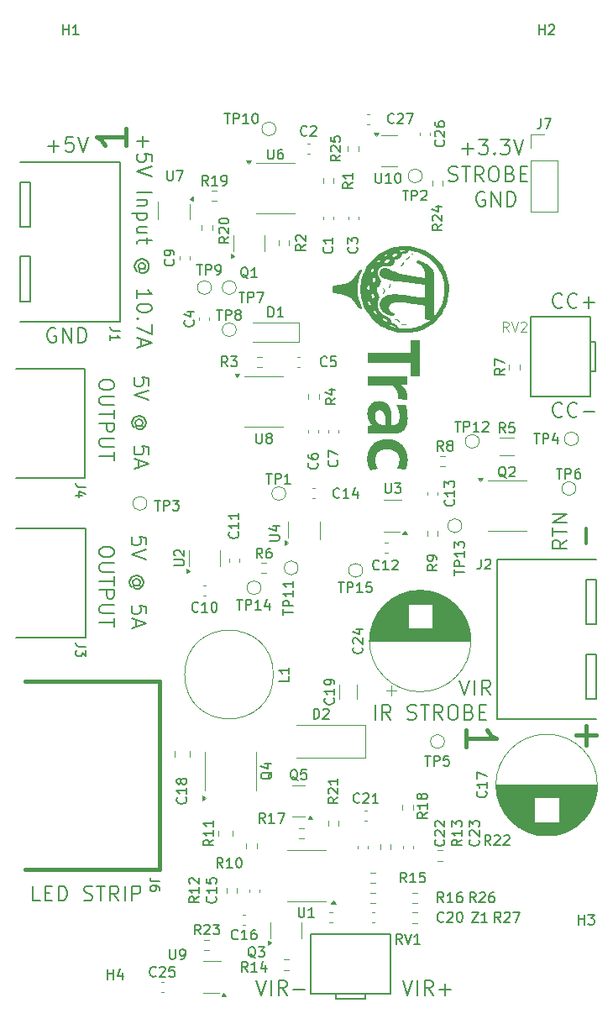
<source format=gbr>
%TF.GenerationSoftware,KiCad,Pcbnew,9.0.4*%
%TF.CreationDate,2025-09-04T23:05:58-07:00*%
%TF.ProjectId,PiTrac Pi Connector,50695472-6163-4205-9069-20436f6e6e65,rev?*%
%TF.SameCoordinates,Original*%
%TF.FileFunction,Legend,Top*%
%TF.FilePolarity,Positive*%
%FSLAX46Y46*%
G04 Gerber Fmt 4.6, Leading zero omitted, Abs format (unit mm)*
G04 Created by KiCad (PCBNEW 9.0.4) date 2025-09-04 23:05:58*
%MOMM*%
%LPD*%
G01*
G04 APERTURE LIST*
%ADD10C,0.000000*%
%ADD11C,0.150000*%
%ADD12C,0.375000*%
%ADD13C,0.100000*%
%ADD14C,0.400000*%
%ADD15C,0.120000*%
%ADD16C,0.200000*%
G04 APERTURE END LIST*
D10*
G36*
X131541828Y-72096643D02*
G01*
X131568275Y-72101505D01*
X131592433Y-72109121D01*
X131614334Y-72119288D01*
X131634013Y-72131802D01*
X131651505Y-72146460D01*
X131666842Y-72163058D01*
X131680059Y-72181393D01*
X131691189Y-72201262D01*
X131700267Y-72222460D01*
X131707326Y-72244784D01*
X131712401Y-72268031D01*
X131715525Y-72291997D01*
X131716732Y-72316479D01*
X131716057Y-72341272D01*
X131713532Y-72366175D01*
X131709192Y-72390983D01*
X131703071Y-72415492D01*
X131695203Y-72439499D01*
X131685621Y-72462801D01*
X131674360Y-72485194D01*
X131661454Y-72506475D01*
X131646936Y-72526439D01*
X131630840Y-72544885D01*
X131613200Y-72561607D01*
X131594051Y-72576402D01*
X131573425Y-72589068D01*
X131551358Y-72599400D01*
X131527882Y-72607195D01*
X131503032Y-72612249D01*
X131476842Y-72614360D01*
X131449345Y-72613322D01*
X131476620Y-72582307D01*
X131501646Y-72551442D01*
X131524242Y-72520657D01*
X131544222Y-72489878D01*
X131561402Y-72459033D01*
X131568886Y-72443563D01*
X131575600Y-72428050D01*
X131581523Y-72412484D01*
X131586631Y-72396857D01*
X131590901Y-72381159D01*
X131594311Y-72365381D01*
X131596836Y-72349515D01*
X131598456Y-72333551D01*
X131599145Y-72317480D01*
X131598882Y-72301294D01*
X131597644Y-72284982D01*
X131595407Y-72268537D01*
X131592148Y-72251949D01*
X131587845Y-72235210D01*
X131582474Y-72218309D01*
X131576013Y-72201238D01*
X131568438Y-72183988D01*
X131559726Y-72166551D01*
X131549856Y-72148916D01*
X131538802Y-72131075D01*
X131526544Y-72113019D01*
X131513057Y-72094739D01*
X131541828Y-72096643D01*
G37*
G36*
X133520781Y-69371435D02*
G01*
X133523708Y-69371891D01*
X133526921Y-69372667D01*
X133530434Y-69373780D01*
X133534262Y-69375246D01*
X133545810Y-69380734D01*
X133556230Y-69387198D01*
X133565558Y-69394580D01*
X133573830Y-69402821D01*
X133581082Y-69411863D01*
X133587351Y-69421648D01*
X133592673Y-69432116D01*
X133597084Y-69443211D01*
X133600620Y-69454872D01*
X133603318Y-69467043D01*
X133605213Y-69479665D01*
X133606343Y-69492679D01*
X133606743Y-69506026D01*
X133606449Y-69519650D01*
X133605498Y-69533490D01*
X133603927Y-69547489D01*
X133599065Y-69575731D01*
X133592154Y-69603908D01*
X133583484Y-69631552D01*
X133573344Y-69658198D01*
X133562025Y-69683377D01*
X133549816Y-69706624D01*
X133537008Y-69727471D01*
X133523890Y-69745451D01*
X133509808Y-69761306D01*
X133492680Y-69777655D01*
X133472919Y-69794110D01*
X133450938Y-69810283D01*
X133427148Y-69825786D01*
X133401962Y-69840228D01*
X133375793Y-69853223D01*
X133349053Y-69864381D01*
X133335598Y-69869150D01*
X133322154Y-69873314D01*
X133308774Y-69876825D01*
X133295509Y-69879634D01*
X133282410Y-69881692D01*
X133269530Y-69882951D01*
X133256919Y-69883363D01*
X133244629Y-69882879D01*
X133232712Y-69881449D01*
X133221219Y-69879027D01*
X133210202Y-69875562D01*
X133199712Y-69871007D01*
X133189801Y-69865314D01*
X133180520Y-69858432D01*
X133171922Y-69850315D01*
X133164057Y-69840912D01*
X133178843Y-69835755D01*
X133194661Y-69829551D01*
X133211320Y-69822386D01*
X133228631Y-69814351D01*
X133246405Y-69805534D01*
X133264452Y-69796022D01*
X133282583Y-69785904D01*
X133300608Y-69775269D01*
X133318338Y-69764205D01*
X133335583Y-69752800D01*
X133352154Y-69741142D01*
X133367862Y-69729321D01*
X133382517Y-69717424D01*
X133395929Y-69705539D01*
X133407909Y-69693756D01*
X133418268Y-69682162D01*
X133424449Y-69674413D01*
X133430187Y-69666682D01*
X133435503Y-69658964D01*
X133440418Y-69651256D01*
X133449127Y-69635856D01*
X133456481Y-69620452D01*
X133462646Y-69605014D01*
X133467791Y-69589513D01*
X133472081Y-69573920D01*
X133475683Y-69558205D01*
X133478764Y-69542339D01*
X133481491Y-69526292D01*
X133486551Y-69493538D01*
X133492195Y-69459707D01*
X133495654Y-69442314D01*
X133499760Y-69424564D01*
X133503041Y-69385221D01*
X133503594Y-69383063D01*
X133504269Y-69381036D01*
X133505082Y-69379155D01*
X133506044Y-69377437D01*
X133507170Y-69375897D01*
X133508473Y-69374551D01*
X133509967Y-69373415D01*
X133511666Y-69372504D01*
X133513583Y-69371835D01*
X133515733Y-69371423D01*
X133518127Y-69371285D01*
X133520781Y-69371435D01*
G37*
G36*
X132850129Y-75171183D02*
G01*
X132867770Y-75172714D01*
X132885574Y-75175139D01*
X132903468Y-75178417D01*
X132921381Y-75182506D01*
X132956980Y-75192945D01*
X132991800Y-75206121D01*
X133025270Y-75221694D01*
X133056821Y-75239328D01*
X133085881Y-75258685D01*
X133111881Y-75279426D01*
X133123554Y-75290211D01*
X133134249Y-75301215D01*
X133143893Y-75312397D01*
X133152415Y-75323714D01*
X133160717Y-75336125D01*
X133168686Y-75349223D01*
X133176158Y-75362883D01*
X133182968Y-75376978D01*
X133188952Y-75391381D01*
X133193945Y-75405967D01*
X133197784Y-75420610D01*
X133199220Y-75427913D01*
X133200304Y-75435183D01*
X133201018Y-75442403D01*
X133201341Y-75449559D01*
X133201252Y-75456635D01*
X133200730Y-75463614D01*
X133199756Y-75470481D01*
X133198307Y-75477220D01*
X133196365Y-75483816D01*
X133193908Y-75490252D01*
X133190916Y-75496513D01*
X133187368Y-75502583D01*
X133183244Y-75508447D01*
X133178523Y-75514088D01*
X133173185Y-75519490D01*
X133167209Y-75524639D01*
X133160575Y-75529517D01*
X133153262Y-75534110D01*
X133144226Y-75516625D01*
X133134744Y-75499652D01*
X133124823Y-75483192D01*
X133114471Y-75467248D01*
X133103693Y-75451821D01*
X133092496Y-75436913D01*
X133080889Y-75422527D01*
X133068876Y-75408665D01*
X133056466Y-75395327D01*
X133043664Y-75382517D01*
X133030479Y-75370236D01*
X133016916Y-75358486D01*
X133002983Y-75347268D01*
X132988687Y-75336586D01*
X132974034Y-75326441D01*
X132959031Y-75316834D01*
X132943685Y-75307769D01*
X132928003Y-75299245D01*
X132911992Y-75291267D01*
X132895659Y-75283835D01*
X132879010Y-75276952D01*
X132862052Y-75270619D01*
X132844793Y-75264838D01*
X132827239Y-75259612D01*
X132809397Y-75254942D01*
X132791273Y-75250830D01*
X132772875Y-75247278D01*
X132754210Y-75244288D01*
X132735284Y-75241862D01*
X132716105Y-75240003D01*
X132677012Y-75237988D01*
X132687149Y-75225487D01*
X132698303Y-75214388D01*
X132710404Y-75204647D01*
X132723380Y-75196224D01*
X132737160Y-75189075D01*
X132751671Y-75183159D01*
X132766844Y-75178433D01*
X132782607Y-75174856D01*
X132798888Y-75172384D01*
X132815616Y-75170976D01*
X132832720Y-75170590D01*
X132850129Y-75171183D01*
G37*
G36*
X131176792Y-83443653D02*
G01*
X131263700Y-83447958D01*
X131377293Y-83461826D01*
X131485406Y-83483873D01*
X131537373Y-83498026D01*
X131587927Y-83514299D01*
X131637054Y-83532717D01*
X131684741Y-83553306D01*
X131730973Y-83576091D01*
X131775736Y-83601096D01*
X131819015Y-83628348D01*
X131860797Y-83657870D01*
X131901067Y-83689690D01*
X131939811Y-83723830D01*
X131977015Y-83760318D01*
X132012665Y-83799178D01*
X132046747Y-83840435D01*
X132079246Y-83884114D01*
X132110148Y-83930241D01*
X132139439Y-83978841D01*
X132167105Y-84029939D01*
X132193131Y-84083560D01*
X132217504Y-84139729D01*
X132240210Y-84198472D01*
X132261233Y-84259814D01*
X132280560Y-84323779D01*
X132302753Y-84405242D01*
X132315840Y-84456136D01*
X132328873Y-84509703D01*
X132340815Y-84562862D01*
X132350629Y-84612536D01*
X132354413Y-84635104D01*
X132357277Y-84655647D01*
X132359090Y-84673779D01*
X132359724Y-84689116D01*
X132359724Y-85821532D01*
X132687807Y-85821532D01*
X132696886Y-85821145D01*
X132706472Y-85820006D01*
X132716525Y-85818150D01*
X132727004Y-85815612D01*
X132749072Y-85808629D01*
X132772345Y-85799334D01*
X132796492Y-85788004D01*
X132821183Y-85774919D01*
X132846087Y-85760356D01*
X132870872Y-85744591D01*
X132895209Y-85727904D01*
X132918765Y-85710573D01*
X132941212Y-85692874D01*
X132962216Y-85675086D01*
X132981448Y-85657486D01*
X132998578Y-85640353D01*
X133013273Y-85623964D01*
X133025203Y-85608596D01*
X133051832Y-85567251D01*
X133075541Y-85523186D01*
X133096418Y-85476583D01*
X133114551Y-85427621D01*
X133130030Y-85376482D01*
X133142942Y-85323345D01*
X133161421Y-85211800D01*
X133170696Y-85094432D01*
X133171476Y-84972683D01*
X133164467Y-84847998D01*
X133150378Y-84721819D01*
X133129917Y-84595590D01*
X133103791Y-84470756D01*
X133072709Y-84348759D01*
X133037378Y-84231043D01*
X132998506Y-84119053D01*
X132956801Y-84014231D01*
X132912971Y-83918021D01*
X132867724Y-83831867D01*
X133777890Y-83831867D01*
X133826486Y-83999672D01*
X133872118Y-84180447D01*
X133913021Y-84371597D01*
X133947432Y-84570530D01*
X133973587Y-84774652D01*
X133989721Y-84981370D01*
X133994071Y-85188090D01*
X133984874Y-85392220D01*
X133960364Y-85591165D01*
X133941816Y-85687883D01*
X133918779Y-85782333D01*
X133891031Y-85874190D01*
X133858354Y-85963130D01*
X133820525Y-86048829D01*
X133777325Y-86130963D01*
X133728533Y-86209207D01*
X133673928Y-86283238D01*
X133613291Y-86352731D01*
X133546400Y-86417363D01*
X133473035Y-86476808D01*
X133392976Y-86530743D01*
X133306003Y-86578844D01*
X133211893Y-86620786D01*
X133169051Y-86636612D01*
X133115731Y-86654368D01*
X133055446Y-86672809D01*
X132991708Y-86690689D01*
X132928029Y-86706763D01*
X132867922Y-86719787D01*
X132840306Y-86724765D01*
X132814900Y-86728514D01*
X132792143Y-86730877D01*
X132772474Y-86731699D01*
X130010224Y-86731699D01*
X130010012Y-86731699D01*
X130010012Y-85927366D01*
X130027117Y-85923167D01*
X130050258Y-85919321D01*
X130110841Y-85912334D01*
X130262610Y-85898712D01*
X130338589Y-85890661D01*
X130373277Y-85886017D01*
X130404496Y-85880842D01*
X130431296Y-85875049D01*
X130452726Y-85868548D01*
X130461131Y-85865005D01*
X130467838Y-85861252D01*
X130472726Y-85857278D01*
X130475679Y-85853071D01*
X130400104Y-85795288D01*
X130329926Y-85731446D01*
X130265179Y-85662042D01*
X130205892Y-85587570D01*
X130152098Y-85508525D01*
X130103829Y-85425402D01*
X130061115Y-85338695D01*
X130023989Y-85248898D01*
X129992481Y-85156508D01*
X129966624Y-85062018D01*
X129946449Y-84965923D01*
X129944289Y-84951403D01*
X130692452Y-84951403D01*
X130698203Y-85024409D01*
X130709827Y-85097606D01*
X130727004Y-85170427D01*
X130749417Y-85242306D01*
X130776745Y-85312677D01*
X130808672Y-85380973D01*
X130844877Y-85446629D01*
X130885042Y-85509079D01*
X130928848Y-85567756D01*
X130975977Y-85622093D01*
X131026110Y-85671526D01*
X131078928Y-85715487D01*
X131100577Y-85731177D01*
X131122038Y-85745282D01*
X131143328Y-85757884D01*
X131164467Y-85769067D01*
X131185470Y-85778913D01*
X131206357Y-85787506D01*
X131227145Y-85794928D01*
X131247852Y-85801262D01*
X131268495Y-85806591D01*
X131289094Y-85810999D01*
X131330225Y-85817379D01*
X131371389Y-85821066D01*
X131412727Y-85822723D01*
X131582682Y-85822317D01*
X131627034Y-85823772D01*
X131672417Y-85827177D01*
X131718973Y-85833195D01*
X131766845Y-85842488D01*
X131766845Y-85239450D01*
X131765133Y-85198689D01*
X131760134Y-85153355D01*
X131752053Y-85104214D01*
X131741095Y-85052029D01*
X131727465Y-84997565D01*
X131711370Y-84941589D01*
X131693013Y-84884863D01*
X131672601Y-84828155D01*
X131650338Y-84772227D01*
X131626430Y-84717846D01*
X131601082Y-84665776D01*
X131574500Y-84616783D01*
X131546888Y-84571630D01*
X131518452Y-84531083D01*
X131489397Y-84495907D01*
X131459929Y-84466867D01*
X131436173Y-84447526D01*
X131411820Y-84430163D01*
X131386937Y-84414746D01*
X131361590Y-84401244D01*
X131335847Y-84389625D01*
X131309774Y-84379858D01*
X131283437Y-84371911D01*
X131256904Y-84365752D01*
X131230241Y-84361351D01*
X131203515Y-84358675D01*
X131176792Y-84357693D01*
X131150139Y-84358374D01*
X131123624Y-84360686D01*
X131097311Y-84364597D01*
X131071270Y-84370077D01*
X131045565Y-84377093D01*
X131020264Y-84385614D01*
X130995433Y-84395608D01*
X130971139Y-84407045D01*
X130947449Y-84419892D01*
X130924430Y-84434118D01*
X130902148Y-84449692D01*
X130880670Y-84466581D01*
X130860062Y-84484755D01*
X130840392Y-84504182D01*
X130821726Y-84524830D01*
X130804130Y-84546668D01*
X130787672Y-84569665D01*
X130772418Y-84593788D01*
X130758435Y-84619007D01*
X130745789Y-84645290D01*
X130734547Y-84672605D01*
X130723171Y-84705554D01*
X130713621Y-84739188D01*
X130705858Y-84773436D01*
X130699842Y-84808226D01*
X130695533Y-84843489D01*
X130692892Y-84879153D01*
X130692452Y-84951403D01*
X129944289Y-84951403D01*
X129931987Y-84868718D01*
X129923271Y-84770898D01*
X129920331Y-84672957D01*
X129923199Y-84575391D01*
X129931907Y-84478693D01*
X129946486Y-84383359D01*
X129966968Y-84289883D01*
X129993385Y-84198761D01*
X130025767Y-84110486D01*
X130064147Y-84025554D01*
X130108556Y-83944459D01*
X130159025Y-83867696D01*
X130215587Y-83795761D01*
X130278272Y-83729146D01*
X130347112Y-83668348D01*
X130422139Y-83613861D01*
X130503385Y-83566179D01*
X130590880Y-83525799D01*
X130684657Y-83493213D01*
X130784746Y-83468917D01*
X130891181Y-83453406D01*
X131020531Y-83443949D01*
X131144742Y-83442066D01*
X131176792Y-83443653D01*
G37*
G36*
X132063262Y-72041660D02*
G01*
X132063178Y-72041822D01*
X132063178Y-72041610D01*
X132063262Y-72041660D01*
G37*
G36*
X132113820Y-87298328D02*
G01*
X132271851Y-87313927D01*
X132427217Y-87338260D01*
X132578660Y-87371313D01*
X132724920Y-87413071D01*
X132864741Y-87463520D01*
X132996864Y-87522645D01*
X133120030Y-87590431D01*
X133204641Y-87645410D01*
X133284745Y-87704296D01*
X133360381Y-87766899D01*
X133431586Y-87833031D01*
X133498396Y-87902503D01*
X133560849Y-87975126D01*
X133618981Y-88050711D01*
X133672830Y-88129070D01*
X133722434Y-88210014D01*
X133767829Y-88293353D01*
X133809052Y-88378899D01*
X133846140Y-88466464D01*
X133879131Y-88555858D01*
X133908062Y-88646892D01*
X133932969Y-88739378D01*
X133953891Y-88833127D01*
X133970863Y-88927950D01*
X133983924Y-89023658D01*
X133993110Y-89120062D01*
X133998459Y-89216974D01*
X134000007Y-89314205D01*
X133997792Y-89411566D01*
X133991851Y-89508867D01*
X133982221Y-89605921D01*
X133968939Y-89702539D01*
X133952042Y-89798531D01*
X133931568Y-89893709D01*
X133907553Y-89987883D01*
X133880035Y-90080866D01*
X133849050Y-90172468D01*
X133814637Y-90262501D01*
X133776832Y-90350775D01*
X133776832Y-90350988D01*
X132910057Y-90223988D01*
X132961424Y-90121717D01*
X133006766Y-90020588D01*
X133046117Y-89920760D01*
X133079510Y-89822389D01*
X133106980Y-89725632D01*
X133128560Y-89630646D01*
X133144286Y-89537588D01*
X133154191Y-89446616D01*
X133158310Y-89357886D01*
X133156676Y-89271555D01*
X133149323Y-89187781D01*
X133136287Y-89106720D01*
X133117600Y-89028530D01*
X133093298Y-88953367D01*
X133063413Y-88881389D01*
X133027982Y-88812753D01*
X132987036Y-88747615D01*
X132940612Y-88686133D01*
X132888742Y-88628464D01*
X132831461Y-88574765D01*
X132768803Y-88525192D01*
X132700803Y-88479904D01*
X132627494Y-88439056D01*
X132548910Y-88402806D01*
X132465087Y-88371312D01*
X132376057Y-88344730D01*
X132281855Y-88323216D01*
X132182515Y-88306929D01*
X132078071Y-88296025D01*
X131968558Y-88290662D01*
X131854010Y-88290996D01*
X131734460Y-88297184D01*
X131652955Y-88305564D01*
X131574927Y-88318072D01*
X131500377Y-88334568D01*
X131429303Y-88354915D01*
X131361704Y-88378975D01*
X131297579Y-88406610D01*
X131236927Y-88437681D01*
X131179748Y-88472051D01*
X131126040Y-88509581D01*
X131075802Y-88550134D01*
X131029035Y-88593571D01*
X130985735Y-88639754D01*
X130945904Y-88688545D01*
X130909539Y-88739806D01*
X130876640Y-88793399D01*
X130847206Y-88849185D01*
X130821236Y-88907028D01*
X130798729Y-88966788D01*
X130779684Y-89028327D01*
X130764101Y-89091508D01*
X130751977Y-89156192D01*
X130743313Y-89222242D01*
X130738108Y-89289518D01*
X130736359Y-89357884D01*
X130738068Y-89427200D01*
X130743232Y-89497330D01*
X130751850Y-89568134D01*
X130763922Y-89639475D01*
X130779448Y-89711214D01*
X130798425Y-89783214D01*
X130820853Y-89855336D01*
X130846731Y-89927443D01*
X130856048Y-89950757D01*
X130866007Y-89973811D01*
X130876524Y-89996638D01*
X130887516Y-90019270D01*
X130910592Y-90064078D01*
X130934572Y-90108497D01*
X130982581Y-90197208D01*
X131005280Y-90242021D01*
X131016013Y-90264656D01*
X131026224Y-90287487D01*
X130225488Y-90454069D01*
X130135508Y-90279276D01*
X130060299Y-90093732D01*
X130000256Y-89899556D01*
X129955772Y-89698865D01*
X129927243Y-89493778D01*
X129915063Y-89286412D01*
X129919626Y-89078885D01*
X129941326Y-88873316D01*
X129980558Y-88671822D01*
X130006872Y-88573265D01*
X130037717Y-88476522D01*
X130073142Y-88381856D01*
X130113196Y-88289533D01*
X130157930Y-88199817D01*
X130207391Y-88112973D01*
X130261630Y-88029266D01*
X130320695Y-87948961D01*
X130384636Y-87872322D01*
X130453503Y-87799615D01*
X130527344Y-87731103D01*
X130606209Y-87667052D01*
X130690148Y-87607726D01*
X130779209Y-87553390D01*
X130904607Y-87489724D01*
X131038665Y-87434923D01*
X131180123Y-87388973D01*
X131327723Y-87351860D01*
X131480207Y-87323568D01*
X131636317Y-87304084D01*
X131794795Y-87293392D01*
X131954382Y-87291479D01*
X132113820Y-87298328D01*
G37*
G36*
X134192843Y-68844785D02*
G01*
X134200800Y-68845867D01*
X134201362Y-68866334D01*
X134200506Y-68886254D01*
X134198283Y-68905612D01*
X134194747Y-68924396D01*
X134189951Y-68942592D01*
X134183947Y-68960187D01*
X134176790Y-68977168D01*
X134168530Y-68993521D01*
X134159223Y-69009234D01*
X134148920Y-69024292D01*
X134137675Y-69038682D01*
X134125541Y-69052392D01*
X134112570Y-69065408D01*
X134098816Y-69077717D01*
X134084332Y-69089304D01*
X134069169Y-69100158D01*
X134053383Y-69110265D01*
X134037025Y-69119611D01*
X134020149Y-69128183D01*
X134002807Y-69135968D01*
X133985052Y-69142953D01*
X133966938Y-69149124D01*
X133948517Y-69154468D01*
X133929843Y-69158972D01*
X133910968Y-69162622D01*
X133891946Y-69165405D01*
X133872829Y-69167308D01*
X133853670Y-69168318D01*
X133834523Y-69168421D01*
X133815440Y-69167603D01*
X133796474Y-69165853D01*
X133777678Y-69163156D01*
X133784788Y-69155730D01*
X133792139Y-69148640D01*
X133807503Y-69135375D01*
X133823650Y-69123182D01*
X133840461Y-69111883D01*
X133857816Y-69101299D01*
X133875596Y-69091253D01*
X133911954Y-69072060D01*
X133948581Y-69052876D01*
X133966696Y-69042842D01*
X133984520Y-69032276D01*
X134001933Y-69020999D01*
X134018817Y-69008834D01*
X134035051Y-68995601D01*
X134050517Y-68981122D01*
X134055263Y-68976092D01*
X134059792Y-68970822D01*
X134068286Y-68959684D01*
X134076169Y-68947938D01*
X134083613Y-68935819D01*
X134097862Y-68911389D01*
X134105011Y-68899543D01*
X134112402Y-68888254D01*
X134120208Y-68877753D01*
X134124320Y-68872871D01*
X134128599Y-68868273D01*
X134133068Y-68863989D01*
X134137746Y-68860048D01*
X134142657Y-68856478D01*
X134147820Y-68853309D01*
X134153258Y-68850569D01*
X134158992Y-68848289D01*
X134165042Y-68846496D01*
X134171431Y-68845220D01*
X134178180Y-68844490D01*
X134185311Y-68844335D01*
X134192843Y-68844785D01*
G37*
G36*
X135217012Y-80974367D02*
G01*
X135217011Y-80974367D01*
X134328011Y-80974367D01*
X134328011Y-79619700D01*
X130010012Y-79619700D01*
X130010012Y-78635449D01*
X130009935Y-78634844D01*
X130009711Y-78634216D01*
X130009352Y-78633567D01*
X130008868Y-78632896D01*
X130008270Y-78632202D01*
X130007569Y-78631486D01*
X130005901Y-78629983D01*
X129997286Y-78622988D01*
X129995081Y-78620980D01*
X129994032Y-78619935D01*
X129993031Y-78618862D01*
X129992091Y-78617761D01*
X129991222Y-78616632D01*
X129990436Y-78615474D01*
X129989742Y-78614287D01*
X129989152Y-78613070D01*
X129988677Y-78611824D01*
X129988327Y-78610547D01*
X129988114Y-78609240D01*
X129988049Y-78607902D01*
X129988141Y-78606533D01*
X129988403Y-78605133D01*
X129988845Y-78603700D01*
X134328012Y-78603700D01*
X134328012Y-77270200D01*
X135217012Y-77270200D01*
X135217012Y-80974367D01*
G37*
G36*
X133661205Y-75672453D02*
G01*
X133687056Y-75674342D01*
X133713331Y-75677858D01*
X133740162Y-75683081D01*
X133767680Y-75690090D01*
X133796017Y-75698968D01*
X133825303Y-75709793D01*
X133837821Y-75714713D01*
X133852264Y-75720694D01*
X133859792Y-75724135D01*
X133867302Y-75727906D01*
X133874629Y-75732025D01*
X133881606Y-75736516D01*
X133888068Y-75741399D01*
X133891053Y-75743994D01*
X133893847Y-75746694D01*
X133896428Y-75749503D01*
X133898777Y-75752424D01*
X133900873Y-75755458D01*
X133902694Y-75758609D01*
X133904219Y-75761878D01*
X133905429Y-75765270D01*
X133906302Y-75768785D01*
X133906818Y-75772428D01*
X133906955Y-75776200D01*
X133906693Y-75780105D01*
X133906012Y-75784144D01*
X133904890Y-75788321D01*
X133904678Y-75788534D01*
X133876907Y-75781072D01*
X133849440Y-75774664D01*
X133822233Y-75769221D01*
X133795237Y-75764655D01*
X133768406Y-75760877D01*
X133741693Y-75757800D01*
X133688434Y-75753397D01*
X133635086Y-75750739D01*
X133581275Y-75749124D01*
X133470762Y-75746200D01*
X133465658Y-75746230D01*
X133460035Y-75746567D01*
X133447733Y-75747748D01*
X133434860Y-75748908D01*
X133428524Y-75749221D01*
X133422422Y-75749216D01*
X133416680Y-75748789D01*
X133413983Y-75748385D01*
X133411422Y-75747837D01*
X133409015Y-75747131D01*
X133406776Y-75746254D01*
X133404721Y-75745194D01*
X133402866Y-75743938D01*
X133401226Y-75742471D01*
X133399818Y-75740783D01*
X133398657Y-75738858D01*
X133397758Y-75736685D01*
X133397137Y-75734250D01*
X133396810Y-75731540D01*
X133396793Y-75728543D01*
X133397102Y-75725245D01*
X133453891Y-75706193D01*
X133481082Y-75697978D01*
X133507644Y-75690743D01*
X133533711Y-75684571D01*
X133559413Y-75679540D01*
X133584882Y-75675732D01*
X133610250Y-75673228D01*
X133635647Y-75672108D01*
X133661205Y-75672453D01*
G37*
G36*
X129390367Y-70199962D02*
G01*
X129394926Y-70200769D01*
X129399077Y-70202078D01*
X129402836Y-70203864D01*
X129406218Y-70206096D01*
X129409240Y-70208748D01*
X129411917Y-70211792D01*
X129414264Y-70215198D01*
X129416298Y-70218941D01*
X129418033Y-70222991D01*
X129419486Y-70227320D01*
X129420672Y-70231901D01*
X129421607Y-70236706D01*
X129422306Y-70241706D01*
X129422786Y-70246873D01*
X129423062Y-70252181D01*
X129423063Y-70263102D01*
X129422435Y-70274246D01*
X129421304Y-70285389D01*
X129419794Y-70296306D01*
X129418031Y-70306775D01*
X129416141Y-70316571D01*
X129412478Y-70333249D01*
X129408902Y-70346178D01*
X129404365Y-70358938D01*
X129398988Y-70371537D01*
X129392892Y-70383983D01*
X129386199Y-70396285D01*
X129379029Y-70408452D01*
X129363742Y-70432415D01*
X129332766Y-70479100D01*
X129325643Y-70490564D01*
X129319011Y-70501962D01*
X129312991Y-70513303D01*
X129307703Y-70524596D01*
X129232812Y-70706940D01*
X129166680Y-70890226D01*
X129109348Y-71074379D01*
X129060860Y-71259323D01*
X129021256Y-71444985D01*
X128990580Y-71631289D01*
X128968873Y-71818159D01*
X128956178Y-72005521D01*
X128952536Y-72193300D01*
X128957990Y-72381420D01*
X128972582Y-72569808D01*
X128996355Y-72758386D01*
X129029349Y-72947082D01*
X129071609Y-73135818D01*
X129123175Y-73324522D01*
X129184090Y-73513117D01*
X129195046Y-73542680D01*
X129207654Y-73573443D01*
X129236751Y-73637702D01*
X129269238Y-73704175D01*
X129302967Y-73771139D01*
X129335793Y-73836872D01*
X129365570Y-73899653D01*
X129378645Y-73929399D01*
X129390154Y-73957762D01*
X129399827Y-73984525D01*
X129407398Y-74009475D01*
X129409730Y-74018855D01*
X129411741Y-74028189D01*
X129413449Y-74037484D01*
X129414875Y-74046748D01*
X129416040Y-74055991D01*
X129416964Y-74065219D01*
X129417666Y-74074441D01*
X129418166Y-74083664D01*
X129418645Y-74102150D01*
X129418560Y-74120739D01*
X129418073Y-74139498D01*
X129417346Y-74158489D01*
X129417345Y-74158700D01*
X129397363Y-74158107D01*
X129376286Y-74156504D01*
X129354312Y-74153918D01*
X129331640Y-74150376D01*
X129308470Y-74145905D01*
X129285000Y-74140532D01*
X129261429Y-74134284D01*
X129237958Y-74127188D01*
X129214784Y-74119271D01*
X129192106Y-74110560D01*
X129170125Y-74101082D01*
X129149038Y-74090864D01*
X129129045Y-74079933D01*
X129110345Y-74068315D01*
X129093137Y-74056039D01*
X129077620Y-74043130D01*
X129045384Y-74011707D01*
X129012689Y-73975617D01*
X128979594Y-73935451D01*
X128946156Y-73891802D01*
X128912432Y-73845260D01*
X128878481Y-73796418D01*
X128810127Y-73694198D01*
X128741554Y-73589874D01*
X128673225Y-73488180D01*
X128639296Y-73439798D01*
X128605600Y-73393848D01*
X128572196Y-73350921D01*
X128539141Y-73311610D01*
X128486981Y-73255239D01*
X128433257Y-73202571D01*
X128378037Y-73153435D01*
X128321387Y-73107656D01*
X128263375Y-73065062D01*
X128204067Y-73025479D01*
X128143531Y-72988736D01*
X128081835Y-72954658D01*
X127955227Y-72893806D01*
X127824780Y-72841541D01*
X127691032Y-72796476D01*
X127554520Y-72757229D01*
X127415780Y-72722414D01*
X127275349Y-72690648D01*
X126991566Y-72630722D01*
X126707464Y-72566375D01*
X126566637Y-72529084D01*
X126427341Y-72486534D01*
X126424074Y-72484606D01*
X126421014Y-72482443D01*
X126418154Y-72480057D01*
X126415487Y-72477461D01*
X126413005Y-72474668D01*
X126410701Y-72471690D01*
X126408568Y-72468541D01*
X126406599Y-72465231D01*
X126404785Y-72461776D01*
X126403121Y-72458186D01*
X126401599Y-72454475D01*
X126400211Y-72450655D01*
X126397809Y-72442740D01*
X126395857Y-72434543D01*
X126394297Y-72426165D01*
X126393070Y-72417707D01*
X126392119Y-72409271D01*
X126391385Y-72400957D01*
X126389455Y-72370964D01*
X126387621Y-72329200D01*
X126386220Y-72264062D01*
X126385681Y-72184106D01*
X126386438Y-72097887D01*
X126388921Y-72013960D01*
X126393562Y-71940880D01*
X126396826Y-71911081D01*
X126400792Y-71887202D01*
X126405513Y-71870313D01*
X126408174Y-71864823D01*
X126411044Y-71861482D01*
X126541270Y-71829299D01*
X126675178Y-71800510D01*
X126950748Y-71748673D01*
X127231169Y-71697090D01*
X127371142Y-71668617D01*
X127509859Y-71636877D01*
X127646497Y-71600759D01*
X127780234Y-71559152D01*
X127910247Y-71510947D01*
X128035712Y-71455032D01*
X128155807Y-71390299D01*
X128269708Y-71315635D01*
X128324080Y-71274233D01*
X128376594Y-71229932D01*
X128427149Y-71182594D01*
X128475641Y-71132079D01*
X128513718Y-71088077D01*
X128551817Y-71040161D01*
X128589921Y-70988967D01*
X128628011Y-70935136D01*
X128704081Y-70822114D01*
X128779886Y-70706205D01*
X128855283Y-70592519D01*
X128892785Y-70538106D01*
X128930132Y-70486165D01*
X128967307Y-70437334D01*
X129004292Y-70392253D01*
X129041069Y-70351559D01*
X129077621Y-70315892D01*
X129090065Y-70305690D01*
X129104745Y-70295394D01*
X129121374Y-70285107D01*
X129139669Y-70274935D01*
X129159344Y-70264981D01*
X129180115Y-70255349D01*
X129201696Y-70246144D01*
X129223803Y-70237470D01*
X129246151Y-70229430D01*
X129268454Y-70222130D01*
X129290428Y-70215674D01*
X129311787Y-70210165D01*
X129332248Y-70205707D01*
X129351524Y-70202406D01*
X129369331Y-70200364D01*
X129385385Y-70199687D01*
X129390367Y-70199962D01*
G37*
G36*
X132169451Y-71594842D02*
G01*
X132174107Y-71595748D01*
X132179383Y-71597534D01*
X132197677Y-71606403D01*
X132213611Y-71617227D01*
X132227278Y-71629842D01*
X132238773Y-71644084D01*
X132248191Y-71659791D01*
X132255627Y-71676800D01*
X132261175Y-71694947D01*
X132264930Y-71714070D01*
X132266986Y-71734005D01*
X132267438Y-71754589D01*
X132266381Y-71775659D01*
X132263910Y-71797053D01*
X132260119Y-71818606D01*
X132255102Y-71840157D01*
X132248955Y-71861541D01*
X132241772Y-71882596D01*
X132224676Y-71923066D01*
X132204572Y-71960261D01*
X132193629Y-71977223D01*
X132182217Y-71992878D01*
X132170432Y-72007061D01*
X132158369Y-72019610D01*
X132146121Y-72030363D01*
X132133783Y-72039155D01*
X132121451Y-72045824D01*
X132109218Y-72050206D01*
X132097180Y-72052139D01*
X132085431Y-72051459D01*
X132074065Y-72048004D01*
X132063262Y-72041660D01*
X132101414Y-71967851D01*
X132119536Y-71931429D01*
X132128028Y-71913139D01*
X132136018Y-71894714D01*
X132143416Y-71876090D01*
X132150129Y-71857205D01*
X132156067Y-71837997D01*
X132161137Y-71818402D01*
X132165249Y-71798358D01*
X132168310Y-71777802D01*
X132170230Y-71756672D01*
X132170917Y-71734906D01*
X132170356Y-71728705D01*
X132168832Y-71720365D01*
X132163846Y-71698826D01*
X132157857Y-71673414D01*
X132155081Y-71660230D01*
X132152766Y-71647249D01*
X132151151Y-71634861D01*
X132150473Y-71623456D01*
X132150560Y-71618244D01*
X132150970Y-71613425D01*
X132151733Y-71609046D01*
X132152879Y-71605157D01*
X132154437Y-71601807D01*
X132156437Y-71599044D01*
X132158909Y-71596917D01*
X132161882Y-71595475D01*
X132165386Y-71594767D01*
X132169451Y-71594842D01*
G37*
G36*
X133735345Y-67814493D02*
G01*
X133914768Y-67817190D01*
X134164393Y-67837498D01*
X134227573Y-67842638D01*
X134537466Y-67888464D01*
X134843163Y-67954321D01*
X135143378Y-68039867D01*
X135436827Y-68144756D01*
X135722225Y-68268644D01*
X135998287Y-68411186D01*
X136263730Y-68572037D01*
X136517267Y-68750854D01*
X136757616Y-68947290D01*
X136983489Y-69161003D01*
X137193604Y-69391646D01*
X137386676Y-69638877D01*
X137561419Y-69902349D01*
X137716549Y-70181719D01*
X137850781Y-70476641D01*
X137962831Y-70786772D01*
X138051414Y-71111766D01*
X138115245Y-71451279D01*
X138153040Y-71804967D01*
X138164023Y-72086097D01*
X138159012Y-72362371D01*
X138138452Y-72633405D01*
X138102789Y-72898810D01*
X138052469Y-73158202D01*
X137987939Y-73411193D01*
X137909643Y-73657397D01*
X137818028Y-73896429D01*
X137713539Y-74127900D01*
X137596623Y-74351426D01*
X137467726Y-74566620D01*
X137327293Y-74773094D01*
X137175770Y-74970464D01*
X137013604Y-75158343D01*
X136841239Y-75336343D01*
X136659123Y-75504080D01*
X136467700Y-75661166D01*
X136267418Y-75807215D01*
X136058721Y-75941841D01*
X135842055Y-76064657D01*
X135617867Y-76175277D01*
X135386603Y-76273315D01*
X135148708Y-76358384D01*
X134904628Y-76430098D01*
X134654809Y-76488071D01*
X134399697Y-76531916D01*
X134139739Y-76561246D01*
X133875379Y-76575676D01*
X133607063Y-76574819D01*
X133335239Y-76558288D01*
X133060351Y-76525698D01*
X132782845Y-76476662D01*
X132475797Y-76402639D01*
X132180356Y-76309946D01*
X131896862Y-76199465D01*
X131625654Y-76072079D01*
X131367074Y-75928672D01*
X131216294Y-75831342D01*
X132198452Y-75831342D01*
X132198619Y-75833185D01*
X132199071Y-75835130D01*
X132199822Y-75837179D01*
X132200885Y-75839334D01*
X132202273Y-75841600D01*
X132204000Y-75843978D01*
X132206079Y-75846473D01*
X132208523Y-75849086D01*
X132211345Y-75851822D01*
X132740512Y-75999989D01*
X132731652Y-75987895D01*
X132721856Y-75976106D01*
X132711174Y-75964633D01*
X132699656Y-75953483D01*
X132687352Y-75942665D01*
X132674314Y-75932190D01*
X132646234Y-75912302D01*
X132615820Y-75893891D01*
X132583476Y-75877030D01*
X132549605Y-75861792D01*
X132514611Y-75848250D01*
X132478897Y-75836476D01*
X132442868Y-75826544D01*
X132406927Y-75818526D01*
X132371478Y-75812495D01*
X132336924Y-75808524D01*
X132303669Y-75806686D01*
X132272118Y-75807054D01*
X132242672Y-75809701D01*
X132237223Y-75810473D01*
X132231742Y-75811380D01*
X132226335Y-75812445D01*
X132221109Y-75813692D01*
X132216171Y-75815147D01*
X132211627Y-75816833D01*
X132207584Y-75818775D01*
X132205784Y-75819850D01*
X132204149Y-75820998D01*
X132202693Y-75822222D01*
X132201428Y-75823526D01*
X132200369Y-75824912D01*
X132199528Y-75826384D01*
X132198920Y-75827944D01*
X132198557Y-75829595D01*
X132198452Y-75831342D01*
X131216294Y-75831342D01*
X131121461Y-75770126D01*
X130889155Y-75597323D01*
X130670497Y-75411148D01*
X130465828Y-75212483D01*
X130413836Y-75155047D01*
X131469574Y-75155047D01*
X131470494Y-75166890D01*
X131473372Y-75179061D01*
X131478094Y-75191505D01*
X131484547Y-75204165D01*
X131492619Y-75216988D01*
X131502198Y-75229916D01*
X131513170Y-75242897D01*
X131525422Y-75255874D01*
X131538842Y-75268791D01*
X131553317Y-75281595D01*
X131568735Y-75294229D01*
X131601945Y-75318769D01*
X131637570Y-75341970D01*
X131674709Y-75363390D01*
X131712458Y-75382587D01*
X131749916Y-75399120D01*
X131786180Y-75412548D01*
X131803582Y-75417959D01*
X131820348Y-75422428D01*
X131836364Y-75425900D01*
X131851518Y-75428320D01*
X131865697Y-75429632D01*
X131878787Y-75429782D01*
X131890677Y-75428713D01*
X131901254Y-75426372D01*
X131933216Y-75379594D01*
X131933427Y-75379594D01*
X131930904Y-75364778D01*
X131926133Y-75349745D01*
X131919261Y-75334565D01*
X131910437Y-75319308D01*
X131899808Y-75304042D01*
X131887522Y-75288839D01*
X131873726Y-75273768D01*
X131858570Y-75258897D01*
X131842199Y-75244298D01*
X131824763Y-75230039D01*
X131787285Y-75202823D01*
X131747318Y-75177806D01*
X131706044Y-75155544D01*
X131664646Y-75136597D01*
X131624307Y-75121522D01*
X131604904Y-75115610D01*
X131586209Y-75110875D01*
X131568370Y-75107386D01*
X131551534Y-75105214D01*
X131535850Y-75104428D01*
X131521466Y-75105097D01*
X131508529Y-75107292D01*
X131497186Y-75111082D01*
X131487587Y-75116537D01*
X131479878Y-75123726D01*
X131474208Y-75132719D01*
X131470724Y-75143585D01*
X131469574Y-75155047D01*
X130413836Y-75155047D01*
X130275486Y-75002210D01*
X130099813Y-74781214D01*
X129939149Y-74550375D01*
X129820730Y-74354963D01*
X130562644Y-74354963D01*
X130563275Y-74365409D01*
X130564538Y-74376011D01*
X130566401Y-74386745D01*
X130568831Y-74397583D01*
X130571797Y-74408498D01*
X130579209Y-74430456D01*
X130588379Y-74452406D01*
X130599054Y-74474137D01*
X130610976Y-74495436D01*
X130623889Y-74516091D01*
X130637539Y-74535891D01*
X130651669Y-74554623D01*
X130666024Y-74572075D01*
X130680347Y-74588035D01*
X130694383Y-74602291D01*
X130707877Y-74614630D01*
X130723763Y-74627713D01*
X130740132Y-74640028D01*
X130756722Y-74651297D01*
X130773272Y-74661243D01*
X130789521Y-74669590D01*
X130797450Y-74673076D01*
X130805207Y-74676059D01*
X130812757Y-74678503D01*
X130820069Y-74680374D01*
X130827109Y-74681637D01*
X130833845Y-74682258D01*
X130840244Y-74682201D01*
X130846274Y-74681433D01*
X130851902Y-74679918D01*
X130857096Y-74677622D01*
X130861821Y-74674510D01*
X130866047Y-74670548D01*
X130869740Y-74665701D01*
X130872868Y-74659934D01*
X130875397Y-74653212D01*
X130877296Y-74645502D01*
X130878531Y-74636768D01*
X130879070Y-74626976D01*
X130878880Y-74616090D01*
X130877929Y-74604077D01*
X130876184Y-74590902D01*
X130873612Y-74576530D01*
X130868315Y-74559203D01*
X130858798Y-74537742D01*
X130845576Y-74513046D01*
X130829161Y-74486013D01*
X130810068Y-74457540D01*
X130788809Y-74428525D01*
X130765898Y-74399865D01*
X130741849Y-74372457D01*
X130717175Y-74347201D01*
X130692389Y-74324992D01*
X130680114Y-74315312D01*
X130668004Y-74306730D01*
X130656123Y-74299359D01*
X130644535Y-74293311D01*
X130633305Y-74288698D01*
X130622495Y-74285632D01*
X130612171Y-74284227D01*
X130602397Y-74284593D01*
X130593237Y-74286843D01*
X130584755Y-74291090D01*
X130577015Y-74297445D01*
X130570082Y-74306021D01*
X130567075Y-74315283D01*
X130564860Y-74324834D01*
X130563404Y-74334649D01*
X130562676Y-74344701D01*
X130562644Y-74354963D01*
X129820730Y-74354963D01*
X129793833Y-74310579D01*
X129664206Y-74062707D01*
X129550609Y-73807643D01*
X129453381Y-73546269D01*
X129436356Y-73489855D01*
X130008838Y-73489855D01*
X130009589Y-73512482D01*
X130011791Y-73534639D01*
X130015615Y-73556741D01*
X130020934Y-73578674D01*
X130027622Y-73600323D01*
X130035554Y-73621572D01*
X130044604Y-73642306D01*
X130054645Y-73662410D01*
X130065551Y-73681769D01*
X130077198Y-73700268D01*
X130089457Y-73717792D01*
X130102204Y-73734225D01*
X130115313Y-73749453D01*
X130128657Y-73763361D01*
X130142110Y-73775833D01*
X130155547Y-73786754D01*
X130168842Y-73796009D01*
X130181867Y-73803484D01*
X130194499Y-73809062D01*
X130206610Y-73812629D01*
X130218074Y-73814069D01*
X130228766Y-73813269D01*
X130238560Y-73810112D01*
X130247328Y-73804483D01*
X130254947Y-73796267D01*
X130261289Y-73785350D01*
X130266228Y-73771615D01*
X130269639Y-73754949D01*
X130271395Y-73735235D01*
X130271371Y-73712359D01*
X130269440Y-73686206D01*
X130265477Y-73656660D01*
X130259355Y-73623607D01*
X130255819Y-73609228D01*
X130251181Y-73594572D01*
X130245522Y-73579738D01*
X130238926Y-73564823D01*
X130231475Y-73549926D01*
X130223252Y-73535145D01*
X130204821Y-73506320D01*
X130184296Y-73479134D01*
X130162338Y-73454371D01*
X130139609Y-73432814D01*
X130128162Y-73423483D01*
X130116771Y-73415247D01*
X130105519Y-73408206D01*
X130094487Y-73402456D01*
X130083759Y-73398096D01*
X130073417Y-73395224D01*
X130063545Y-73393937D01*
X130054225Y-73394335D01*
X130045540Y-73396514D01*
X130037572Y-73400573D01*
X130030404Y-73406610D01*
X130024119Y-73414723D01*
X130018801Y-73425009D01*
X130014530Y-73437568D01*
X130011391Y-73452496D01*
X130009466Y-73469893D01*
X130008838Y-73489855D01*
X129436356Y-73489855D01*
X129372863Y-73279468D01*
X129309395Y-73008124D01*
X129271401Y-72781372D01*
X130350478Y-72781372D01*
X130353665Y-72821734D01*
X130360387Y-72862338D01*
X130370401Y-72902168D01*
X130383463Y-72940203D01*
X130399331Y-72975428D01*
X130408241Y-72991668D01*
X130417760Y-73006823D01*
X130427859Y-73020767D01*
X130438508Y-73033371D01*
X130449675Y-73044509D01*
X130461330Y-73054054D01*
X130473444Y-73061878D01*
X130485984Y-73067854D01*
X130498922Y-73071855D01*
X130512227Y-73073753D01*
X130525867Y-73073422D01*
X130539813Y-73070734D01*
X130553289Y-73065712D01*
X130565550Y-73058563D01*
X130576612Y-73049437D01*
X130586490Y-73038483D01*
X130595202Y-73025850D01*
X130602763Y-73011688D01*
X130609190Y-72996146D01*
X130612171Y-72986727D01*
X130614499Y-72979373D01*
X130618706Y-72961519D01*
X130621827Y-72942733D01*
X130623878Y-72923163D01*
X130624876Y-72902960D01*
X130624837Y-72882273D01*
X130623777Y-72861250D01*
X130621713Y-72840042D01*
X130618659Y-72818798D01*
X130614634Y-72797666D01*
X130609652Y-72776797D01*
X130603730Y-72756339D01*
X130596885Y-72736441D01*
X130589132Y-72717254D01*
X130580488Y-72698926D01*
X130570968Y-72681607D01*
X130560590Y-72665445D01*
X130549369Y-72650591D01*
X130537321Y-72637193D01*
X130524463Y-72625401D01*
X130510811Y-72615365D01*
X130496381Y-72607232D01*
X130481189Y-72601153D01*
X130465252Y-72597278D01*
X130448585Y-72595754D01*
X130441867Y-72597857D01*
X130434847Y-72599954D01*
X130427697Y-72602161D01*
X130420592Y-72604591D01*
X130417111Y-72605925D01*
X130413705Y-72607358D01*
X130410398Y-72608904D01*
X130407211Y-72610577D01*
X130404165Y-72612392D01*
X130401282Y-72614362D01*
X130398583Y-72616501D01*
X130396091Y-72618826D01*
X130386412Y-72630036D01*
X130377951Y-72642706D01*
X130370678Y-72656710D01*
X130364563Y-72671919D01*
X130359575Y-72688207D01*
X130355683Y-72705447D01*
X130352858Y-72723510D01*
X130351070Y-72742270D01*
X130350478Y-72781372D01*
X129271401Y-72781372D01*
X129263316Y-72733119D01*
X129234968Y-72455336D01*
X129224691Y-72175658D01*
X129229003Y-72026847D01*
X129913851Y-72026847D01*
X129913944Y-72050492D01*
X129915256Y-72073653D01*
X129917825Y-72096106D01*
X129921687Y-72117632D01*
X129926881Y-72138007D01*
X129933444Y-72157010D01*
X129941412Y-72174418D01*
X129950825Y-72190011D01*
X129961719Y-72203566D01*
X129974131Y-72214860D01*
X129988100Y-72223673D01*
X130003662Y-72229782D01*
X130018598Y-72232879D01*
X130032807Y-72233531D01*
X130046286Y-72231874D01*
X130059033Y-72228045D01*
X130063545Y-72225843D01*
X130071046Y-72222181D01*
X130076372Y-72218515D01*
X130865179Y-72218515D01*
X130866299Y-72249683D01*
X130869945Y-72282574D01*
X130876267Y-72317306D01*
X130885412Y-72353997D01*
X130897529Y-72392765D01*
X130905273Y-72413246D01*
X130914334Y-72433591D01*
X130924533Y-72453828D01*
X130935688Y-72473986D01*
X130947620Y-72494091D01*
X130960148Y-72514172D01*
X130986270Y-72554373D01*
X131012610Y-72594812D01*
X131025411Y-72615190D01*
X131037725Y-72635712D01*
X131049371Y-72656405D01*
X131060170Y-72677297D01*
X131069941Y-72698416D01*
X131078504Y-72719790D01*
X131088848Y-72750006D01*
X131097512Y-72779447D01*
X131104580Y-72808159D01*
X131110133Y-72836192D01*
X131114254Y-72863591D01*
X131117026Y-72890405D01*
X131118531Y-72916680D01*
X131118853Y-72942463D01*
X131118073Y-72967803D01*
X131116274Y-72992746D01*
X131109951Y-73041631D01*
X131100545Y-73089496D01*
X131088717Y-73136720D01*
X131060438Y-73230758D01*
X131030403Y-73326771D01*
X131016379Y-73376463D01*
X131003900Y-73427784D01*
X130993625Y-73481111D01*
X130986217Y-73536823D01*
X130980485Y-73619138D01*
X130979964Y-73700568D01*
X130984550Y-73780967D01*
X130994135Y-73860190D01*
X131008614Y-73938091D01*
X131027882Y-74014524D01*
X131051831Y-74089344D01*
X131080356Y-74162404D01*
X131113351Y-74233559D01*
X131150709Y-74302664D01*
X131192326Y-74369572D01*
X131238094Y-74434138D01*
X131287908Y-74496216D01*
X131341661Y-74555660D01*
X131399248Y-74612325D01*
X131460562Y-74666065D01*
X131494515Y-74692851D01*
X131529526Y-74718071D01*
X131535850Y-74722110D01*
X131602168Y-74764464D01*
X131677382Y-74806542D01*
X131754058Y-74845601D01*
X131907367Y-74919858D01*
X131981783Y-74957650D01*
X132053229Y-74997614D01*
X132120598Y-75041049D01*
X132152406Y-75064473D01*
X132182780Y-75089252D01*
X132211580Y-75115546D01*
X132238668Y-75143519D01*
X132263906Y-75173333D01*
X132287154Y-75205150D01*
X132303669Y-75231723D01*
X132308275Y-75239132D01*
X132327129Y-75275442D01*
X132343579Y-75314241D01*
X132357486Y-75355691D01*
X132368711Y-75399956D01*
X132377116Y-75447196D01*
X132382562Y-75497575D01*
X132384911Y-75551255D01*
X132439556Y-75565431D01*
X132493674Y-75580892D01*
X132546967Y-75597875D01*
X132599137Y-75616620D01*
X132649886Y-75637364D01*
X132698916Y-75660346D01*
X132745927Y-75685803D01*
X132790623Y-75713974D01*
X132832704Y-75745096D01*
X132871872Y-75779409D01*
X132890271Y-75797835D01*
X132907830Y-75817149D01*
X132924511Y-75837379D01*
X132940278Y-75858555D01*
X132955093Y-75880708D01*
X132968918Y-75903866D01*
X132981718Y-75928060D01*
X132993453Y-75953319D01*
X133004088Y-75979674D01*
X133013584Y-76007153D01*
X133021904Y-76035787D01*
X133029012Y-76065605D01*
X133242631Y-76103280D01*
X133457196Y-76128685D01*
X133672160Y-76141951D01*
X133886977Y-76143210D01*
X134101099Y-76132594D01*
X134313979Y-76110234D01*
X134525072Y-76076263D01*
X134733828Y-76030812D01*
X134939703Y-75974013D01*
X135142148Y-75905997D01*
X135340617Y-75826897D01*
X135534563Y-75736843D01*
X135723439Y-75635969D01*
X135906698Y-75524406D01*
X136083793Y-75402285D01*
X136254177Y-75269738D01*
X136211915Y-75262028D01*
X136168774Y-75257081D01*
X136125203Y-75254073D01*
X136081652Y-75252180D01*
X135996410Y-75248445D01*
X135955619Y-75244955D01*
X135916648Y-75239285D01*
X135879946Y-75230611D01*
X135862587Y-75224890D01*
X135845964Y-75218109D01*
X135830134Y-75210166D01*
X135815151Y-75200956D01*
X135801074Y-75190378D01*
X135787958Y-75178328D01*
X135775859Y-75164703D01*
X135764834Y-75149400D01*
X135754938Y-75132317D01*
X135746229Y-75113350D01*
X135738761Y-75092396D01*
X135732593Y-75069353D01*
X135727778Y-75044116D01*
X135724375Y-75016585D01*
X135718860Y-74944936D01*
X135715382Y-74872173D01*
X135713432Y-74723896D01*
X135716298Y-74572951D01*
X135721756Y-74420532D01*
X135727581Y-74267835D01*
X135731549Y-74116056D01*
X135731434Y-73966390D01*
X135729150Y-73892723D01*
X135725010Y-73820033D01*
X135430774Y-73772838D01*
X135136736Y-73723619D01*
X134842460Y-73675670D01*
X134695096Y-73653201D01*
X134547509Y-73632285D01*
X134038735Y-73564387D01*
X133730762Y-73530717D01*
X133409906Y-73506449D01*
X133250000Y-73500000D01*
X133093297Y-73498493D01*
X132941938Y-73502791D01*
X132798064Y-73513759D01*
X132663817Y-73532259D01*
X132541338Y-73559157D01*
X132432768Y-73595316D01*
X132384368Y-73617138D01*
X132340249Y-73641599D01*
X132314706Y-73658204D01*
X132290660Y-73675570D01*
X132268108Y-73693661D01*
X132247044Y-73712440D01*
X132227463Y-73731872D01*
X132209362Y-73751920D01*
X132192736Y-73772547D01*
X132177579Y-73793717D01*
X132163889Y-73815395D01*
X132151659Y-73837543D01*
X132140886Y-73860125D01*
X132131565Y-73883106D01*
X132123692Y-73906448D01*
X132117262Y-73930115D01*
X132112270Y-73954072D01*
X132108712Y-73978281D01*
X132106583Y-74002706D01*
X132105879Y-74027312D01*
X132106596Y-74052062D01*
X132108728Y-74076919D01*
X132112271Y-74101847D01*
X132117221Y-74126810D01*
X132123574Y-74151771D01*
X132131324Y-74176695D01*
X132140467Y-74201545D01*
X132150998Y-74226284D01*
X132162914Y-74250876D01*
X132176209Y-74275286D01*
X132190879Y-74299476D01*
X132206920Y-74323410D01*
X132224326Y-74347052D01*
X132243094Y-74370366D01*
X132264750Y-74394619D01*
X132287284Y-74417085D01*
X132310630Y-74437933D01*
X132334719Y-74457332D01*
X132359483Y-74475449D01*
X132384853Y-74492454D01*
X132410761Y-74508514D01*
X132437139Y-74523799D01*
X132656902Y-74638337D01*
X132659572Y-74663843D01*
X132660487Y-74687535D01*
X132659719Y-74709467D01*
X132657343Y-74729693D01*
X132653430Y-74748267D01*
X132648054Y-74765244D01*
X132641288Y-74780679D01*
X132633205Y-74794626D01*
X132623877Y-74807139D01*
X132613378Y-74818273D01*
X132601781Y-74828082D01*
X132589159Y-74836620D01*
X132575584Y-74843943D01*
X132561130Y-74850104D01*
X132545869Y-74855157D01*
X132529875Y-74859158D01*
X132513221Y-74862160D01*
X132495979Y-74864219D01*
X132478223Y-74865388D01*
X132460025Y-74865721D01*
X132441459Y-74865274D01*
X132422597Y-74864101D01*
X132403512Y-74862256D01*
X132384279Y-74859793D01*
X132345654Y-74853233D01*
X132307307Y-74844856D01*
X132269821Y-74835097D01*
X132233781Y-74824392D01*
X132105776Y-74779592D01*
X131985725Y-74728653D01*
X131873683Y-74672050D01*
X131769711Y-74610256D01*
X131673865Y-74543747D01*
X131586204Y-74472995D01*
X131506787Y-74398477D01*
X131435672Y-74320665D01*
X131372916Y-74240034D01*
X131318578Y-74157058D01*
X131272717Y-74072211D01*
X131235389Y-73985968D01*
X131206655Y-73898804D01*
X131186571Y-73811191D01*
X131175197Y-73723604D01*
X131172590Y-73636518D01*
X131178808Y-73550407D01*
X131193910Y-73465745D01*
X131217954Y-73383007D01*
X131250998Y-73302666D01*
X131293101Y-73225196D01*
X131344320Y-73151073D01*
X131404714Y-73080770D01*
X131474340Y-73014761D01*
X131553259Y-72953521D01*
X131641526Y-72897524D01*
X131739201Y-72847244D01*
X131846342Y-72803156D01*
X131963007Y-72765733D01*
X132089255Y-72735450D01*
X132225142Y-72712781D01*
X132370729Y-72698201D01*
X132506094Y-72691019D01*
X132647751Y-72687339D01*
X132793620Y-72686815D01*
X132941620Y-72689099D01*
X133089670Y-72693843D01*
X133235688Y-72700701D01*
X133377593Y-72709324D01*
X133513305Y-72719367D01*
X133790603Y-72746372D01*
X134067310Y-72781025D01*
X134619687Y-72863697D01*
X135171905Y-72948235D01*
X135448414Y-72985219D01*
X135725434Y-73015489D01*
X135725434Y-71724322D01*
X135083793Y-71641627D01*
X134440882Y-71565995D01*
X133798050Y-71489412D01*
X133156647Y-71403859D01*
X132686575Y-71339926D01*
X132402967Y-71294913D01*
X132256907Y-71267623D01*
X132111014Y-71236563D01*
X131967542Y-71201299D01*
X131828745Y-71161395D01*
X131696876Y-71116417D01*
X131574188Y-71065930D01*
X131462935Y-71009498D01*
X131412301Y-70978917D01*
X131365370Y-70946687D01*
X131322425Y-70912753D01*
X131283748Y-70877061D01*
X131249619Y-70839556D01*
X131220321Y-70800185D01*
X131204979Y-70775466D01*
X131191438Y-70750319D01*
X131179665Y-70724802D01*
X131169629Y-70698971D01*
X131161298Y-70672883D01*
X131154640Y-70646594D01*
X131149624Y-70620162D01*
X131146217Y-70593642D01*
X131144389Y-70567091D01*
X131144108Y-70540567D01*
X131145341Y-70514124D01*
X131148057Y-70487821D01*
X131152225Y-70461714D01*
X131157812Y-70435859D01*
X131164787Y-70410314D01*
X131173119Y-70385134D01*
X131182775Y-70360376D01*
X131193724Y-70336097D01*
X131205934Y-70312354D01*
X131219374Y-70289203D01*
X131234011Y-70266701D01*
X131249815Y-70244904D01*
X131266752Y-70223869D01*
X131284793Y-70203653D01*
X131303904Y-70184312D01*
X131324055Y-70165903D01*
X131345213Y-70148483D01*
X131367347Y-70132107D01*
X131390425Y-70116834D01*
X131414415Y-70102719D01*
X131439287Y-70089819D01*
X131465007Y-70078191D01*
X131507605Y-70061651D01*
X131549461Y-70048063D01*
X131590612Y-70037303D01*
X131631093Y-70029245D01*
X131670943Y-70023766D01*
X131710197Y-70020740D01*
X131748892Y-70020043D01*
X131787065Y-70021550D01*
X131824752Y-70025136D01*
X131861990Y-70030677D01*
X131898816Y-70038047D01*
X131935267Y-70047123D01*
X132007188Y-70069890D01*
X132078047Y-70097981D01*
X132148137Y-70130399D01*
X132217751Y-70166144D01*
X132356726Y-70243628D01*
X132497318Y-70322451D01*
X132568954Y-70359871D01*
X132641874Y-70394632D01*
X132819672Y-70468911D01*
X133001881Y-70534782D01*
X133187983Y-70593014D01*
X133377458Y-70644376D01*
X133569787Y-70689637D01*
X133764451Y-70729566D01*
X134158703Y-70796508D01*
X135725222Y-71004867D01*
X135725222Y-70528617D01*
X135722581Y-70480310D01*
X135714920Y-70429042D01*
X135702631Y-70375395D01*
X135686107Y-70319950D01*
X135665738Y-70263288D01*
X135641919Y-70205991D01*
X135615041Y-70148640D01*
X135585495Y-70091817D01*
X135553676Y-70036102D01*
X135519973Y-69982077D01*
X135484781Y-69930324D01*
X135448491Y-69881423D01*
X135411495Y-69835957D01*
X135374185Y-69794506D01*
X135336955Y-69757653D01*
X135300195Y-69725977D01*
X135285297Y-69715144D01*
X135265929Y-69702525D01*
X135216686Y-69673097D01*
X135096466Y-69605671D01*
X135037088Y-69572351D01*
X134985930Y-69542413D01*
X134965246Y-69529442D01*
X134948792Y-69518194D01*
X134937292Y-69508960D01*
X134933627Y-69505190D01*
X134931472Y-69502034D01*
X134929149Y-69496806D01*
X134927056Y-69491219D01*
X134923526Y-69479056D01*
X134920816Y-69465724D01*
X134918861Y-69451403D01*
X134917595Y-69436271D01*
X134916950Y-69420510D01*
X134916862Y-69404297D01*
X134917264Y-69387813D01*
X134918090Y-69371238D01*
X134919274Y-69354750D01*
X134922453Y-69322756D01*
X134926272Y-69293267D01*
X134930202Y-69267719D01*
X134936683Y-69260781D01*
X134945205Y-69255353D01*
X134955637Y-69251359D01*
X134967852Y-69248722D01*
X134981718Y-69247365D01*
X134997106Y-69247210D01*
X135031931Y-69250204D01*
X135071289Y-69257086D01*
X135114142Y-69267243D01*
X135159455Y-69280058D01*
X135206189Y-69294918D01*
X135253307Y-69311206D01*
X135299773Y-69328309D01*
X135386598Y-69362493D01*
X135506782Y-69413557D01*
X135612085Y-69461433D01*
X135718147Y-69513917D01*
X135823926Y-69571098D01*
X135928379Y-69633066D01*
X136030464Y-69699909D01*
X136129140Y-69771716D01*
X136223364Y-69848577D01*
X136312094Y-69930580D01*
X136394288Y-70017814D01*
X136432608Y-70063421D01*
X136468904Y-70110368D01*
X136503044Y-70158669D01*
X136534900Y-70208332D01*
X136564339Y-70259371D01*
X136591233Y-70311795D01*
X136615450Y-70365615D01*
X136636862Y-70420844D01*
X136655336Y-70477492D01*
X136670744Y-70535570D01*
X136682954Y-70595089D01*
X136691837Y-70656060D01*
X136697263Y-70718496D01*
X136699100Y-70782406D01*
X136699100Y-74835563D01*
X136810771Y-74711142D01*
X136916382Y-74581947D01*
X137015499Y-74448703D01*
X137108116Y-74311665D01*
X137194222Y-74171088D01*
X137273808Y-74027228D01*
X137346865Y-73880339D01*
X137413384Y-73730677D01*
X137473356Y-73578497D01*
X137526771Y-73424053D01*
X137573621Y-73267601D01*
X137613897Y-73109397D01*
X137674687Y-72788749D01*
X137709069Y-72464150D01*
X137716969Y-72137641D01*
X137698315Y-71811263D01*
X137653033Y-71487057D01*
X137620384Y-71326406D01*
X137581050Y-71167063D01*
X137535023Y-71009284D01*
X137482293Y-70853323D01*
X137422851Y-70699435D01*
X137356689Y-70547876D01*
X137283796Y-70398901D01*
X137204163Y-70252765D01*
X137117783Y-70109722D01*
X137024645Y-69970029D01*
X136909686Y-69812995D01*
X136789387Y-69662875D01*
X136663785Y-69519769D01*
X136532917Y-69383782D01*
X136396820Y-69255013D01*
X136255531Y-69133567D01*
X136109088Y-69019543D01*
X135957527Y-68913045D01*
X135800887Y-68814174D01*
X135639204Y-68723033D01*
X135472515Y-68639724D01*
X135300858Y-68564347D01*
X135124270Y-68497007D01*
X134942787Y-68437803D01*
X134756448Y-68386840D01*
X134565290Y-68344217D01*
X134473569Y-68325710D01*
X134360952Y-68304107D01*
X134303946Y-68294352D01*
X134250280Y-68286472D01*
X134202811Y-68281351D01*
X134182292Y-68280100D01*
X134164393Y-68279871D01*
X134159626Y-68280407D01*
X134154583Y-68281823D01*
X134149281Y-68284071D01*
X134143736Y-68287098D01*
X134137966Y-68290857D01*
X134131987Y-68295297D01*
X134125816Y-68300369D01*
X134119470Y-68306021D01*
X134106320Y-68318873D01*
X134092669Y-68333453D01*
X134078654Y-68349363D01*
X134064407Y-68366204D01*
X134007796Y-68434920D01*
X133994409Y-68450444D01*
X133981595Y-68464509D01*
X133969491Y-68476717D01*
X133958230Y-68486669D01*
X133929481Y-68508085D01*
X133899581Y-68527095D01*
X133868632Y-68543829D01*
X133836740Y-68558417D01*
X133804006Y-68570989D01*
X133770535Y-68581673D01*
X133736430Y-68590601D01*
X133701796Y-68597900D01*
X133666734Y-68603701D01*
X133631349Y-68608133D01*
X133595745Y-68611327D01*
X133560025Y-68613411D01*
X133524293Y-68614515D01*
X133488651Y-68614770D01*
X133418056Y-68613246D01*
X133417061Y-68650602D01*
X133413773Y-68686749D01*
X133408273Y-68721685D01*
X133400645Y-68755410D01*
X133390970Y-68787924D01*
X133379331Y-68819225D01*
X133365808Y-68849314D01*
X133350485Y-68878189D01*
X133333443Y-68905851D01*
X133314765Y-68932298D01*
X133294532Y-68957530D01*
X133272826Y-68981547D01*
X133249730Y-69004347D01*
X133225326Y-69025931D01*
X133199695Y-69046297D01*
X133172920Y-69065445D01*
X133145082Y-69083375D01*
X133116265Y-69100085D01*
X133086549Y-69115576D01*
X133056017Y-69129847D01*
X133024751Y-69142896D01*
X132992834Y-69154725D01*
X132960346Y-69165331D01*
X132927370Y-69174715D01*
X132893988Y-69182875D01*
X132860283Y-69189812D01*
X132826335Y-69195524D01*
X132792228Y-69200012D01*
X132758044Y-69203274D01*
X132723864Y-69205309D01*
X132689770Y-69206119D01*
X132655844Y-69205701D01*
X132660888Y-69254731D01*
X132663127Y-69302201D01*
X132662508Y-69348104D01*
X132658980Y-69392434D01*
X132652490Y-69435181D01*
X132642986Y-69476341D01*
X132630416Y-69515905D01*
X132614728Y-69553866D01*
X132595871Y-69590217D01*
X132573791Y-69624952D01*
X132548437Y-69658062D01*
X132519756Y-69689541D01*
X132487697Y-69719382D01*
X132452208Y-69747577D01*
X132413236Y-69774119D01*
X132370730Y-69799002D01*
X132339408Y-69815063D01*
X132308605Y-69828961D01*
X132278284Y-69840825D01*
X132248411Y-69850784D01*
X132218952Y-69858964D01*
X132189872Y-69865496D01*
X132161136Y-69870506D01*
X132132710Y-69874124D01*
X132076650Y-69877695D01*
X132021415Y-69877234D01*
X131966728Y-69873768D01*
X131912312Y-69868323D01*
X131803190Y-69855602D01*
X131747930Y-69850379D01*
X131691835Y-69847282D01*
X131634629Y-69847338D01*
X131576035Y-69851572D01*
X131546131Y-69855578D01*
X131515777Y-69861012D01*
X131484937Y-69868005D01*
X131453577Y-69876684D01*
X131423974Y-69886433D01*
X131395183Y-69897516D01*
X131367219Y-69909887D01*
X131340098Y-69923504D01*
X131313835Y-69938321D01*
X131288447Y-69954296D01*
X131263947Y-69971384D01*
X131240353Y-69989542D01*
X131217679Y-70008725D01*
X131195942Y-70028891D01*
X131175156Y-70049994D01*
X131155337Y-70071991D01*
X131136501Y-70094838D01*
X131118663Y-70118492D01*
X131101839Y-70142908D01*
X131086045Y-70168043D01*
X131071295Y-70193852D01*
X131057606Y-70220293D01*
X131044993Y-70247320D01*
X131033471Y-70274890D01*
X131023056Y-70302959D01*
X131013764Y-70331484D01*
X131005610Y-70360420D01*
X130998610Y-70389724D01*
X130992779Y-70419352D01*
X130988133Y-70449259D01*
X130984687Y-70479402D01*
X130982457Y-70509737D01*
X130981458Y-70540221D01*
X130981706Y-70570809D01*
X130983217Y-70601457D01*
X130986006Y-70632122D01*
X130990975Y-70667271D01*
X130997758Y-70700921D01*
X131006193Y-70733190D01*
X131016121Y-70764196D01*
X131027381Y-70794057D01*
X131039812Y-70822889D01*
X131053253Y-70850811D01*
X131067544Y-70877940D01*
X131098032Y-70930290D01*
X131129990Y-70980879D01*
X131162132Y-71030648D01*
X131193175Y-71080538D01*
X131221831Y-71131490D01*
X131234862Y-71157658D01*
X131246815Y-71184444D01*
X131257528Y-71211966D01*
X131266842Y-71240341D01*
X131274595Y-71269688D01*
X131280626Y-71300122D01*
X131284775Y-71331763D01*
X131286882Y-71364728D01*
X131286785Y-71399134D01*
X131284324Y-71435099D01*
X131279339Y-71472740D01*
X131271668Y-71512176D01*
X131261150Y-71553523D01*
X131247626Y-71596899D01*
X131236636Y-71626171D01*
X131224165Y-71653978D01*
X131210361Y-71680439D01*
X131195373Y-71705672D01*
X131179349Y-71729794D01*
X131162437Y-71752924D01*
X131126546Y-71796679D01*
X130977168Y-71955621D01*
X130944309Y-71996059D01*
X130929369Y-72017032D01*
X130915619Y-72038666D01*
X130903208Y-72061079D01*
X130892285Y-72084388D01*
X130882998Y-72108712D01*
X130875496Y-72134168D01*
X130869926Y-72160876D01*
X130866438Y-72188952D01*
X130865179Y-72218515D01*
X130076372Y-72218515D01*
X130082324Y-72214418D01*
X130092863Y-72204893D01*
X130102662Y-72193743D01*
X130111719Y-72181104D01*
X130120031Y-72167113D01*
X130127597Y-72151907D01*
X130134415Y-72135622D01*
X130140481Y-72118396D01*
X130145795Y-72100365D01*
X130150354Y-72081665D01*
X130154157Y-72062433D01*
X130157200Y-72042807D01*
X130159482Y-72022922D01*
X130161754Y-71982924D01*
X130160957Y-71943533D01*
X130159402Y-71924407D01*
X130157074Y-71905843D01*
X130153970Y-71887977D01*
X130150087Y-71870947D01*
X130145425Y-71854889D01*
X130139981Y-71839939D01*
X130133753Y-71826234D01*
X130126738Y-71813912D01*
X130118935Y-71803109D01*
X130110342Y-71793960D01*
X130093916Y-71780692D01*
X130077960Y-71771378D01*
X130062511Y-71765795D01*
X130047608Y-71763723D01*
X130033288Y-71764938D01*
X130019587Y-71769221D01*
X130006544Y-71776347D01*
X129994196Y-71786096D01*
X129982580Y-71798245D01*
X129971734Y-71812573D01*
X129961696Y-71828857D01*
X129952502Y-71846876D01*
X129944190Y-71866408D01*
X129936798Y-71887231D01*
X129930362Y-71909123D01*
X129924921Y-71931861D01*
X129920512Y-71955225D01*
X129917173Y-71978992D01*
X129914940Y-72002940D01*
X129913851Y-72026847D01*
X129229003Y-72026847D01*
X129232824Y-71894969D01*
X129259709Y-71614150D01*
X129305684Y-71334085D01*
X129311709Y-71308437D01*
X130438886Y-71308437D01*
X130440076Y-71327566D01*
X130442261Y-71346100D01*
X130445444Y-71363904D01*
X130448585Y-71376621D01*
X130449627Y-71380840D01*
X130454813Y-71396772D01*
X130461004Y-71411563D01*
X130468202Y-71425077D01*
X130476409Y-71437178D01*
X130485629Y-71447729D01*
X130495862Y-71456594D01*
X130507113Y-71463635D01*
X130519382Y-71468718D01*
X130532673Y-71471705D01*
X130546988Y-71472459D01*
X130562329Y-71470845D01*
X130578698Y-71466726D01*
X130596098Y-71459965D01*
X130614531Y-71450426D01*
X130635726Y-71436602D01*
X130655003Y-71420975D01*
X130672399Y-71403734D01*
X130687952Y-71385070D01*
X130701698Y-71365171D01*
X130713675Y-71344228D01*
X130723920Y-71322430D01*
X130732469Y-71299967D01*
X130739361Y-71277029D01*
X130744631Y-71253805D01*
X130748317Y-71230485D01*
X130750456Y-71207259D01*
X130751085Y-71184317D01*
X130750241Y-71161847D01*
X130747962Y-71140041D01*
X130744283Y-71119088D01*
X130739243Y-71099177D01*
X130732877Y-71080498D01*
X130725225Y-71063241D01*
X130716321Y-71047595D01*
X130706204Y-71033751D01*
X130694911Y-71021898D01*
X130682478Y-71012226D01*
X130668943Y-71004923D01*
X130654342Y-71000182D01*
X130638713Y-70998190D01*
X130622093Y-70999137D01*
X130604518Y-71003214D01*
X130586027Y-71010610D01*
X130566655Y-71021515D01*
X130546440Y-71036118D01*
X130525420Y-71054609D01*
X130512922Y-71067735D01*
X130501387Y-71082176D01*
X130490816Y-71097797D01*
X130481213Y-71114461D01*
X130472579Y-71132031D01*
X130464917Y-71150371D01*
X130458228Y-71169345D01*
X130452517Y-71188816D01*
X130444032Y-71228702D01*
X130439482Y-71268940D01*
X130438886Y-71308437D01*
X129311709Y-71308437D01*
X129371091Y-71055657D01*
X129456269Y-70779748D01*
X129561560Y-70507242D01*
X129608994Y-70406060D01*
X130303118Y-70406060D01*
X130303524Y-70422867D01*
X130304669Y-70439123D01*
X130306557Y-70454746D01*
X130321022Y-70459213D01*
X130335871Y-70461123D01*
X130351029Y-70460619D01*
X130366418Y-70457843D01*
X130381965Y-70452940D01*
X130397591Y-70446052D01*
X130413222Y-70437324D01*
X130428781Y-70426898D01*
X130444192Y-70414919D01*
X130459380Y-70401528D01*
X130474269Y-70386871D01*
X130488782Y-70371089D01*
X130502843Y-70354328D01*
X130516377Y-70336729D01*
X130529308Y-70318436D01*
X130541559Y-70299594D01*
X130553056Y-70280345D01*
X130563720Y-70260832D01*
X130573478Y-70241199D01*
X130582252Y-70221590D01*
X130589968Y-70202147D01*
X130596548Y-70183015D01*
X130601917Y-70164336D01*
X130605999Y-70146255D01*
X130608718Y-70128913D01*
X130609998Y-70112456D01*
X130609763Y-70097026D01*
X130607937Y-70082766D01*
X130604444Y-70069821D01*
X130599209Y-70058333D01*
X130592154Y-70048445D01*
X130583205Y-70040302D01*
X130565024Y-70038105D01*
X130547393Y-70037690D01*
X130530320Y-70038976D01*
X130513811Y-70041884D01*
X130497872Y-70046333D01*
X130482509Y-70052242D01*
X130467729Y-70059532D01*
X130453539Y-70068120D01*
X130439945Y-70077927D01*
X130426954Y-70088873D01*
X130414571Y-70100876D01*
X130402803Y-70113857D01*
X130391657Y-70127734D01*
X130381139Y-70142428D01*
X130371256Y-70157858D01*
X130362014Y-70173943D01*
X130353419Y-70190603D01*
X130345477Y-70207758D01*
X130338196Y-70225326D01*
X130331582Y-70243227D01*
X130325641Y-70261382D01*
X130320380Y-70279708D01*
X130315804Y-70298127D01*
X130311921Y-70316557D01*
X130308737Y-70334918D01*
X130306258Y-70353129D01*
X130304491Y-70371110D01*
X130303442Y-70388780D01*
X130303118Y-70406060D01*
X129608994Y-70406060D01*
X129687302Y-70239022D01*
X129833836Y-69975970D01*
X130001503Y-69718970D01*
X130047608Y-69658014D01*
X130190643Y-69468904D01*
X130200571Y-69457503D01*
X130915622Y-69457503D01*
X130916856Y-69469612D01*
X130920178Y-69480867D01*
X130930964Y-69485857D01*
X130942737Y-69488908D01*
X130955400Y-69490123D01*
X130968855Y-69489603D01*
X130983003Y-69487449D01*
X130997749Y-69483765D01*
X131012993Y-69478651D01*
X131028638Y-69472209D01*
X131044586Y-69464541D01*
X131060740Y-69455749D01*
X131061807Y-69455075D01*
X131679319Y-69455075D01*
X131681903Y-69472180D01*
X131687539Y-69488475D01*
X131696395Y-69503832D01*
X131708637Y-69518121D01*
X131721088Y-69528243D01*
X131735315Y-69536128D01*
X131751153Y-69541863D01*
X131768436Y-69545538D01*
X131787001Y-69547241D01*
X131806682Y-69547060D01*
X131827316Y-69545085D01*
X131848737Y-69541404D01*
X131870781Y-69536106D01*
X131893283Y-69529279D01*
X131916079Y-69521012D01*
X131939004Y-69511394D01*
X131984583Y-69488458D01*
X132028703Y-69461182D01*
X132049805Y-69446138D01*
X132070048Y-69430275D01*
X132089268Y-69413681D01*
X132107300Y-69396445D01*
X132123980Y-69378657D01*
X132139143Y-69360403D01*
X132152624Y-69341774D01*
X132164259Y-69322858D01*
X132173884Y-69303744D01*
X132181333Y-69284519D01*
X132186442Y-69265274D01*
X132189047Y-69246096D01*
X132188983Y-69227074D01*
X132186085Y-69208298D01*
X132180188Y-69189855D01*
X132171129Y-69171834D01*
X132155765Y-69159171D01*
X132138797Y-69149315D01*
X132120390Y-69142136D01*
X132100712Y-69137506D01*
X132079927Y-69135294D01*
X132058204Y-69135373D01*
X132035707Y-69137612D01*
X132012604Y-69141883D01*
X131989060Y-69148057D01*
X131965243Y-69156003D01*
X131941318Y-69165594D01*
X131917451Y-69176701D01*
X131893810Y-69189193D01*
X131870560Y-69202942D01*
X131847868Y-69217818D01*
X131825900Y-69233694D01*
X131804823Y-69250438D01*
X131784803Y-69267923D01*
X131766005Y-69286019D01*
X131748597Y-69304597D01*
X131732746Y-69323528D01*
X131718616Y-69342682D01*
X131706375Y-69361931D01*
X131696188Y-69381146D01*
X131688223Y-69400197D01*
X131682646Y-69418955D01*
X131679623Y-69437290D01*
X131679319Y-69455075D01*
X131061807Y-69455075D01*
X131093273Y-69435199D01*
X131125455Y-69411374D01*
X131156505Y-69385088D01*
X131185639Y-69357155D01*
X131212076Y-69328389D01*
X131235035Y-69299604D01*
X131253732Y-69271615D01*
X131261239Y-69258173D01*
X131267387Y-69245236D01*
X131272079Y-69232904D01*
X131275217Y-69221280D01*
X131276704Y-69210466D01*
X131276441Y-69200563D01*
X131274331Y-69191674D01*
X131270275Y-69183899D01*
X131263178Y-69175988D01*
X131254665Y-69170168D01*
X131244853Y-69166340D01*
X131233858Y-69164407D01*
X131221797Y-69164270D01*
X131208788Y-69165832D01*
X131194946Y-69168993D01*
X131180390Y-69173656D01*
X131165235Y-69179723D01*
X131149598Y-69187095D01*
X131133596Y-69195675D01*
X131117347Y-69205364D01*
X131084571Y-69227676D01*
X131052206Y-69253246D01*
X131021184Y-69281290D01*
X130992442Y-69311021D01*
X130966913Y-69341654D01*
X130955646Y-69357064D01*
X130945532Y-69372405D01*
X130936689Y-69387578D01*
X130929234Y-69402486D01*
X130923283Y-69417031D01*
X130918952Y-69431114D01*
X130916360Y-69444638D01*
X130915622Y-69457503D01*
X130200571Y-69457503D01*
X130401595Y-69226656D01*
X130547393Y-69081793D01*
X130638713Y-68991060D01*
X130649139Y-68980701D01*
X130834470Y-68822883D01*
X131631918Y-68822883D01*
X131632049Y-68831204D01*
X131634708Y-68838887D01*
X131640056Y-68845867D01*
X131643187Y-68847398D01*
X131648239Y-68847854D01*
X131663548Y-68845728D01*
X131684865Y-68839859D01*
X131711071Y-68830621D01*
X131741047Y-68818383D01*
X131773674Y-68803518D01*
X131807835Y-68786397D01*
X131822855Y-68778141D01*
X132452283Y-68778141D01*
X132453814Y-68795014D01*
X132458337Y-68811902D01*
X132466026Y-68828735D01*
X132477053Y-68845442D01*
X132491591Y-68861954D01*
X132502504Y-68871081D01*
X132515172Y-68878497D01*
X132529433Y-68884258D01*
X132545127Y-68888420D01*
X132562092Y-68891040D01*
X132580168Y-68892174D01*
X132599192Y-68891878D01*
X132619005Y-68890208D01*
X132639444Y-68887221D01*
X132660348Y-68882973D01*
X132702909Y-68870917D01*
X132745397Y-68854492D01*
X132786522Y-68834146D01*
X132806172Y-68822644D01*
X132824997Y-68810331D01*
X132842836Y-68797262D01*
X132859530Y-68783495D01*
X132874915Y-68769085D01*
X132888832Y-68754088D01*
X132901119Y-68738562D01*
X132911614Y-68722562D01*
X132920157Y-68706144D01*
X132926587Y-68689364D01*
X132930741Y-68672280D01*
X132932460Y-68654946D01*
X132931581Y-68637420D01*
X132927944Y-68619757D01*
X132921387Y-68602014D01*
X132911750Y-68584247D01*
X132897703Y-68574231D01*
X132881989Y-68566121D01*
X132864781Y-68559848D01*
X132846251Y-68555342D01*
X132826573Y-68552532D01*
X132805918Y-68551349D01*
X132784459Y-68551722D01*
X132762370Y-68553582D01*
X132739821Y-68556858D01*
X132716987Y-68561481D01*
X132671151Y-68574484D01*
X132626242Y-68592032D01*
X132583640Y-68613563D01*
X132563636Y-68625647D01*
X132544727Y-68638517D01*
X132527085Y-68652103D01*
X132510884Y-68666334D01*
X132496294Y-68681141D01*
X132483490Y-68696453D01*
X132472643Y-68712200D01*
X132463926Y-68728313D01*
X132457512Y-68744721D01*
X132453574Y-68761354D01*
X132452283Y-68778141D01*
X131822855Y-68778141D01*
X131842410Y-68767392D01*
X131876280Y-68746873D01*
X131908327Y-68725213D01*
X131937433Y-68702783D01*
X131950533Y-68691395D01*
X131962478Y-68679954D01*
X131973128Y-68668506D01*
X131982343Y-68657097D01*
X131989984Y-68645775D01*
X131995911Y-68634585D01*
X131999984Y-68623574D01*
X132002062Y-68612789D01*
X132002007Y-68602275D01*
X131999678Y-68592079D01*
X131996952Y-68591024D01*
X131992058Y-68591190D01*
X131976412Y-68594927D01*
X131954035Y-68602779D01*
X131926223Y-68614231D01*
X131894271Y-68628772D01*
X131859475Y-68645888D01*
X131823129Y-68665066D01*
X131786530Y-68685794D01*
X131750972Y-68707559D01*
X131717752Y-68729848D01*
X131688165Y-68752149D01*
X131663505Y-68773947D01*
X131653428Y-68784498D01*
X131645069Y-68794731D01*
X131638590Y-68804582D01*
X131634152Y-68813987D01*
X131631918Y-68822883D01*
X130834470Y-68822883D01*
X130909187Y-68759258D01*
X131180454Y-68561983D01*
X131221797Y-68536481D01*
X131461657Y-68388531D01*
X131629396Y-68301740D01*
X133204597Y-68301740D01*
X133204790Y-68306287D01*
X133205252Y-68310642D01*
X133206019Y-68314849D01*
X133207129Y-68318951D01*
X133208618Y-68322994D01*
X133209516Y-68325006D01*
X133210522Y-68327020D01*
X133212879Y-68331074D01*
X133215724Y-68335200D01*
X133219094Y-68339442D01*
X133223026Y-68343845D01*
X133227556Y-68348451D01*
X133236053Y-68355606D01*
X133246037Y-68361885D01*
X133257408Y-68367310D01*
X133270064Y-68371905D01*
X133283904Y-68375690D01*
X133298827Y-68378688D01*
X133331518Y-68382413D01*
X133367326Y-68383257D01*
X133405443Y-68381397D01*
X133445060Y-68377012D01*
X133485366Y-68370279D01*
X133525554Y-68361375D01*
X133564813Y-68350478D01*
X133602335Y-68337767D01*
X133637310Y-68323418D01*
X133668929Y-68307609D01*
X133696382Y-68290518D01*
X133708294Y-68281547D01*
X133718861Y-68272323D01*
X133727982Y-68262866D01*
X133735556Y-68253201D01*
X133735345Y-68253201D01*
X133386095Y-68253201D01*
X133379223Y-68253692D01*
X133371159Y-68255057D01*
X133362032Y-68257133D01*
X133351973Y-68259756D01*
X133329588Y-68265992D01*
X133305053Y-68272462D01*
X133292307Y-68275377D01*
X133279416Y-68277861D01*
X133266513Y-68279750D01*
X133253727Y-68280883D01*
X133247420Y-68281114D01*
X133241191Y-68281095D01*
X133235057Y-68280805D01*
X133229035Y-68280224D01*
X133223141Y-68279331D01*
X133217391Y-68278106D01*
X133211802Y-68276529D01*
X133206390Y-68274579D01*
X133205268Y-68286504D01*
X133204872Y-68291892D01*
X133204637Y-68296956D01*
X133204597Y-68301740D01*
X131629396Y-68301740D01*
X131751509Y-68238557D01*
X131996952Y-68133812D01*
X132048727Y-68111717D01*
X132079927Y-68101013D01*
X132352026Y-68007666D01*
X132660121Y-67926060D01*
X132805918Y-67898218D01*
X132971728Y-67866554D01*
X133285561Y-67828803D01*
X133600336Y-67812464D01*
X133735345Y-67814493D01*
G37*
G36*
X133925633Y-81757533D02*
G01*
X133925845Y-81757533D01*
X133858620Y-81762686D01*
X133791036Y-81768632D01*
X133723249Y-81775392D01*
X133655414Y-81782986D01*
X133587689Y-81791432D01*
X133520229Y-81800752D01*
X133453190Y-81810965D01*
X133386730Y-81822091D01*
X133383963Y-81822480D01*
X133381185Y-81822708D01*
X133375625Y-81822758D01*
X133370117Y-81822401D01*
X133364726Y-81821793D01*
X133354557Y-81820461D01*
X133349909Y-81820053D01*
X133345640Y-81820027D01*
X133343668Y-81820207D01*
X133341815Y-81820542D01*
X133340089Y-81821052D01*
X133338499Y-81821756D01*
X133337053Y-81822675D01*
X133335758Y-81823827D01*
X133334624Y-81825233D01*
X133333658Y-81826913D01*
X133332868Y-81828886D01*
X133332263Y-81831172D01*
X133331850Y-81833791D01*
X133331639Y-81836763D01*
X133331637Y-81840107D01*
X133331852Y-81843843D01*
X133332292Y-81847991D01*
X133332966Y-81852571D01*
X133378989Y-81878693D01*
X133423422Y-81906952D01*
X133466248Y-81937260D01*
X133507452Y-81969526D01*
X133547015Y-82003661D01*
X133584922Y-82039574D01*
X133621156Y-82077178D01*
X133655699Y-82116380D01*
X133688534Y-82157093D01*
X133719646Y-82199226D01*
X133749017Y-82242690D01*
X133776631Y-82287395D01*
X133802469Y-82333251D01*
X133826517Y-82380168D01*
X133848756Y-82428058D01*
X133869171Y-82476829D01*
X133887744Y-82526393D01*
X133904458Y-82576660D01*
X133919297Y-82627540D01*
X133932244Y-82678944D01*
X133943281Y-82730781D01*
X133952393Y-82782962D01*
X133959562Y-82835398D01*
X133964772Y-82887998D01*
X133968005Y-82940674D01*
X133969245Y-82993335D01*
X133968475Y-83045891D01*
X133965679Y-83098254D01*
X133960838Y-83150333D01*
X133953938Y-83202038D01*
X133944960Y-83253280D01*
X133933888Y-83303970D01*
X132994300Y-83218032D01*
X133005088Y-83144526D01*
X133012399Y-83070163D01*
X133016161Y-82995224D01*
X133016300Y-82919989D01*
X133012743Y-82844738D01*
X133005417Y-82769751D01*
X132994249Y-82695308D01*
X132979166Y-82621688D01*
X132960094Y-82549172D01*
X132936960Y-82478041D01*
X132909691Y-82408572D01*
X132878214Y-82341048D01*
X132842456Y-82275747D01*
X132802343Y-82212951D01*
X132757803Y-82152937D01*
X132708762Y-82095988D01*
X132700495Y-82087683D01*
X132688517Y-82076570D01*
X132655584Y-82047767D01*
X132614282Y-82013269D01*
X132568930Y-81976766D01*
X132523845Y-81941950D01*
X132483347Y-81912512D01*
X132466167Y-81900963D01*
X132451753Y-81892143D01*
X132440646Y-81886512D01*
X132436500Y-81885037D01*
X132433383Y-81884533D01*
X130009800Y-81884533D01*
X130009800Y-80910867D01*
X133925633Y-80910867D01*
X133925633Y-81757533D01*
G37*
G36*
X134729967Y-68633989D02*
G01*
X134698257Y-68642592D01*
X134665597Y-68649377D01*
X134632227Y-68654262D01*
X134598389Y-68657163D01*
X134564323Y-68658000D01*
X134530269Y-68656689D01*
X134496468Y-68653149D01*
X134463161Y-68647297D01*
X134430588Y-68639052D01*
X134398989Y-68628331D01*
X134368606Y-68615052D01*
X134353946Y-68607428D01*
X134339680Y-68599133D01*
X134325837Y-68590158D01*
X134312449Y-68580492D01*
X134299546Y-68570125D01*
X134287156Y-68559046D01*
X134275312Y-68547246D01*
X134264041Y-68534714D01*
X134253376Y-68521439D01*
X134243345Y-68507412D01*
X134729967Y-68633989D01*
G37*
D11*
X141372493Y-99369819D02*
X141372493Y-100084104D01*
X141372493Y-100084104D02*
X141324874Y-100226961D01*
X141324874Y-100226961D02*
X141229636Y-100322200D01*
X141229636Y-100322200D02*
X141086779Y-100369819D01*
X141086779Y-100369819D02*
X140991541Y-100369819D01*
X141801065Y-99465057D02*
X141848684Y-99417438D01*
X141848684Y-99417438D02*
X141943922Y-99369819D01*
X141943922Y-99369819D02*
X142182017Y-99369819D01*
X142182017Y-99369819D02*
X142277255Y-99417438D01*
X142277255Y-99417438D02*
X142324874Y-99465057D01*
X142324874Y-99465057D02*
X142372493Y-99560295D01*
X142372493Y-99560295D02*
X142372493Y-99655533D01*
X142372493Y-99655533D02*
X142324874Y-99798390D01*
X142324874Y-99798390D02*
X141753446Y-100369819D01*
X141753446Y-100369819D02*
X142372493Y-100369819D01*
X97705826Y-57737200D02*
X98848684Y-57737200D01*
X98277255Y-58308628D02*
X98277255Y-57165771D01*
X100277255Y-56808628D02*
X99562969Y-56808628D01*
X99562969Y-56808628D02*
X99491541Y-57522914D01*
X99491541Y-57522914D02*
X99562969Y-57451485D01*
X99562969Y-57451485D02*
X99705827Y-57380057D01*
X99705827Y-57380057D02*
X100062969Y-57380057D01*
X100062969Y-57380057D02*
X100205827Y-57451485D01*
X100205827Y-57451485D02*
X100277255Y-57522914D01*
X100277255Y-57522914D02*
X100348684Y-57665771D01*
X100348684Y-57665771D02*
X100348684Y-58022914D01*
X100348684Y-58022914D02*
X100277255Y-58165771D01*
X100277255Y-58165771D02*
X100205827Y-58237200D01*
X100205827Y-58237200D02*
X100062969Y-58308628D01*
X100062969Y-58308628D02*
X99705827Y-58308628D01*
X99705827Y-58308628D02*
X99562969Y-58237200D01*
X99562969Y-58237200D02*
X99491541Y-58165771D01*
X100777255Y-56808628D02*
X101277255Y-58308628D01*
X101277255Y-58308628D02*
X101777255Y-56808628D01*
X104401371Y-81671541D02*
X104401371Y-81957255D01*
X104401371Y-81957255D02*
X104329942Y-82100112D01*
X104329942Y-82100112D02*
X104187085Y-82242969D01*
X104187085Y-82242969D02*
X103901371Y-82314398D01*
X103901371Y-82314398D02*
X103401371Y-82314398D01*
X103401371Y-82314398D02*
X103115657Y-82242969D01*
X103115657Y-82242969D02*
X102972800Y-82100112D01*
X102972800Y-82100112D02*
X102901371Y-81957255D01*
X102901371Y-81957255D02*
X102901371Y-81671541D01*
X102901371Y-81671541D02*
X102972800Y-81528684D01*
X102972800Y-81528684D02*
X103115657Y-81385826D01*
X103115657Y-81385826D02*
X103401371Y-81314398D01*
X103401371Y-81314398D02*
X103901371Y-81314398D01*
X103901371Y-81314398D02*
X104187085Y-81385826D01*
X104187085Y-81385826D02*
X104329942Y-81528684D01*
X104329942Y-81528684D02*
X104401371Y-81671541D01*
X104401371Y-82957255D02*
X103187085Y-82957255D01*
X103187085Y-82957255D02*
X103044228Y-83028684D01*
X103044228Y-83028684D02*
X102972800Y-83100113D01*
X102972800Y-83100113D02*
X102901371Y-83242970D01*
X102901371Y-83242970D02*
X102901371Y-83528684D01*
X102901371Y-83528684D02*
X102972800Y-83671541D01*
X102972800Y-83671541D02*
X103044228Y-83742970D01*
X103044228Y-83742970D02*
X103187085Y-83814398D01*
X103187085Y-83814398D02*
X104401371Y-83814398D01*
X104401371Y-84314399D02*
X104401371Y-85171542D01*
X102901371Y-84742970D02*
X104401371Y-84742970D01*
X102901371Y-85671541D02*
X104401371Y-85671541D01*
X104401371Y-85671541D02*
X104401371Y-86242970D01*
X104401371Y-86242970D02*
X104329942Y-86385827D01*
X104329942Y-86385827D02*
X104258514Y-86457256D01*
X104258514Y-86457256D02*
X104115657Y-86528684D01*
X104115657Y-86528684D02*
X103901371Y-86528684D01*
X103901371Y-86528684D02*
X103758514Y-86457256D01*
X103758514Y-86457256D02*
X103687085Y-86385827D01*
X103687085Y-86385827D02*
X103615657Y-86242970D01*
X103615657Y-86242970D02*
X103615657Y-85671541D01*
X104401371Y-87171541D02*
X103187085Y-87171541D01*
X103187085Y-87171541D02*
X103044228Y-87242970D01*
X103044228Y-87242970D02*
X102972800Y-87314399D01*
X102972800Y-87314399D02*
X102901371Y-87457256D01*
X102901371Y-87457256D02*
X102901371Y-87742970D01*
X102901371Y-87742970D02*
X102972800Y-87885827D01*
X102972800Y-87885827D02*
X103044228Y-87957256D01*
X103044228Y-87957256D02*
X103187085Y-88028684D01*
X103187085Y-88028684D02*
X104401371Y-88028684D01*
X104401371Y-88528685D02*
X104401371Y-89385828D01*
X102901371Y-88957256D02*
X104401371Y-88957256D01*
X141741541Y-62380057D02*
X141598684Y-62308628D01*
X141598684Y-62308628D02*
X141384398Y-62308628D01*
X141384398Y-62308628D02*
X141170112Y-62380057D01*
X141170112Y-62380057D02*
X141027255Y-62522914D01*
X141027255Y-62522914D02*
X140955826Y-62665771D01*
X140955826Y-62665771D02*
X140884398Y-62951485D01*
X140884398Y-62951485D02*
X140884398Y-63165771D01*
X140884398Y-63165771D02*
X140955826Y-63451485D01*
X140955826Y-63451485D02*
X141027255Y-63594342D01*
X141027255Y-63594342D02*
X141170112Y-63737200D01*
X141170112Y-63737200D02*
X141384398Y-63808628D01*
X141384398Y-63808628D02*
X141527255Y-63808628D01*
X141527255Y-63808628D02*
X141741541Y-63737200D01*
X141741541Y-63737200D02*
X141812969Y-63665771D01*
X141812969Y-63665771D02*
X141812969Y-63165771D01*
X141812969Y-63165771D02*
X141527255Y-63165771D01*
X142455826Y-63808628D02*
X142455826Y-62308628D01*
X142455826Y-62308628D02*
X143312969Y-63808628D01*
X143312969Y-63808628D02*
X143312969Y-62308628D01*
X144027255Y-63808628D02*
X144027255Y-62308628D01*
X144027255Y-62308628D02*
X144384398Y-62308628D01*
X144384398Y-62308628D02*
X144598684Y-62380057D01*
X144598684Y-62380057D02*
X144741541Y-62522914D01*
X144741541Y-62522914D02*
X144812970Y-62665771D01*
X144812970Y-62665771D02*
X144884398Y-62951485D01*
X144884398Y-62951485D02*
X144884398Y-63165771D01*
X144884398Y-63165771D02*
X144812970Y-63451485D01*
X144812970Y-63451485D02*
X144741541Y-63594342D01*
X144741541Y-63594342D02*
X144598684Y-63737200D01*
X144598684Y-63737200D02*
X144384398Y-63808628D01*
X144384398Y-63808628D02*
X144027255Y-63808628D01*
X107901371Y-81850112D02*
X107901371Y-81135826D01*
X107901371Y-81135826D02*
X107187085Y-81064398D01*
X107187085Y-81064398D02*
X107258514Y-81135826D01*
X107258514Y-81135826D02*
X107329942Y-81278684D01*
X107329942Y-81278684D02*
X107329942Y-81635826D01*
X107329942Y-81635826D02*
X107258514Y-81778684D01*
X107258514Y-81778684D02*
X107187085Y-81850112D01*
X107187085Y-81850112D02*
X107044228Y-81921541D01*
X107044228Y-81921541D02*
X106687085Y-81921541D01*
X106687085Y-81921541D02*
X106544228Y-81850112D01*
X106544228Y-81850112D02*
X106472800Y-81778684D01*
X106472800Y-81778684D02*
X106401371Y-81635826D01*
X106401371Y-81635826D02*
X106401371Y-81278684D01*
X106401371Y-81278684D02*
X106472800Y-81135826D01*
X106472800Y-81135826D02*
X106544228Y-81064398D01*
X107901371Y-82350112D02*
X106401371Y-82850112D01*
X106401371Y-82850112D02*
X107901371Y-83350112D01*
X107115657Y-85921540D02*
X107187085Y-85850111D01*
X107187085Y-85850111D02*
X107258514Y-85707254D01*
X107258514Y-85707254D02*
X107258514Y-85564397D01*
X107258514Y-85564397D02*
X107187085Y-85421540D01*
X107187085Y-85421540D02*
X107115657Y-85350111D01*
X107115657Y-85350111D02*
X106972800Y-85278683D01*
X106972800Y-85278683D02*
X106829942Y-85278683D01*
X106829942Y-85278683D02*
X106687085Y-85350111D01*
X106687085Y-85350111D02*
X106615657Y-85421540D01*
X106615657Y-85421540D02*
X106544228Y-85564397D01*
X106544228Y-85564397D02*
X106544228Y-85707254D01*
X106544228Y-85707254D02*
X106615657Y-85850111D01*
X106615657Y-85850111D02*
X106687085Y-85921540D01*
X107258514Y-85921540D02*
X106687085Y-85921540D01*
X106687085Y-85921540D02*
X106615657Y-85992968D01*
X106615657Y-85992968D02*
X106615657Y-86064397D01*
X106615657Y-86064397D02*
X106687085Y-86207254D01*
X106687085Y-86207254D02*
X106829942Y-86278683D01*
X106829942Y-86278683D02*
X107187085Y-86278683D01*
X107187085Y-86278683D02*
X107401371Y-86135826D01*
X107401371Y-86135826D02*
X107544228Y-85921540D01*
X107544228Y-85921540D02*
X107615657Y-85635826D01*
X107615657Y-85635826D02*
X107544228Y-85350111D01*
X107544228Y-85350111D02*
X107401371Y-85135826D01*
X107401371Y-85135826D02*
X107187085Y-84992968D01*
X107187085Y-84992968D02*
X106901371Y-84921540D01*
X106901371Y-84921540D02*
X106615657Y-84992968D01*
X106615657Y-84992968D02*
X106401371Y-85135826D01*
X106401371Y-85135826D02*
X106258514Y-85350111D01*
X106258514Y-85350111D02*
X106187085Y-85635826D01*
X106187085Y-85635826D02*
X106258514Y-85921540D01*
X106258514Y-85921540D02*
X106401371Y-86135826D01*
X107901371Y-88778682D02*
X107901371Y-88064396D01*
X107901371Y-88064396D02*
X107187085Y-87992968D01*
X107187085Y-87992968D02*
X107258514Y-88064396D01*
X107258514Y-88064396D02*
X107329942Y-88207254D01*
X107329942Y-88207254D02*
X107329942Y-88564396D01*
X107329942Y-88564396D02*
X107258514Y-88707254D01*
X107258514Y-88707254D02*
X107187085Y-88778682D01*
X107187085Y-88778682D02*
X107044228Y-88850111D01*
X107044228Y-88850111D02*
X106687085Y-88850111D01*
X106687085Y-88850111D02*
X106544228Y-88778682D01*
X106544228Y-88778682D02*
X106472800Y-88707254D01*
X106472800Y-88707254D02*
X106401371Y-88564396D01*
X106401371Y-88564396D02*
X106401371Y-88207254D01*
X106401371Y-88207254D02*
X106472800Y-88064396D01*
X106472800Y-88064396D02*
X106544228Y-87992968D01*
X106829942Y-89421539D02*
X106829942Y-90135825D01*
X106401371Y-89278682D02*
X107901371Y-89778682D01*
X107901371Y-89778682D02*
X106401371Y-90278682D01*
X139455826Y-57987200D02*
X140598684Y-57987200D01*
X140027255Y-58558628D02*
X140027255Y-57415771D01*
X141170112Y-57058628D02*
X142098684Y-57058628D01*
X142098684Y-57058628D02*
X141598684Y-57630057D01*
X141598684Y-57630057D02*
X141812969Y-57630057D01*
X141812969Y-57630057D02*
X141955827Y-57701485D01*
X141955827Y-57701485D02*
X142027255Y-57772914D01*
X142027255Y-57772914D02*
X142098684Y-57915771D01*
X142098684Y-57915771D02*
X142098684Y-58272914D01*
X142098684Y-58272914D02*
X142027255Y-58415771D01*
X142027255Y-58415771D02*
X141955827Y-58487200D01*
X141955827Y-58487200D02*
X141812969Y-58558628D01*
X141812969Y-58558628D02*
X141384398Y-58558628D01*
X141384398Y-58558628D02*
X141241541Y-58487200D01*
X141241541Y-58487200D02*
X141170112Y-58415771D01*
X142741540Y-58415771D02*
X142812969Y-58487200D01*
X142812969Y-58487200D02*
X142741540Y-58558628D01*
X142741540Y-58558628D02*
X142670112Y-58487200D01*
X142670112Y-58487200D02*
X142741540Y-58415771D01*
X142741540Y-58415771D02*
X142741540Y-58558628D01*
X143312969Y-57058628D02*
X144241541Y-57058628D01*
X144241541Y-57058628D02*
X143741541Y-57630057D01*
X143741541Y-57630057D02*
X143955826Y-57630057D01*
X143955826Y-57630057D02*
X144098684Y-57701485D01*
X144098684Y-57701485D02*
X144170112Y-57772914D01*
X144170112Y-57772914D02*
X144241541Y-57915771D01*
X144241541Y-57915771D02*
X144241541Y-58272914D01*
X144241541Y-58272914D02*
X144170112Y-58415771D01*
X144170112Y-58415771D02*
X144098684Y-58487200D01*
X144098684Y-58487200D02*
X143955826Y-58558628D01*
X143955826Y-58558628D02*
X143527255Y-58558628D01*
X143527255Y-58558628D02*
X143384398Y-58487200D01*
X143384398Y-58487200D02*
X143312969Y-58415771D01*
X144670112Y-57058628D02*
X145170112Y-58558628D01*
X145170112Y-58558628D02*
X145670112Y-57058628D01*
X118741541Y-141808628D02*
X119241541Y-143308628D01*
X119241541Y-143308628D02*
X119741541Y-141808628D01*
X120241540Y-143308628D02*
X120241540Y-141808628D01*
X121812969Y-143308628D02*
X121312969Y-142594342D01*
X120955826Y-143308628D02*
X120955826Y-141808628D01*
X120955826Y-141808628D02*
X121527255Y-141808628D01*
X121527255Y-141808628D02*
X121670112Y-141880057D01*
X121670112Y-141880057D02*
X121741541Y-141951485D01*
X121741541Y-141951485D02*
X121812969Y-142094342D01*
X121812969Y-142094342D02*
X121812969Y-142308628D01*
X121812969Y-142308628D02*
X121741541Y-142451485D01*
X121741541Y-142451485D02*
X121670112Y-142522914D01*
X121670112Y-142522914D02*
X121527255Y-142594342D01*
X121527255Y-142594342D02*
X120955826Y-142594342D01*
X122455826Y-142737200D02*
X123598684Y-142737200D01*
X139241541Y-111558628D02*
X139741541Y-113058628D01*
X139741541Y-113058628D02*
X140241541Y-111558628D01*
X140741540Y-113058628D02*
X140741540Y-111558628D01*
X142312969Y-113058628D02*
X141812969Y-112344342D01*
X141455826Y-113058628D02*
X141455826Y-111558628D01*
X141455826Y-111558628D02*
X142027255Y-111558628D01*
X142027255Y-111558628D02*
X142170112Y-111630057D01*
X142170112Y-111630057D02*
X142241541Y-111701485D01*
X142241541Y-111701485D02*
X142312969Y-111844342D01*
X142312969Y-111844342D02*
X142312969Y-112058628D01*
X142312969Y-112058628D02*
X142241541Y-112201485D01*
X142241541Y-112201485D02*
X142170112Y-112272914D01*
X142170112Y-112272914D02*
X142027255Y-112344342D01*
X142027255Y-112344342D02*
X141455826Y-112344342D01*
X149562969Y-73915771D02*
X149491541Y-73987200D01*
X149491541Y-73987200D02*
X149277255Y-74058628D01*
X149277255Y-74058628D02*
X149134398Y-74058628D01*
X149134398Y-74058628D02*
X148920112Y-73987200D01*
X148920112Y-73987200D02*
X148777255Y-73844342D01*
X148777255Y-73844342D02*
X148705826Y-73701485D01*
X148705826Y-73701485D02*
X148634398Y-73415771D01*
X148634398Y-73415771D02*
X148634398Y-73201485D01*
X148634398Y-73201485D02*
X148705826Y-72915771D01*
X148705826Y-72915771D02*
X148777255Y-72772914D01*
X148777255Y-72772914D02*
X148920112Y-72630057D01*
X148920112Y-72630057D02*
X149134398Y-72558628D01*
X149134398Y-72558628D02*
X149277255Y-72558628D01*
X149277255Y-72558628D02*
X149491541Y-72630057D01*
X149491541Y-72630057D02*
X149562969Y-72701485D01*
X151062969Y-73915771D02*
X150991541Y-73987200D01*
X150991541Y-73987200D02*
X150777255Y-74058628D01*
X150777255Y-74058628D02*
X150634398Y-74058628D01*
X150634398Y-74058628D02*
X150420112Y-73987200D01*
X150420112Y-73987200D02*
X150277255Y-73844342D01*
X150277255Y-73844342D02*
X150205826Y-73701485D01*
X150205826Y-73701485D02*
X150134398Y-73415771D01*
X150134398Y-73415771D02*
X150134398Y-73201485D01*
X150134398Y-73201485D02*
X150205826Y-72915771D01*
X150205826Y-72915771D02*
X150277255Y-72772914D01*
X150277255Y-72772914D02*
X150420112Y-72630057D01*
X150420112Y-72630057D02*
X150634398Y-72558628D01*
X150634398Y-72558628D02*
X150777255Y-72558628D01*
X150777255Y-72558628D02*
X150991541Y-72630057D01*
X150991541Y-72630057D02*
X151062969Y-72701485D01*
X151705826Y-73487200D02*
X152848684Y-73487200D01*
X152277255Y-74058628D02*
X152277255Y-72915771D01*
X107262800Y-56705826D02*
X107262800Y-57848684D01*
X106691371Y-57277255D02*
X107834228Y-57277255D01*
X108191371Y-59277255D02*
X108191371Y-58562969D01*
X108191371Y-58562969D02*
X107477085Y-58491541D01*
X107477085Y-58491541D02*
X107548514Y-58562969D01*
X107548514Y-58562969D02*
X107619942Y-58705827D01*
X107619942Y-58705827D02*
X107619942Y-59062969D01*
X107619942Y-59062969D02*
X107548514Y-59205827D01*
X107548514Y-59205827D02*
X107477085Y-59277255D01*
X107477085Y-59277255D02*
X107334228Y-59348684D01*
X107334228Y-59348684D02*
X106977085Y-59348684D01*
X106977085Y-59348684D02*
X106834228Y-59277255D01*
X106834228Y-59277255D02*
X106762800Y-59205827D01*
X106762800Y-59205827D02*
X106691371Y-59062969D01*
X106691371Y-59062969D02*
X106691371Y-58705827D01*
X106691371Y-58705827D02*
X106762800Y-58562969D01*
X106762800Y-58562969D02*
X106834228Y-58491541D01*
X108191371Y-59777255D02*
X106691371Y-60277255D01*
X106691371Y-60277255D02*
X108191371Y-60777255D01*
X106691371Y-62420111D02*
X108191371Y-62420111D01*
X107691371Y-63134397D02*
X106691371Y-63134397D01*
X107548514Y-63134397D02*
X107619942Y-63205826D01*
X107619942Y-63205826D02*
X107691371Y-63348683D01*
X107691371Y-63348683D02*
X107691371Y-63562969D01*
X107691371Y-63562969D02*
X107619942Y-63705826D01*
X107619942Y-63705826D02*
X107477085Y-63777255D01*
X107477085Y-63777255D02*
X106691371Y-63777255D01*
X107691371Y-64491540D02*
X106191371Y-64491540D01*
X107619942Y-64491540D02*
X107691371Y-64634398D01*
X107691371Y-64634398D02*
X107691371Y-64920112D01*
X107691371Y-64920112D02*
X107619942Y-65062969D01*
X107619942Y-65062969D02*
X107548514Y-65134398D01*
X107548514Y-65134398D02*
X107405657Y-65205826D01*
X107405657Y-65205826D02*
X106977085Y-65205826D01*
X106977085Y-65205826D02*
X106834228Y-65134398D01*
X106834228Y-65134398D02*
X106762800Y-65062969D01*
X106762800Y-65062969D02*
X106691371Y-64920112D01*
X106691371Y-64920112D02*
X106691371Y-64634398D01*
X106691371Y-64634398D02*
X106762800Y-64491540D01*
X107691371Y-66491541D02*
X106691371Y-66491541D01*
X107691371Y-65848683D02*
X106905657Y-65848683D01*
X106905657Y-65848683D02*
X106762800Y-65920112D01*
X106762800Y-65920112D02*
X106691371Y-66062969D01*
X106691371Y-66062969D02*
X106691371Y-66277255D01*
X106691371Y-66277255D02*
X106762800Y-66420112D01*
X106762800Y-66420112D02*
X106834228Y-66491541D01*
X107691371Y-66991541D02*
X107691371Y-67562969D01*
X108191371Y-67205826D02*
X106905657Y-67205826D01*
X106905657Y-67205826D02*
X106762800Y-67277255D01*
X106762800Y-67277255D02*
X106691371Y-67420112D01*
X106691371Y-67420112D02*
X106691371Y-67562969D01*
X107405657Y-70134398D02*
X107477085Y-70062969D01*
X107477085Y-70062969D02*
X107548514Y-69920112D01*
X107548514Y-69920112D02*
X107548514Y-69777255D01*
X107548514Y-69777255D02*
X107477085Y-69634398D01*
X107477085Y-69634398D02*
X107405657Y-69562969D01*
X107405657Y-69562969D02*
X107262800Y-69491541D01*
X107262800Y-69491541D02*
X107119942Y-69491541D01*
X107119942Y-69491541D02*
X106977085Y-69562969D01*
X106977085Y-69562969D02*
X106905657Y-69634398D01*
X106905657Y-69634398D02*
X106834228Y-69777255D01*
X106834228Y-69777255D02*
X106834228Y-69920112D01*
X106834228Y-69920112D02*
X106905657Y-70062969D01*
X106905657Y-70062969D02*
X106977085Y-70134398D01*
X107548514Y-70134398D02*
X106977085Y-70134398D01*
X106977085Y-70134398D02*
X106905657Y-70205826D01*
X106905657Y-70205826D02*
X106905657Y-70277255D01*
X106905657Y-70277255D02*
X106977085Y-70420112D01*
X106977085Y-70420112D02*
X107119942Y-70491541D01*
X107119942Y-70491541D02*
X107477085Y-70491541D01*
X107477085Y-70491541D02*
X107691371Y-70348684D01*
X107691371Y-70348684D02*
X107834228Y-70134398D01*
X107834228Y-70134398D02*
X107905657Y-69848684D01*
X107905657Y-69848684D02*
X107834228Y-69562969D01*
X107834228Y-69562969D02*
X107691371Y-69348684D01*
X107691371Y-69348684D02*
X107477085Y-69205826D01*
X107477085Y-69205826D02*
X107191371Y-69134398D01*
X107191371Y-69134398D02*
X106905657Y-69205826D01*
X106905657Y-69205826D02*
X106691371Y-69348684D01*
X106691371Y-69348684D02*
X106548514Y-69562969D01*
X106548514Y-69562969D02*
X106477085Y-69848684D01*
X106477085Y-69848684D02*
X106548514Y-70134398D01*
X106548514Y-70134398D02*
X106691371Y-70348684D01*
X106691371Y-73062969D02*
X106691371Y-72205826D01*
X106691371Y-72634397D02*
X108191371Y-72634397D01*
X108191371Y-72634397D02*
X107977085Y-72491540D01*
X107977085Y-72491540D02*
X107834228Y-72348683D01*
X107834228Y-72348683D02*
X107762800Y-72205826D01*
X108191371Y-73991540D02*
X108191371Y-74134397D01*
X108191371Y-74134397D02*
X108119942Y-74277254D01*
X108119942Y-74277254D02*
X108048514Y-74348683D01*
X108048514Y-74348683D02*
X107905657Y-74420111D01*
X107905657Y-74420111D02*
X107619942Y-74491540D01*
X107619942Y-74491540D02*
X107262800Y-74491540D01*
X107262800Y-74491540D02*
X106977085Y-74420111D01*
X106977085Y-74420111D02*
X106834228Y-74348683D01*
X106834228Y-74348683D02*
X106762800Y-74277254D01*
X106762800Y-74277254D02*
X106691371Y-74134397D01*
X106691371Y-74134397D02*
X106691371Y-73991540D01*
X106691371Y-73991540D02*
X106762800Y-73848683D01*
X106762800Y-73848683D02*
X106834228Y-73777254D01*
X106834228Y-73777254D02*
X106977085Y-73705825D01*
X106977085Y-73705825D02*
X107262800Y-73634397D01*
X107262800Y-73634397D02*
X107619942Y-73634397D01*
X107619942Y-73634397D02*
X107905657Y-73705825D01*
X107905657Y-73705825D02*
X108048514Y-73777254D01*
X108048514Y-73777254D02*
X108119942Y-73848683D01*
X108119942Y-73848683D02*
X108191371Y-73991540D01*
X106834228Y-75134396D02*
X106762800Y-75205825D01*
X106762800Y-75205825D02*
X106691371Y-75134396D01*
X106691371Y-75134396D02*
X106762800Y-75062968D01*
X106762800Y-75062968D02*
X106834228Y-75134396D01*
X106834228Y-75134396D02*
X106691371Y-75134396D01*
X108191371Y-75705825D02*
X108191371Y-76705825D01*
X108191371Y-76705825D02*
X106691371Y-76062968D01*
X107119942Y-77205825D02*
X107119942Y-77920111D01*
X106691371Y-77062968D02*
X108191371Y-77562968D01*
X108191371Y-77562968D02*
X106691371Y-78062968D01*
X96920112Y-133808628D02*
X96205826Y-133808628D01*
X96205826Y-133808628D02*
X96205826Y-132308628D01*
X97420112Y-133022914D02*
X97920112Y-133022914D01*
X98134398Y-133808628D02*
X97420112Y-133808628D01*
X97420112Y-133808628D02*
X97420112Y-132308628D01*
X97420112Y-132308628D02*
X98134398Y-132308628D01*
X98777255Y-133808628D02*
X98777255Y-132308628D01*
X98777255Y-132308628D02*
X99134398Y-132308628D01*
X99134398Y-132308628D02*
X99348684Y-132380057D01*
X99348684Y-132380057D02*
X99491541Y-132522914D01*
X99491541Y-132522914D02*
X99562970Y-132665771D01*
X99562970Y-132665771D02*
X99634398Y-132951485D01*
X99634398Y-132951485D02*
X99634398Y-133165771D01*
X99634398Y-133165771D02*
X99562970Y-133451485D01*
X99562970Y-133451485D02*
X99491541Y-133594342D01*
X99491541Y-133594342D02*
X99348684Y-133737200D01*
X99348684Y-133737200D02*
X99134398Y-133808628D01*
X99134398Y-133808628D02*
X98777255Y-133808628D01*
X101348684Y-133737200D02*
X101562970Y-133808628D01*
X101562970Y-133808628D02*
X101920112Y-133808628D01*
X101920112Y-133808628D02*
X102062970Y-133737200D01*
X102062970Y-133737200D02*
X102134398Y-133665771D01*
X102134398Y-133665771D02*
X102205827Y-133522914D01*
X102205827Y-133522914D02*
X102205827Y-133380057D01*
X102205827Y-133380057D02*
X102134398Y-133237200D01*
X102134398Y-133237200D02*
X102062970Y-133165771D01*
X102062970Y-133165771D02*
X101920112Y-133094342D01*
X101920112Y-133094342D02*
X101634398Y-133022914D01*
X101634398Y-133022914D02*
X101491541Y-132951485D01*
X101491541Y-132951485D02*
X101420112Y-132880057D01*
X101420112Y-132880057D02*
X101348684Y-132737200D01*
X101348684Y-132737200D02*
X101348684Y-132594342D01*
X101348684Y-132594342D02*
X101420112Y-132451485D01*
X101420112Y-132451485D02*
X101491541Y-132380057D01*
X101491541Y-132380057D02*
X101634398Y-132308628D01*
X101634398Y-132308628D02*
X101991541Y-132308628D01*
X101991541Y-132308628D02*
X102205827Y-132380057D01*
X102634398Y-132308628D02*
X103491541Y-132308628D01*
X103062969Y-133808628D02*
X103062969Y-132308628D01*
X104848683Y-133808628D02*
X104348683Y-133094342D01*
X103991540Y-133808628D02*
X103991540Y-132308628D01*
X103991540Y-132308628D02*
X104562969Y-132308628D01*
X104562969Y-132308628D02*
X104705826Y-132380057D01*
X104705826Y-132380057D02*
X104777255Y-132451485D01*
X104777255Y-132451485D02*
X104848683Y-132594342D01*
X104848683Y-132594342D02*
X104848683Y-132808628D01*
X104848683Y-132808628D02*
X104777255Y-132951485D01*
X104777255Y-132951485D02*
X104705826Y-133022914D01*
X104705826Y-133022914D02*
X104562969Y-133094342D01*
X104562969Y-133094342D02*
X103991540Y-133094342D01*
X105491540Y-133808628D02*
X105491540Y-132308628D01*
X106205826Y-133808628D02*
X106205826Y-132308628D01*
X106205826Y-132308628D02*
X106777255Y-132308628D01*
X106777255Y-132308628D02*
X106920112Y-132380057D01*
X106920112Y-132380057D02*
X106991541Y-132451485D01*
X106991541Y-132451485D02*
X107062969Y-132594342D01*
X107062969Y-132594342D02*
X107062969Y-132808628D01*
X107062969Y-132808628D02*
X106991541Y-132951485D01*
X106991541Y-132951485D02*
X106920112Y-133022914D01*
X106920112Y-133022914D02*
X106777255Y-133094342D01*
X106777255Y-133094342D02*
X106205826Y-133094342D01*
X150058628Y-97437030D02*
X149344342Y-97937030D01*
X150058628Y-98294173D02*
X148558628Y-98294173D01*
X148558628Y-98294173D02*
X148558628Y-97722744D01*
X148558628Y-97722744D02*
X148630057Y-97579887D01*
X148630057Y-97579887D02*
X148701485Y-97508458D01*
X148701485Y-97508458D02*
X148844342Y-97437030D01*
X148844342Y-97437030D02*
X149058628Y-97437030D01*
X149058628Y-97437030D02*
X149201485Y-97508458D01*
X149201485Y-97508458D02*
X149272914Y-97579887D01*
X149272914Y-97579887D02*
X149344342Y-97722744D01*
X149344342Y-97722744D02*
X149344342Y-98294173D01*
X148558628Y-97008458D02*
X148558628Y-96151316D01*
X150058628Y-96579887D02*
X148558628Y-96579887D01*
X150058628Y-95651316D02*
X148558628Y-95651316D01*
X148558628Y-95651316D02*
X150058628Y-94794173D01*
X150058628Y-94794173D02*
X148558628Y-94794173D01*
X138134398Y-61237200D02*
X138348684Y-61308628D01*
X138348684Y-61308628D02*
X138705826Y-61308628D01*
X138705826Y-61308628D02*
X138848684Y-61237200D01*
X138848684Y-61237200D02*
X138920112Y-61165771D01*
X138920112Y-61165771D02*
X138991541Y-61022914D01*
X138991541Y-61022914D02*
X138991541Y-60880057D01*
X138991541Y-60880057D02*
X138920112Y-60737200D01*
X138920112Y-60737200D02*
X138848684Y-60665771D01*
X138848684Y-60665771D02*
X138705826Y-60594342D01*
X138705826Y-60594342D02*
X138420112Y-60522914D01*
X138420112Y-60522914D02*
X138277255Y-60451485D01*
X138277255Y-60451485D02*
X138205826Y-60380057D01*
X138205826Y-60380057D02*
X138134398Y-60237200D01*
X138134398Y-60237200D02*
X138134398Y-60094342D01*
X138134398Y-60094342D02*
X138205826Y-59951485D01*
X138205826Y-59951485D02*
X138277255Y-59880057D01*
X138277255Y-59880057D02*
X138420112Y-59808628D01*
X138420112Y-59808628D02*
X138777255Y-59808628D01*
X138777255Y-59808628D02*
X138991541Y-59880057D01*
X139420112Y-59808628D02*
X140277255Y-59808628D01*
X139848683Y-61308628D02*
X139848683Y-59808628D01*
X141634397Y-61308628D02*
X141134397Y-60594342D01*
X140777254Y-61308628D02*
X140777254Y-59808628D01*
X140777254Y-59808628D02*
X141348683Y-59808628D01*
X141348683Y-59808628D02*
X141491540Y-59880057D01*
X141491540Y-59880057D02*
X141562969Y-59951485D01*
X141562969Y-59951485D02*
X141634397Y-60094342D01*
X141634397Y-60094342D02*
X141634397Y-60308628D01*
X141634397Y-60308628D02*
X141562969Y-60451485D01*
X141562969Y-60451485D02*
X141491540Y-60522914D01*
X141491540Y-60522914D02*
X141348683Y-60594342D01*
X141348683Y-60594342D02*
X140777254Y-60594342D01*
X142562969Y-59808628D02*
X142848683Y-59808628D01*
X142848683Y-59808628D02*
X142991540Y-59880057D01*
X142991540Y-59880057D02*
X143134397Y-60022914D01*
X143134397Y-60022914D02*
X143205826Y-60308628D01*
X143205826Y-60308628D02*
X143205826Y-60808628D01*
X143205826Y-60808628D02*
X143134397Y-61094342D01*
X143134397Y-61094342D02*
X142991540Y-61237200D01*
X142991540Y-61237200D02*
X142848683Y-61308628D01*
X142848683Y-61308628D02*
X142562969Y-61308628D01*
X142562969Y-61308628D02*
X142420112Y-61237200D01*
X142420112Y-61237200D02*
X142277254Y-61094342D01*
X142277254Y-61094342D02*
X142205826Y-60808628D01*
X142205826Y-60808628D02*
X142205826Y-60308628D01*
X142205826Y-60308628D02*
X142277254Y-60022914D01*
X142277254Y-60022914D02*
X142420112Y-59880057D01*
X142420112Y-59880057D02*
X142562969Y-59808628D01*
X144348683Y-60522914D02*
X144562969Y-60594342D01*
X144562969Y-60594342D02*
X144634398Y-60665771D01*
X144634398Y-60665771D02*
X144705826Y-60808628D01*
X144705826Y-60808628D02*
X144705826Y-61022914D01*
X144705826Y-61022914D02*
X144634398Y-61165771D01*
X144634398Y-61165771D02*
X144562969Y-61237200D01*
X144562969Y-61237200D02*
X144420112Y-61308628D01*
X144420112Y-61308628D02*
X143848683Y-61308628D01*
X143848683Y-61308628D02*
X143848683Y-59808628D01*
X143848683Y-59808628D02*
X144348683Y-59808628D01*
X144348683Y-59808628D02*
X144491541Y-59880057D01*
X144491541Y-59880057D02*
X144562969Y-59951485D01*
X144562969Y-59951485D02*
X144634398Y-60094342D01*
X144634398Y-60094342D02*
X144634398Y-60237200D01*
X144634398Y-60237200D02*
X144562969Y-60380057D01*
X144562969Y-60380057D02*
X144491541Y-60451485D01*
X144491541Y-60451485D02*
X144348683Y-60522914D01*
X144348683Y-60522914D02*
X143848683Y-60522914D01*
X145348683Y-60522914D02*
X145848683Y-60522914D01*
X146062969Y-61308628D02*
X145348683Y-61308628D01*
X145348683Y-61308628D02*
X145348683Y-59808628D01*
X145348683Y-59808628D02*
X146062969Y-59808628D01*
X133491541Y-141808628D02*
X133991541Y-143308628D01*
X133991541Y-143308628D02*
X134491541Y-141808628D01*
X134991540Y-143308628D02*
X134991540Y-141808628D01*
X136562969Y-143308628D02*
X136062969Y-142594342D01*
X135705826Y-143308628D02*
X135705826Y-141808628D01*
X135705826Y-141808628D02*
X136277255Y-141808628D01*
X136277255Y-141808628D02*
X136420112Y-141880057D01*
X136420112Y-141880057D02*
X136491541Y-141951485D01*
X136491541Y-141951485D02*
X136562969Y-142094342D01*
X136562969Y-142094342D02*
X136562969Y-142308628D01*
X136562969Y-142308628D02*
X136491541Y-142451485D01*
X136491541Y-142451485D02*
X136420112Y-142522914D01*
X136420112Y-142522914D02*
X136277255Y-142594342D01*
X136277255Y-142594342D02*
X135705826Y-142594342D01*
X137205826Y-142737200D02*
X138348684Y-142737200D01*
X137777255Y-143308628D02*
X137777255Y-142165771D01*
X107651371Y-97920112D02*
X107651371Y-97205826D01*
X107651371Y-97205826D02*
X106937085Y-97134398D01*
X106937085Y-97134398D02*
X107008514Y-97205826D01*
X107008514Y-97205826D02*
X107079942Y-97348684D01*
X107079942Y-97348684D02*
X107079942Y-97705826D01*
X107079942Y-97705826D02*
X107008514Y-97848684D01*
X107008514Y-97848684D02*
X106937085Y-97920112D01*
X106937085Y-97920112D02*
X106794228Y-97991541D01*
X106794228Y-97991541D02*
X106437085Y-97991541D01*
X106437085Y-97991541D02*
X106294228Y-97920112D01*
X106294228Y-97920112D02*
X106222800Y-97848684D01*
X106222800Y-97848684D02*
X106151371Y-97705826D01*
X106151371Y-97705826D02*
X106151371Y-97348684D01*
X106151371Y-97348684D02*
X106222800Y-97205826D01*
X106222800Y-97205826D02*
X106294228Y-97134398D01*
X107651371Y-98420112D02*
X106151371Y-98920112D01*
X106151371Y-98920112D02*
X107651371Y-99420112D01*
X106865657Y-101991540D02*
X106937085Y-101920111D01*
X106937085Y-101920111D02*
X107008514Y-101777254D01*
X107008514Y-101777254D02*
X107008514Y-101634397D01*
X107008514Y-101634397D02*
X106937085Y-101491540D01*
X106937085Y-101491540D02*
X106865657Y-101420111D01*
X106865657Y-101420111D02*
X106722800Y-101348683D01*
X106722800Y-101348683D02*
X106579942Y-101348683D01*
X106579942Y-101348683D02*
X106437085Y-101420111D01*
X106437085Y-101420111D02*
X106365657Y-101491540D01*
X106365657Y-101491540D02*
X106294228Y-101634397D01*
X106294228Y-101634397D02*
X106294228Y-101777254D01*
X106294228Y-101777254D02*
X106365657Y-101920111D01*
X106365657Y-101920111D02*
X106437085Y-101991540D01*
X107008514Y-101991540D02*
X106437085Y-101991540D01*
X106437085Y-101991540D02*
X106365657Y-102062968D01*
X106365657Y-102062968D02*
X106365657Y-102134397D01*
X106365657Y-102134397D02*
X106437085Y-102277254D01*
X106437085Y-102277254D02*
X106579942Y-102348683D01*
X106579942Y-102348683D02*
X106937085Y-102348683D01*
X106937085Y-102348683D02*
X107151371Y-102205826D01*
X107151371Y-102205826D02*
X107294228Y-101991540D01*
X107294228Y-101991540D02*
X107365657Y-101705826D01*
X107365657Y-101705826D02*
X107294228Y-101420111D01*
X107294228Y-101420111D02*
X107151371Y-101205826D01*
X107151371Y-101205826D02*
X106937085Y-101062968D01*
X106937085Y-101062968D02*
X106651371Y-100991540D01*
X106651371Y-100991540D02*
X106365657Y-101062968D01*
X106365657Y-101062968D02*
X106151371Y-101205826D01*
X106151371Y-101205826D02*
X106008514Y-101420111D01*
X106008514Y-101420111D02*
X105937085Y-101705826D01*
X105937085Y-101705826D02*
X106008514Y-101991540D01*
X106008514Y-101991540D02*
X106151371Y-102205826D01*
X107651371Y-104848682D02*
X107651371Y-104134396D01*
X107651371Y-104134396D02*
X106937085Y-104062968D01*
X106937085Y-104062968D02*
X107008514Y-104134396D01*
X107008514Y-104134396D02*
X107079942Y-104277254D01*
X107079942Y-104277254D02*
X107079942Y-104634396D01*
X107079942Y-104634396D02*
X107008514Y-104777254D01*
X107008514Y-104777254D02*
X106937085Y-104848682D01*
X106937085Y-104848682D02*
X106794228Y-104920111D01*
X106794228Y-104920111D02*
X106437085Y-104920111D01*
X106437085Y-104920111D02*
X106294228Y-104848682D01*
X106294228Y-104848682D02*
X106222800Y-104777254D01*
X106222800Y-104777254D02*
X106151371Y-104634396D01*
X106151371Y-104634396D02*
X106151371Y-104277254D01*
X106151371Y-104277254D02*
X106222800Y-104134396D01*
X106222800Y-104134396D02*
X106294228Y-104062968D01*
X106579942Y-105491539D02*
X106579942Y-106205825D01*
X106151371Y-105348682D02*
X107651371Y-105848682D01*
X107651371Y-105848682D02*
X106151371Y-106348682D01*
X98491541Y-76130057D02*
X98348684Y-76058628D01*
X98348684Y-76058628D02*
X98134398Y-76058628D01*
X98134398Y-76058628D02*
X97920112Y-76130057D01*
X97920112Y-76130057D02*
X97777255Y-76272914D01*
X97777255Y-76272914D02*
X97705826Y-76415771D01*
X97705826Y-76415771D02*
X97634398Y-76701485D01*
X97634398Y-76701485D02*
X97634398Y-76915771D01*
X97634398Y-76915771D02*
X97705826Y-77201485D01*
X97705826Y-77201485D02*
X97777255Y-77344342D01*
X97777255Y-77344342D02*
X97920112Y-77487200D01*
X97920112Y-77487200D02*
X98134398Y-77558628D01*
X98134398Y-77558628D02*
X98277255Y-77558628D01*
X98277255Y-77558628D02*
X98491541Y-77487200D01*
X98491541Y-77487200D02*
X98562969Y-77415771D01*
X98562969Y-77415771D02*
X98562969Y-76915771D01*
X98562969Y-76915771D02*
X98277255Y-76915771D01*
X99205826Y-77558628D02*
X99205826Y-76058628D01*
X99205826Y-76058628D02*
X100062969Y-77558628D01*
X100062969Y-77558628D02*
X100062969Y-76058628D01*
X100777255Y-77558628D02*
X100777255Y-76058628D01*
X100777255Y-76058628D02*
X101134398Y-76058628D01*
X101134398Y-76058628D02*
X101348684Y-76130057D01*
X101348684Y-76130057D02*
X101491541Y-76272914D01*
X101491541Y-76272914D02*
X101562970Y-76415771D01*
X101562970Y-76415771D02*
X101634398Y-76701485D01*
X101634398Y-76701485D02*
X101634398Y-76915771D01*
X101634398Y-76915771D02*
X101562970Y-77201485D01*
X101562970Y-77201485D02*
X101491541Y-77344342D01*
X101491541Y-77344342D02*
X101348684Y-77487200D01*
X101348684Y-77487200D02*
X101134398Y-77558628D01*
X101134398Y-77558628D02*
X100777255Y-77558628D01*
X130705826Y-115558628D02*
X130705826Y-114058628D01*
X132277255Y-115558628D02*
X131777255Y-114844342D01*
X131420112Y-115558628D02*
X131420112Y-114058628D01*
X131420112Y-114058628D02*
X131991541Y-114058628D01*
X131991541Y-114058628D02*
X132134398Y-114130057D01*
X132134398Y-114130057D02*
X132205827Y-114201485D01*
X132205827Y-114201485D02*
X132277255Y-114344342D01*
X132277255Y-114344342D02*
X132277255Y-114558628D01*
X132277255Y-114558628D02*
X132205827Y-114701485D01*
X132205827Y-114701485D02*
X132134398Y-114772914D01*
X132134398Y-114772914D02*
X131991541Y-114844342D01*
X131991541Y-114844342D02*
X131420112Y-114844342D01*
X133991541Y-115487200D02*
X134205827Y-115558628D01*
X134205827Y-115558628D02*
X134562969Y-115558628D01*
X134562969Y-115558628D02*
X134705827Y-115487200D01*
X134705827Y-115487200D02*
X134777255Y-115415771D01*
X134777255Y-115415771D02*
X134848684Y-115272914D01*
X134848684Y-115272914D02*
X134848684Y-115130057D01*
X134848684Y-115130057D02*
X134777255Y-114987200D01*
X134777255Y-114987200D02*
X134705827Y-114915771D01*
X134705827Y-114915771D02*
X134562969Y-114844342D01*
X134562969Y-114844342D02*
X134277255Y-114772914D01*
X134277255Y-114772914D02*
X134134398Y-114701485D01*
X134134398Y-114701485D02*
X134062969Y-114630057D01*
X134062969Y-114630057D02*
X133991541Y-114487200D01*
X133991541Y-114487200D02*
X133991541Y-114344342D01*
X133991541Y-114344342D02*
X134062969Y-114201485D01*
X134062969Y-114201485D02*
X134134398Y-114130057D01*
X134134398Y-114130057D02*
X134277255Y-114058628D01*
X134277255Y-114058628D02*
X134634398Y-114058628D01*
X134634398Y-114058628D02*
X134848684Y-114130057D01*
X135277255Y-114058628D02*
X136134398Y-114058628D01*
X135705826Y-115558628D02*
X135705826Y-114058628D01*
X137491540Y-115558628D02*
X136991540Y-114844342D01*
X136634397Y-115558628D02*
X136634397Y-114058628D01*
X136634397Y-114058628D02*
X137205826Y-114058628D01*
X137205826Y-114058628D02*
X137348683Y-114130057D01*
X137348683Y-114130057D02*
X137420112Y-114201485D01*
X137420112Y-114201485D02*
X137491540Y-114344342D01*
X137491540Y-114344342D02*
X137491540Y-114558628D01*
X137491540Y-114558628D02*
X137420112Y-114701485D01*
X137420112Y-114701485D02*
X137348683Y-114772914D01*
X137348683Y-114772914D02*
X137205826Y-114844342D01*
X137205826Y-114844342D02*
X136634397Y-114844342D01*
X138420112Y-114058628D02*
X138705826Y-114058628D01*
X138705826Y-114058628D02*
X138848683Y-114130057D01*
X138848683Y-114130057D02*
X138991540Y-114272914D01*
X138991540Y-114272914D02*
X139062969Y-114558628D01*
X139062969Y-114558628D02*
X139062969Y-115058628D01*
X139062969Y-115058628D02*
X138991540Y-115344342D01*
X138991540Y-115344342D02*
X138848683Y-115487200D01*
X138848683Y-115487200D02*
X138705826Y-115558628D01*
X138705826Y-115558628D02*
X138420112Y-115558628D01*
X138420112Y-115558628D02*
X138277255Y-115487200D01*
X138277255Y-115487200D02*
X138134397Y-115344342D01*
X138134397Y-115344342D02*
X138062969Y-115058628D01*
X138062969Y-115058628D02*
X138062969Y-114558628D01*
X138062969Y-114558628D02*
X138134397Y-114272914D01*
X138134397Y-114272914D02*
X138277255Y-114130057D01*
X138277255Y-114130057D02*
X138420112Y-114058628D01*
X140205826Y-114772914D02*
X140420112Y-114844342D01*
X140420112Y-114844342D02*
X140491541Y-114915771D01*
X140491541Y-114915771D02*
X140562969Y-115058628D01*
X140562969Y-115058628D02*
X140562969Y-115272914D01*
X140562969Y-115272914D02*
X140491541Y-115415771D01*
X140491541Y-115415771D02*
X140420112Y-115487200D01*
X140420112Y-115487200D02*
X140277255Y-115558628D01*
X140277255Y-115558628D02*
X139705826Y-115558628D01*
X139705826Y-115558628D02*
X139705826Y-114058628D01*
X139705826Y-114058628D02*
X140205826Y-114058628D01*
X140205826Y-114058628D02*
X140348684Y-114130057D01*
X140348684Y-114130057D02*
X140420112Y-114201485D01*
X140420112Y-114201485D02*
X140491541Y-114344342D01*
X140491541Y-114344342D02*
X140491541Y-114487200D01*
X140491541Y-114487200D02*
X140420112Y-114630057D01*
X140420112Y-114630057D02*
X140348684Y-114701485D01*
X140348684Y-114701485D02*
X140205826Y-114772914D01*
X140205826Y-114772914D02*
X139705826Y-114772914D01*
X141205826Y-114772914D02*
X141705826Y-114772914D01*
X141920112Y-115558628D02*
X141205826Y-115558628D01*
X141205826Y-115558628D02*
X141205826Y-114058628D01*
X141205826Y-114058628D02*
X141920112Y-114058628D01*
D12*
X151975500Y-97777099D02*
X151975500Y-96253290D01*
D11*
X104401371Y-98491541D02*
X104401371Y-98777255D01*
X104401371Y-98777255D02*
X104329942Y-98920112D01*
X104329942Y-98920112D02*
X104187085Y-99062969D01*
X104187085Y-99062969D02*
X103901371Y-99134398D01*
X103901371Y-99134398D02*
X103401371Y-99134398D01*
X103401371Y-99134398D02*
X103115657Y-99062969D01*
X103115657Y-99062969D02*
X102972800Y-98920112D01*
X102972800Y-98920112D02*
X102901371Y-98777255D01*
X102901371Y-98777255D02*
X102901371Y-98491541D01*
X102901371Y-98491541D02*
X102972800Y-98348684D01*
X102972800Y-98348684D02*
X103115657Y-98205826D01*
X103115657Y-98205826D02*
X103401371Y-98134398D01*
X103401371Y-98134398D02*
X103901371Y-98134398D01*
X103901371Y-98134398D02*
X104187085Y-98205826D01*
X104187085Y-98205826D02*
X104329942Y-98348684D01*
X104329942Y-98348684D02*
X104401371Y-98491541D01*
X104401371Y-99777255D02*
X103187085Y-99777255D01*
X103187085Y-99777255D02*
X103044228Y-99848684D01*
X103044228Y-99848684D02*
X102972800Y-99920113D01*
X102972800Y-99920113D02*
X102901371Y-100062970D01*
X102901371Y-100062970D02*
X102901371Y-100348684D01*
X102901371Y-100348684D02*
X102972800Y-100491541D01*
X102972800Y-100491541D02*
X103044228Y-100562970D01*
X103044228Y-100562970D02*
X103187085Y-100634398D01*
X103187085Y-100634398D02*
X104401371Y-100634398D01*
X104401371Y-101134399D02*
X104401371Y-101991542D01*
X102901371Y-101562970D02*
X104401371Y-101562970D01*
X102901371Y-102491541D02*
X104401371Y-102491541D01*
X104401371Y-102491541D02*
X104401371Y-103062970D01*
X104401371Y-103062970D02*
X104329942Y-103205827D01*
X104329942Y-103205827D02*
X104258514Y-103277256D01*
X104258514Y-103277256D02*
X104115657Y-103348684D01*
X104115657Y-103348684D02*
X103901371Y-103348684D01*
X103901371Y-103348684D02*
X103758514Y-103277256D01*
X103758514Y-103277256D02*
X103687085Y-103205827D01*
X103687085Y-103205827D02*
X103615657Y-103062970D01*
X103615657Y-103062970D02*
X103615657Y-102491541D01*
X104401371Y-103991541D02*
X103187085Y-103991541D01*
X103187085Y-103991541D02*
X103044228Y-104062970D01*
X103044228Y-104062970D02*
X102972800Y-104134399D01*
X102972800Y-104134399D02*
X102901371Y-104277256D01*
X102901371Y-104277256D02*
X102901371Y-104562970D01*
X102901371Y-104562970D02*
X102972800Y-104705827D01*
X102972800Y-104705827D02*
X103044228Y-104777256D01*
X103044228Y-104777256D02*
X103187085Y-104848684D01*
X103187085Y-104848684D02*
X104401371Y-104848684D01*
X104401371Y-105348685D02*
X104401371Y-106205828D01*
X102901371Y-105777256D02*
X104401371Y-105777256D01*
X149562969Y-84915771D02*
X149491541Y-84987200D01*
X149491541Y-84987200D02*
X149277255Y-85058628D01*
X149277255Y-85058628D02*
X149134398Y-85058628D01*
X149134398Y-85058628D02*
X148920112Y-84987200D01*
X148920112Y-84987200D02*
X148777255Y-84844342D01*
X148777255Y-84844342D02*
X148705826Y-84701485D01*
X148705826Y-84701485D02*
X148634398Y-84415771D01*
X148634398Y-84415771D02*
X148634398Y-84201485D01*
X148634398Y-84201485D02*
X148705826Y-83915771D01*
X148705826Y-83915771D02*
X148777255Y-83772914D01*
X148777255Y-83772914D02*
X148920112Y-83630057D01*
X148920112Y-83630057D02*
X149134398Y-83558628D01*
X149134398Y-83558628D02*
X149277255Y-83558628D01*
X149277255Y-83558628D02*
X149491541Y-83630057D01*
X149491541Y-83630057D02*
X149562969Y-83701485D01*
X151062969Y-84915771D02*
X150991541Y-84987200D01*
X150991541Y-84987200D02*
X150777255Y-85058628D01*
X150777255Y-85058628D02*
X150634398Y-85058628D01*
X150634398Y-85058628D02*
X150420112Y-84987200D01*
X150420112Y-84987200D02*
X150277255Y-84844342D01*
X150277255Y-84844342D02*
X150205826Y-84701485D01*
X150205826Y-84701485D02*
X150134398Y-84415771D01*
X150134398Y-84415771D02*
X150134398Y-84201485D01*
X150134398Y-84201485D02*
X150205826Y-83915771D01*
X150205826Y-83915771D02*
X150277255Y-83772914D01*
X150277255Y-83772914D02*
X150420112Y-83630057D01*
X150420112Y-83630057D02*
X150634398Y-83558628D01*
X150634398Y-83558628D02*
X150777255Y-83558628D01*
X150777255Y-83558628D02*
X150991541Y-83630057D01*
X150991541Y-83630057D02*
X151062969Y-83701485D01*
X151705826Y-84487200D02*
X152848684Y-84487200D01*
X147238095Y-46504819D02*
X147238095Y-45504819D01*
X147238095Y-45981009D02*
X147809523Y-45981009D01*
X147809523Y-46504819D02*
X147809523Y-45504819D01*
X148238095Y-45600057D02*
X148285714Y-45552438D01*
X148285714Y-45552438D02*
X148380952Y-45504819D01*
X148380952Y-45504819D02*
X148619047Y-45504819D01*
X148619047Y-45504819D02*
X148714285Y-45552438D01*
X148714285Y-45552438D02*
X148761904Y-45600057D01*
X148761904Y-45600057D02*
X148809523Y-45695295D01*
X148809523Y-45695295D02*
X148809523Y-45790533D01*
X148809523Y-45790533D02*
X148761904Y-45933390D01*
X148761904Y-45933390D02*
X148190476Y-46504819D01*
X148190476Y-46504819D02*
X148809523Y-46504819D01*
X109738095Y-60204819D02*
X109738095Y-61014342D01*
X109738095Y-61014342D02*
X109785714Y-61109580D01*
X109785714Y-61109580D02*
X109833333Y-61157200D01*
X109833333Y-61157200D02*
X109928571Y-61204819D01*
X109928571Y-61204819D02*
X110119047Y-61204819D01*
X110119047Y-61204819D02*
X110214285Y-61157200D01*
X110214285Y-61157200D02*
X110261904Y-61109580D01*
X110261904Y-61109580D02*
X110309523Y-61014342D01*
X110309523Y-61014342D02*
X110309523Y-60204819D01*
X110690476Y-60204819D02*
X111357142Y-60204819D01*
X111357142Y-60204819D02*
X110928571Y-61204819D01*
X101505180Y-92091666D02*
X100790895Y-92091666D01*
X100790895Y-92091666D02*
X100648038Y-92044047D01*
X100648038Y-92044047D02*
X100552800Y-91948809D01*
X100552800Y-91948809D02*
X100505180Y-91805952D01*
X100505180Y-91805952D02*
X100505180Y-91710714D01*
X101171847Y-92996428D02*
X100505180Y-92996428D01*
X101552800Y-92758333D02*
X100838514Y-92520238D01*
X100838514Y-92520238D02*
X100838514Y-93139285D01*
X122904761Y-121662557D02*
X122809523Y-121614938D01*
X122809523Y-121614938D02*
X122714285Y-121519700D01*
X122714285Y-121519700D02*
X122571428Y-121376842D01*
X122571428Y-121376842D02*
X122476190Y-121329223D01*
X122476190Y-121329223D02*
X122380952Y-121329223D01*
X122428571Y-121567319D02*
X122333333Y-121519700D01*
X122333333Y-121519700D02*
X122238095Y-121424461D01*
X122238095Y-121424461D02*
X122190476Y-121233985D01*
X122190476Y-121233985D02*
X122190476Y-120900652D01*
X122190476Y-120900652D02*
X122238095Y-120710176D01*
X122238095Y-120710176D02*
X122333333Y-120614938D01*
X122333333Y-120614938D02*
X122428571Y-120567319D01*
X122428571Y-120567319D02*
X122619047Y-120567319D01*
X122619047Y-120567319D02*
X122714285Y-120614938D01*
X122714285Y-120614938D02*
X122809523Y-120710176D01*
X122809523Y-120710176D02*
X122857142Y-120900652D01*
X122857142Y-120900652D02*
X122857142Y-121233985D01*
X122857142Y-121233985D02*
X122809523Y-121424461D01*
X122809523Y-121424461D02*
X122714285Y-121519700D01*
X122714285Y-121519700D02*
X122619047Y-121567319D01*
X122619047Y-121567319D02*
X122428571Y-121567319D01*
X123761904Y-120567319D02*
X123285714Y-120567319D01*
X123285714Y-120567319D02*
X123238095Y-121043509D01*
X123238095Y-121043509D02*
X123285714Y-120995890D01*
X123285714Y-120995890D02*
X123380952Y-120948271D01*
X123380952Y-120948271D02*
X123619047Y-120948271D01*
X123619047Y-120948271D02*
X123714285Y-120995890D01*
X123714285Y-120995890D02*
X123761904Y-121043509D01*
X123761904Y-121043509D02*
X123809523Y-121138747D01*
X123809523Y-121138747D02*
X123809523Y-121376842D01*
X123809523Y-121376842D02*
X123761904Y-121472080D01*
X123761904Y-121472080D02*
X123714285Y-121519700D01*
X123714285Y-121519700D02*
X123619047Y-121567319D01*
X123619047Y-121567319D02*
X123380952Y-121567319D01*
X123380952Y-121567319D02*
X123285714Y-121519700D01*
X123285714Y-121519700D02*
X123238095Y-121472080D01*
X151238095Y-136204819D02*
X151238095Y-135204819D01*
X151238095Y-135681009D02*
X151809523Y-135681009D01*
X151809523Y-136204819D02*
X151809523Y-135204819D01*
X152190476Y-135204819D02*
X152809523Y-135204819D01*
X152809523Y-135204819D02*
X152476190Y-135585771D01*
X152476190Y-135585771D02*
X152619047Y-135585771D01*
X152619047Y-135585771D02*
X152714285Y-135633390D01*
X152714285Y-135633390D02*
X152761904Y-135681009D01*
X152761904Y-135681009D02*
X152809523Y-135776247D01*
X152809523Y-135776247D02*
X152809523Y-136014342D01*
X152809523Y-136014342D02*
X152761904Y-136109580D01*
X152761904Y-136109580D02*
X152714285Y-136157200D01*
X152714285Y-136157200D02*
X152619047Y-136204819D01*
X152619047Y-136204819D02*
X152333333Y-136204819D01*
X152333333Y-136204819D02*
X152238095Y-136157200D01*
X152238095Y-136157200D02*
X152190476Y-136109580D01*
X141109580Y-127642857D02*
X141157200Y-127690476D01*
X141157200Y-127690476D02*
X141204819Y-127833333D01*
X141204819Y-127833333D02*
X141204819Y-127928571D01*
X141204819Y-127928571D02*
X141157200Y-128071428D01*
X141157200Y-128071428D02*
X141061961Y-128166666D01*
X141061961Y-128166666D02*
X140966723Y-128214285D01*
X140966723Y-128214285D02*
X140776247Y-128261904D01*
X140776247Y-128261904D02*
X140633390Y-128261904D01*
X140633390Y-128261904D02*
X140442914Y-128214285D01*
X140442914Y-128214285D02*
X140347676Y-128166666D01*
X140347676Y-128166666D02*
X140252438Y-128071428D01*
X140252438Y-128071428D02*
X140204819Y-127928571D01*
X140204819Y-127928571D02*
X140204819Y-127833333D01*
X140204819Y-127833333D02*
X140252438Y-127690476D01*
X140252438Y-127690476D02*
X140300057Y-127642857D01*
X140300057Y-127261904D02*
X140252438Y-127214285D01*
X140252438Y-127214285D02*
X140204819Y-127119047D01*
X140204819Y-127119047D02*
X140204819Y-126880952D01*
X140204819Y-126880952D02*
X140252438Y-126785714D01*
X140252438Y-126785714D02*
X140300057Y-126738095D01*
X140300057Y-126738095D02*
X140395295Y-126690476D01*
X140395295Y-126690476D02*
X140490533Y-126690476D01*
X140490533Y-126690476D02*
X140633390Y-126738095D01*
X140633390Y-126738095D02*
X141204819Y-127309523D01*
X141204819Y-127309523D02*
X141204819Y-126690476D01*
X140204819Y-126357142D02*
X140204819Y-125738095D01*
X140204819Y-125738095D02*
X140585771Y-126071428D01*
X140585771Y-126071428D02*
X140585771Y-125928571D01*
X140585771Y-125928571D02*
X140633390Y-125833333D01*
X140633390Y-125833333D02*
X140681009Y-125785714D01*
X140681009Y-125785714D02*
X140776247Y-125738095D01*
X140776247Y-125738095D02*
X141014342Y-125738095D01*
X141014342Y-125738095D02*
X141109580Y-125785714D01*
X141109580Y-125785714D02*
X141157200Y-125833333D01*
X141157200Y-125833333D02*
X141204819Y-125928571D01*
X141204819Y-125928571D02*
X141204819Y-126214285D01*
X141204819Y-126214285D02*
X141157200Y-126309523D01*
X141157200Y-126309523D02*
X141109580Y-126357142D01*
X138704819Y-100988094D02*
X138704819Y-100416666D01*
X139704819Y-100702380D02*
X138704819Y-100702380D01*
X139704819Y-100083332D02*
X138704819Y-100083332D01*
X138704819Y-100083332D02*
X138704819Y-99702380D01*
X138704819Y-99702380D02*
X138752438Y-99607142D01*
X138752438Y-99607142D02*
X138800057Y-99559523D01*
X138800057Y-99559523D02*
X138895295Y-99511904D01*
X138895295Y-99511904D02*
X139038152Y-99511904D01*
X139038152Y-99511904D02*
X139133390Y-99559523D01*
X139133390Y-99559523D02*
X139181009Y-99607142D01*
X139181009Y-99607142D02*
X139228628Y-99702380D01*
X139228628Y-99702380D02*
X139228628Y-100083332D01*
X139704819Y-98559523D02*
X139704819Y-99130951D01*
X139704819Y-98845237D02*
X138704819Y-98845237D01*
X138704819Y-98845237D02*
X138847676Y-98940475D01*
X138847676Y-98940475D02*
X138942914Y-99035713D01*
X138942914Y-99035713D02*
X138990533Y-99130951D01*
X138704819Y-98226189D02*
X138704819Y-97607142D01*
X138704819Y-97607142D02*
X139085771Y-97940475D01*
X139085771Y-97940475D02*
X139085771Y-97797618D01*
X139085771Y-97797618D02*
X139133390Y-97702380D01*
X139133390Y-97702380D02*
X139181009Y-97654761D01*
X139181009Y-97654761D02*
X139276247Y-97607142D01*
X139276247Y-97607142D02*
X139514342Y-97607142D01*
X139514342Y-97607142D02*
X139609580Y-97654761D01*
X139609580Y-97654761D02*
X139657200Y-97702380D01*
X139657200Y-97702380D02*
X139704819Y-97797618D01*
X139704819Y-97797618D02*
X139704819Y-98083332D01*
X139704819Y-98083332D02*
X139657200Y-98178570D01*
X139657200Y-98178570D02*
X139609580Y-98226189D01*
X128859580Y-67916666D02*
X128907200Y-67964285D01*
X128907200Y-67964285D02*
X128954819Y-68107142D01*
X128954819Y-68107142D02*
X128954819Y-68202380D01*
X128954819Y-68202380D02*
X128907200Y-68345237D01*
X128907200Y-68345237D02*
X128811961Y-68440475D01*
X128811961Y-68440475D02*
X128716723Y-68488094D01*
X128716723Y-68488094D02*
X128526247Y-68535713D01*
X128526247Y-68535713D02*
X128383390Y-68535713D01*
X128383390Y-68535713D02*
X128192914Y-68488094D01*
X128192914Y-68488094D02*
X128097676Y-68440475D01*
X128097676Y-68440475D02*
X128002438Y-68345237D01*
X128002438Y-68345237D02*
X127954819Y-68202380D01*
X127954819Y-68202380D02*
X127954819Y-68107142D01*
X127954819Y-68107142D02*
X128002438Y-67964285D01*
X128002438Y-67964285D02*
X128050057Y-67916666D01*
X127954819Y-67583332D02*
X127954819Y-66964285D01*
X127954819Y-66964285D02*
X128335771Y-67297618D01*
X128335771Y-67297618D02*
X128335771Y-67154761D01*
X128335771Y-67154761D02*
X128383390Y-67059523D01*
X128383390Y-67059523D02*
X128431009Y-67011904D01*
X128431009Y-67011904D02*
X128526247Y-66964285D01*
X128526247Y-66964285D02*
X128764342Y-66964285D01*
X128764342Y-66964285D02*
X128859580Y-67011904D01*
X128859580Y-67011904D02*
X128907200Y-67059523D01*
X128907200Y-67059523D02*
X128954819Y-67154761D01*
X128954819Y-67154761D02*
X128954819Y-67440475D01*
X128954819Y-67440475D02*
X128907200Y-67535713D01*
X128907200Y-67535713D02*
X128859580Y-67583332D01*
X148988095Y-90256819D02*
X149559523Y-90256819D01*
X149273809Y-91256819D02*
X149273809Y-90256819D01*
X149892857Y-91256819D02*
X149892857Y-90256819D01*
X149892857Y-90256819D02*
X150273809Y-90256819D01*
X150273809Y-90256819D02*
X150369047Y-90304438D01*
X150369047Y-90304438D02*
X150416666Y-90352057D01*
X150416666Y-90352057D02*
X150464285Y-90447295D01*
X150464285Y-90447295D02*
X150464285Y-90590152D01*
X150464285Y-90590152D02*
X150416666Y-90685390D01*
X150416666Y-90685390D02*
X150369047Y-90733009D01*
X150369047Y-90733009D02*
X150273809Y-90780628D01*
X150273809Y-90780628D02*
X149892857Y-90780628D01*
X151321428Y-90256819D02*
X151130952Y-90256819D01*
X151130952Y-90256819D02*
X151035714Y-90304438D01*
X151035714Y-90304438D02*
X150988095Y-90352057D01*
X150988095Y-90352057D02*
X150892857Y-90494914D01*
X150892857Y-90494914D02*
X150845238Y-90685390D01*
X150845238Y-90685390D02*
X150845238Y-91066342D01*
X150845238Y-91066342D02*
X150892857Y-91161580D01*
X150892857Y-91161580D02*
X150940476Y-91209200D01*
X150940476Y-91209200D02*
X151035714Y-91256819D01*
X151035714Y-91256819D02*
X151226190Y-91256819D01*
X151226190Y-91256819D02*
X151321428Y-91209200D01*
X151321428Y-91209200D02*
X151369047Y-91161580D01*
X151369047Y-91161580D02*
X151416666Y-91066342D01*
X151416666Y-91066342D02*
X151416666Y-90828247D01*
X151416666Y-90828247D02*
X151369047Y-90733009D01*
X151369047Y-90733009D02*
X151321428Y-90685390D01*
X151321428Y-90685390D02*
X151226190Y-90637771D01*
X151226190Y-90637771D02*
X151035714Y-90637771D01*
X151035714Y-90637771D02*
X150940476Y-90685390D01*
X150940476Y-90685390D02*
X150892857Y-90733009D01*
X150892857Y-90733009D02*
X150845238Y-90828247D01*
X132607142Y-55359580D02*
X132559523Y-55407200D01*
X132559523Y-55407200D02*
X132416666Y-55454819D01*
X132416666Y-55454819D02*
X132321428Y-55454819D01*
X132321428Y-55454819D02*
X132178571Y-55407200D01*
X132178571Y-55407200D02*
X132083333Y-55311961D01*
X132083333Y-55311961D02*
X132035714Y-55216723D01*
X132035714Y-55216723D02*
X131988095Y-55026247D01*
X131988095Y-55026247D02*
X131988095Y-54883390D01*
X131988095Y-54883390D02*
X132035714Y-54692914D01*
X132035714Y-54692914D02*
X132083333Y-54597676D01*
X132083333Y-54597676D02*
X132178571Y-54502438D01*
X132178571Y-54502438D02*
X132321428Y-54454819D01*
X132321428Y-54454819D02*
X132416666Y-54454819D01*
X132416666Y-54454819D02*
X132559523Y-54502438D01*
X132559523Y-54502438D02*
X132607142Y-54550057D01*
X132988095Y-54550057D02*
X133035714Y-54502438D01*
X133035714Y-54502438D02*
X133130952Y-54454819D01*
X133130952Y-54454819D02*
X133369047Y-54454819D01*
X133369047Y-54454819D02*
X133464285Y-54502438D01*
X133464285Y-54502438D02*
X133511904Y-54550057D01*
X133511904Y-54550057D02*
X133559523Y-54645295D01*
X133559523Y-54645295D02*
X133559523Y-54740533D01*
X133559523Y-54740533D02*
X133511904Y-54883390D01*
X133511904Y-54883390D02*
X132940476Y-55454819D01*
X132940476Y-55454819D02*
X133559523Y-55454819D01*
X133892857Y-54454819D02*
X134559523Y-54454819D01*
X134559523Y-54454819D02*
X134130952Y-55454819D01*
X103738095Y-141704819D02*
X103738095Y-140704819D01*
X103738095Y-141181009D02*
X104309523Y-141181009D01*
X104309523Y-141704819D02*
X104309523Y-140704819D01*
X105214285Y-141038152D02*
X105214285Y-141704819D01*
X104976190Y-140657200D02*
X104738095Y-141371485D01*
X104738095Y-141371485D02*
X105357142Y-141371485D01*
X122034819Y-111166666D02*
X122034819Y-111642856D01*
X122034819Y-111642856D02*
X121034819Y-111642856D01*
X122034819Y-110309523D02*
X122034819Y-110880951D01*
X122034819Y-110595237D02*
X121034819Y-110595237D01*
X121034819Y-110595237D02*
X121177676Y-110690475D01*
X121177676Y-110690475D02*
X121272914Y-110785713D01*
X121272914Y-110785713D02*
X121320533Y-110880951D01*
X116761905Y-103454819D02*
X117333333Y-103454819D01*
X117047619Y-104454819D02*
X117047619Y-103454819D01*
X117666667Y-104454819D02*
X117666667Y-103454819D01*
X117666667Y-103454819D02*
X118047619Y-103454819D01*
X118047619Y-103454819D02*
X118142857Y-103502438D01*
X118142857Y-103502438D02*
X118190476Y-103550057D01*
X118190476Y-103550057D02*
X118238095Y-103645295D01*
X118238095Y-103645295D02*
X118238095Y-103788152D01*
X118238095Y-103788152D02*
X118190476Y-103883390D01*
X118190476Y-103883390D02*
X118142857Y-103931009D01*
X118142857Y-103931009D02*
X118047619Y-103978628D01*
X118047619Y-103978628D02*
X117666667Y-103978628D01*
X119190476Y-104454819D02*
X118619048Y-104454819D01*
X118904762Y-104454819D02*
X118904762Y-103454819D01*
X118904762Y-103454819D02*
X118809524Y-103597676D01*
X118809524Y-103597676D02*
X118714286Y-103692914D01*
X118714286Y-103692914D02*
X118619048Y-103740533D01*
X120047619Y-103788152D02*
X120047619Y-104454819D01*
X119809524Y-103407200D02*
X119571429Y-104121485D01*
X119571429Y-104121485D02*
X120190476Y-104121485D01*
X116859580Y-96642857D02*
X116907200Y-96690476D01*
X116907200Y-96690476D02*
X116954819Y-96833333D01*
X116954819Y-96833333D02*
X116954819Y-96928571D01*
X116954819Y-96928571D02*
X116907200Y-97071428D01*
X116907200Y-97071428D02*
X116811961Y-97166666D01*
X116811961Y-97166666D02*
X116716723Y-97214285D01*
X116716723Y-97214285D02*
X116526247Y-97261904D01*
X116526247Y-97261904D02*
X116383390Y-97261904D01*
X116383390Y-97261904D02*
X116192914Y-97214285D01*
X116192914Y-97214285D02*
X116097676Y-97166666D01*
X116097676Y-97166666D02*
X116002438Y-97071428D01*
X116002438Y-97071428D02*
X115954819Y-96928571D01*
X115954819Y-96928571D02*
X115954819Y-96833333D01*
X115954819Y-96833333D02*
X116002438Y-96690476D01*
X116002438Y-96690476D02*
X116050057Y-96642857D01*
X116954819Y-95690476D02*
X116954819Y-96261904D01*
X116954819Y-95976190D02*
X115954819Y-95976190D01*
X115954819Y-95976190D02*
X116097676Y-96071428D01*
X116097676Y-96071428D02*
X116192914Y-96166666D01*
X116192914Y-96166666D02*
X116240533Y-96261904D01*
X116954819Y-94738095D02*
X116954819Y-95309523D01*
X116954819Y-95023809D02*
X115954819Y-95023809D01*
X115954819Y-95023809D02*
X116097676Y-95119047D01*
X116097676Y-95119047D02*
X116192914Y-95214285D01*
X116192914Y-95214285D02*
X116240533Y-95309523D01*
D13*
X144154761Y-76457419D02*
X143821428Y-75981228D01*
X143583333Y-76457419D02*
X143583333Y-75457419D01*
X143583333Y-75457419D02*
X143964285Y-75457419D01*
X143964285Y-75457419D02*
X144059523Y-75505038D01*
X144059523Y-75505038D02*
X144107142Y-75552657D01*
X144107142Y-75552657D02*
X144154761Y-75647895D01*
X144154761Y-75647895D02*
X144154761Y-75790752D01*
X144154761Y-75790752D02*
X144107142Y-75885990D01*
X144107142Y-75885990D02*
X144059523Y-75933609D01*
X144059523Y-75933609D02*
X143964285Y-75981228D01*
X143964285Y-75981228D02*
X143583333Y-75981228D01*
X144440476Y-75457419D02*
X144773809Y-76457419D01*
X144773809Y-76457419D02*
X145107142Y-75457419D01*
X145392857Y-75552657D02*
X145440476Y-75505038D01*
X145440476Y-75505038D02*
X145535714Y-75457419D01*
X145535714Y-75457419D02*
X145773809Y-75457419D01*
X145773809Y-75457419D02*
X145869047Y-75505038D01*
X145869047Y-75505038D02*
X145916666Y-75552657D01*
X145916666Y-75552657D02*
X145964285Y-75647895D01*
X145964285Y-75647895D02*
X145964285Y-75743133D01*
X145964285Y-75743133D02*
X145916666Y-75885990D01*
X145916666Y-75885990D02*
X145345238Y-76457419D01*
X145345238Y-76457419D02*
X145964285Y-76457419D01*
D11*
X137609580Y-57142857D02*
X137657200Y-57190476D01*
X137657200Y-57190476D02*
X137704819Y-57333333D01*
X137704819Y-57333333D02*
X137704819Y-57428571D01*
X137704819Y-57428571D02*
X137657200Y-57571428D01*
X137657200Y-57571428D02*
X137561961Y-57666666D01*
X137561961Y-57666666D02*
X137466723Y-57714285D01*
X137466723Y-57714285D02*
X137276247Y-57761904D01*
X137276247Y-57761904D02*
X137133390Y-57761904D01*
X137133390Y-57761904D02*
X136942914Y-57714285D01*
X136942914Y-57714285D02*
X136847676Y-57666666D01*
X136847676Y-57666666D02*
X136752438Y-57571428D01*
X136752438Y-57571428D02*
X136704819Y-57428571D01*
X136704819Y-57428571D02*
X136704819Y-57333333D01*
X136704819Y-57333333D02*
X136752438Y-57190476D01*
X136752438Y-57190476D02*
X136800057Y-57142857D01*
X136800057Y-56761904D02*
X136752438Y-56714285D01*
X136752438Y-56714285D02*
X136704819Y-56619047D01*
X136704819Y-56619047D02*
X136704819Y-56380952D01*
X136704819Y-56380952D02*
X136752438Y-56285714D01*
X136752438Y-56285714D02*
X136800057Y-56238095D01*
X136800057Y-56238095D02*
X136895295Y-56190476D01*
X136895295Y-56190476D02*
X136990533Y-56190476D01*
X136990533Y-56190476D02*
X137133390Y-56238095D01*
X137133390Y-56238095D02*
X137704819Y-56809523D01*
X137704819Y-56809523D02*
X137704819Y-56190476D01*
X136704819Y-55333333D02*
X136704819Y-55523809D01*
X136704819Y-55523809D02*
X136752438Y-55619047D01*
X136752438Y-55619047D02*
X136800057Y-55666666D01*
X136800057Y-55666666D02*
X136942914Y-55761904D01*
X136942914Y-55761904D02*
X137133390Y-55809523D01*
X137133390Y-55809523D02*
X137514342Y-55809523D01*
X137514342Y-55809523D02*
X137609580Y-55761904D01*
X137609580Y-55761904D02*
X137657200Y-55714285D01*
X137657200Y-55714285D02*
X137704819Y-55619047D01*
X137704819Y-55619047D02*
X137704819Y-55428571D01*
X137704819Y-55428571D02*
X137657200Y-55333333D01*
X137657200Y-55333333D02*
X137609580Y-55285714D01*
X137609580Y-55285714D02*
X137514342Y-55238095D01*
X137514342Y-55238095D02*
X137276247Y-55238095D01*
X137276247Y-55238095D02*
X137181009Y-55285714D01*
X137181009Y-55285714D02*
X137133390Y-55333333D01*
X137133390Y-55333333D02*
X137085771Y-55428571D01*
X137085771Y-55428571D02*
X137085771Y-55619047D01*
X137085771Y-55619047D02*
X137133390Y-55714285D01*
X137133390Y-55714285D02*
X137181009Y-55761904D01*
X137181009Y-55761904D02*
X137276247Y-55809523D01*
X111609580Y-123392857D02*
X111657200Y-123440476D01*
X111657200Y-123440476D02*
X111704819Y-123583333D01*
X111704819Y-123583333D02*
X111704819Y-123678571D01*
X111704819Y-123678571D02*
X111657200Y-123821428D01*
X111657200Y-123821428D02*
X111561961Y-123916666D01*
X111561961Y-123916666D02*
X111466723Y-123964285D01*
X111466723Y-123964285D02*
X111276247Y-124011904D01*
X111276247Y-124011904D02*
X111133390Y-124011904D01*
X111133390Y-124011904D02*
X110942914Y-123964285D01*
X110942914Y-123964285D02*
X110847676Y-123916666D01*
X110847676Y-123916666D02*
X110752438Y-123821428D01*
X110752438Y-123821428D02*
X110704819Y-123678571D01*
X110704819Y-123678571D02*
X110704819Y-123583333D01*
X110704819Y-123583333D02*
X110752438Y-123440476D01*
X110752438Y-123440476D02*
X110800057Y-123392857D01*
X111704819Y-122440476D02*
X111704819Y-123011904D01*
X111704819Y-122726190D02*
X110704819Y-122726190D01*
X110704819Y-122726190D02*
X110847676Y-122821428D01*
X110847676Y-122821428D02*
X110942914Y-122916666D01*
X110942914Y-122916666D02*
X110990533Y-123011904D01*
X111133390Y-121869047D02*
X111085771Y-121964285D01*
X111085771Y-121964285D02*
X111038152Y-122011904D01*
X111038152Y-122011904D02*
X110942914Y-122059523D01*
X110942914Y-122059523D02*
X110895295Y-122059523D01*
X110895295Y-122059523D02*
X110800057Y-122011904D01*
X110800057Y-122011904D02*
X110752438Y-121964285D01*
X110752438Y-121964285D02*
X110704819Y-121869047D01*
X110704819Y-121869047D02*
X110704819Y-121678571D01*
X110704819Y-121678571D02*
X110752438Y-121583333D01*
X110752438Y-121583333D02*
X110800057Y-121535714D01*
X110800057Y-121535714D02*
X110895295Y-121488095D01*
X110895295Y-121488095D02*
X110942914Y-121488095D01*
X110942914Y-121488095D02*
X111038152Y-121535714D01*
X111038152Y-121535714D02*
X111085771Y-121583333D01*
X111085771Y-121583333D02*
X111133390Y-121678571D01*
X111133390Y-121678571D02*
X111133390Y-121869047D01*
X111133390Y-121869047D02*
X111181009Y-121964285D01*
X111181009Y-121964285D02*
X111228628Y-122011904D01*
X111228628Y-122011904D02*
X111323866Y-122059523D01*
X111323866Y-122059523D02*
X111514342Y-122059523D01*
X111514342Y-122059523D02*
X111609580Y-122011904D01*
X111609580Y-122011904D02*
X111657200Y-121964285D01*
X111657200Y-121964285D02*
X111704819Y-121869047D01*
X111704819Y-121869047D02*
X111704819Y-121678571D01*
X111704819Y-121678571D02*
X111657200Y-121583333D01*
X111657200Y-121583333D02*
X111609580Y-121535714D01*
X111609580Y-121535714D02*
X111514342Y-121488095D01*
X111514342Y-121488095D02*
X111323866Y-121488095D01*
X111323866Y-121488095D02*
X111228628Y-121535714D01*
X111228628Y-121535714D02*
X111181009Y-121583333D01*
X111181009Y-121583333D02*
X111133390Y-121678571D01*
X133857142Y-131954819D02*
X133523809Y-131478628D01*
X133285714Y-131954819D02*
X133285714Y-130954819D01*
X133285714Y-130954819D02*
X133666666Y-130954819D01*
X133666666Y-130954819D02*
X133761904Y-131002438D01*
X133761904Y-131002438D02*
X133809523Y-131050057D01*
X133809523Y-131050057D02*
X133857142Y-131145295D01*
X133857142Y-131145295D02*
X133857142Y-131288152D01*
X133857142Y-131288152D02*
X133809523Y-131383390D01*
X133809523Y-131383390D02*
X133761904Y-131431009D01*
X133761904Y-131431009D02*
X133666666Y-131478628D01*
X133666666Y-131478628D02*
X133285714Y-131478628D01*
X134809523Y-131954819D02*
X134238095Y-131954819D01*
X134523809Y-131954819D02*
X134523809Y-130954819D01*
X134523809Y-130954819D02*
X134428571Y-131097676D01*
X134428571Y-131097676D02*
X134333333Y-131192914D01*
X134333333Y-131192914D02*
X134238095Y-131240533D01*
X135714285Y-130954819D02*
X135238095Y-130954819D01*
X135238095Y-130954819D02*
X135190476Y-131431009D01*
X135190476Y-131431009D02*
X135238095Y-131383390D01*
X135238095Y-131383390D02*
X135333333Y-131335771D01*
X135333333Y-131335771D02*
X135571428Y-131335771D01*
X135571428Y-131335771D02*
X135666666Y-131383390D01*
X135666666Y-131383390D02*
X135714285Y-131431009D01*
X135714285Y-131431009D02*
X135761904Y-131526247D01*
X135761904Y-131526247D02*
X135761904Y-131764342D01*
X135761904Y-131764342D02*
X135714285Y-131859580D01*
X135714285Y-131859580D02*
X135666666Y-131907200D01*
X135666666Y-131907200D02*
X135571428Y-131954819D01*
X135571428Y-131954819D02*
X135333333Y-131954819D01*
X135333333Y-131954819D02*
X135238095Y-131907200D01*
X135238095Y-131907200D02*
X135190476Y-131859580D01*
X136954819Y-99916666D02*
X136478628Y-100249999D01*
X136954819Y-100488094D02*
X135954819Y-100488094D01*
X135954819Y-100488094D02*
X135954819Y-100107142D01*
X135954819Y-100107142D02*
X136002438Y-100011904D01*
X136002438Y-100011904D02*
X136050057Y-99964285D01*
X136050057Y-99964285D02*
X136145295Y-99916666D01*
X136145295Y-99916666D02*
X136288152Y-99916666D01*
X136288152Y-99916666D02*
X136383390Y-99964285D01*
X136383390Y-99964285D02*
X136431009Y-100011904D01*
X136431009Y-100011904D02*
X136478628Y-100107142D01*
X136478628Y-100107142D02*
X136478628Y-100488094D01*
X136954819Y-99440475D02*
X136954819Y-99249999D01*
X136954819Y-99249999D02*
X136907200Y-99154761D01*
X136907200Y-99154761D02*
X136859580Y-99107142D01*
X136859580Y-99107142D02*
X136716723Y-99011904D01*
X136716723Y-99011904D02*
X136526247Y-98964285D01*
X136526247Y-98964285D02*
X136145295Y-98964285D01*
X136145295Y-98964285D02*
X136050057Y-99011904D01*
X136050057Y-99011904D02*
X136002438Y-99059523D01*
X136002438Y-99059523D02*
X135954819Y-99154761D01*
X135954819Y-99154761D02*
X135954819Y-99345237D01*
X135954819Y-99345237D02*
X136002438Y-99440475D01*
X136002438Y-99440475D02*
X136050057Y-99488094D01*
X136050057Y-99488094D02*
X136145295Y-99535713D01*
X136145295Y-99535713D02*
X136383390Y-99535713D01*
X136383390Y-99535713D02*
X136478628Y-99488094D01*
X136478628Y-99488094D02*
X136526247Y-99440475D01*
X136526247Y-99440475D02*
X136573866Y-99345237D01*
X136573866Y-99345237D02*
X136573866Y-99154761D01*
X136573866Y-99154761D02*
X136526247Y-99059523D01*
X136526247Y-99059523D02*
X136478628Y-99011904D01*
X136478628Y-99011904D02*
X136383390Y-98964285D01*
X126704819Y-83166666D02*
X126228628Y-83499999D01*
X126704819Y-83738094D02*
X125704819Y-83738094D01*
X125704819Y-83738094D02*
X125704819Y-83357142D01*
X125704819Y-83357142D02*
X125752438Y-83261904D01*
X125752438Y-83261904D02*
X125800057Y-83214285D01*
X125800057Y-83214285D02*
X125895295Y-83166666D01*
X125895295Y-83166666D02*
X126038152Y-83166666D01*
X126038152Y-83166666D02*
X126133390Y-83214285D01*
X126133390Y-83214285D02*
X126181009Y-83261904D01*
X126181009Y-83261904D02*
X126228628Y-83357142D01*
X126228628Y-83357142D02*
X126228628Y-83738094D01*
X126038152Y-82309523D02*
X126704819Y-82309523D01*
X125657200Y-82547618D02*
X126371485Y-82785713D01*
X126371485Y-82785713D02*
X126371485Y-82166666D01*
X126859580Y-89416666D02*
X126907200Y-89464285D01*
X126907200Y-89464285D02*
X126954819Y-89607142D01*
X126954819Y-89607142D02*
X126954819Y-89702380D01*
X126954819Y-89702380D02*
X126907200Y-89845237D01*
X126907200Y-89845237D02*
X126811961Y-89940475D01*
X126811961Y-89940475D02*
X126716723Y-89988094D01*
X126716723Y-89988094D02*
X126526247Y-90035713D01*
X126526247Y-90035713D02*
X126383390Y-90035713D01*
X126383390Y-90035713D02*
X126192914Y-89988094D01*
X126192914Y-89988094D02*
X126097676Y-89940475D01*
X126097676Y-89940475D02*
X126002438Y-89845237D01*
X126002438Y-89845237D02*
X125954819Y-89702380D01*
X125954819Y-89702380D02*
X125954819Y-89607142D01*
X125954819Y-89607142D02*
X126002438Y-89464285D01*
X126002438Y-89464285D02*
X126050057Y-89416666D01*
X125954819Y-89083332D02*
X125954819Y-88416666D01*
X125954819Y-88416666D02*
X126954819Y-88845237D01*
X137609580Y-127642857D02*
X137657200Y-127690476D01*
X137657200Y-127690476D02*
X137704819Y-127833333D01*
X137704819Y-127833333D02*
X137704819Y-127928571D01*
X137704819Y-127928571D02*
X137657200Y-128071428D01*
X137657200Y-128071428D02*
X137561961Y-128166666D01*
X137561961Y-128166666D02*
X137466723Y-128214285D01*
X137466723Y-128214285D02*
X137276247Y-128261904D01*
X137276247Y-128261904D02*
X137133390Y-128261904D01*
X137133390Y-128261904D02*
X136942914Y-128214285D01*
X136942914Y-128214285D02*
X136847676Y-128166666D01*
X136847676Y-128166666D02*
X136752438Y-128071428D01*
X136752438Y-128071428D02*
X136704819Y-127928571D01*
X136704819Y-127928571D02*
X136704819Y-127833333D01*
X136704819Y-127833333D02*
X136752438Y-127690476D01*
X136752438Y-127690476D02*
X136800057Y-127642857D01*
X136800057Y-127261904D02*
X136752438Y-127214285D01*
X136752438Y-127214285D02*
X136704819Y-127119047D01*
X136704819Y-127119047D02*
X136704819Y-126880952D01*
X136704819Y-126880952D02*
X136752438Y-126785714D01*
X136752438Y-126785714D02*
X136800057Y-126738095D01*
X136800057Y-126738095D02*
X136895295Y-126690476D01*
X136895295Y-126690476D02*
X136990533Y-126690476D01*
X136990533Y-126690476D02*
X137133390Y-126738095D01*
X137133390Y-126738095D02*
X137704819Y-127309523D01*
X137704819Y-127309523D02*
X137704819Y-126690476D01*
X136800057Y-126309523D02*
X136752438Y-126261904D01*
X136752438Y-126261904D02*
X136704819Y-126166666D01*
X136704819Y-126166666D02*
X136704819Y-125928571D01*
X136704819Y-125928571D02*
X136752438Y-125833333D01*
X136752438Y-125833333D02*
X136800057Y-125785714D01*
X136800057Y-125785714D02*
X136895295Y-125738095D01*
X136895295Y-125738095D02*
X136990533Y-125738095D01*
X136990533Y-125738095D02*
X137133390Y-125785714D01*
X137133390Y-125785714D02*
X137704819Y-126357142D01*
X137704819Y-126357142D02*
X137704819Y-125738095D01*
X141859580Y-122775180D02*
X141907200Y-122822799D01*
X141907200Y-122822799D02*
X141954819Y-122965656D01*
X141954819Y-122965656D02*
X141954819Y-123060894D01*
X141954819Y-123060894D02*
X141907200Y-123203751D01*
X141907200Y-123203751D02*
X141811961Y-123298989D01*
X141811961Y-123298989D02*
X141716723Y-123346608D01*
X141716723Y-123346608D02*
X141526247Y-123394227D01*
X141526247Y-123394227D02*
X141383390Y-123394227D01*
X141383390Y-123394227D02*
X141192914Y-123346608D01*
X141192914Y-123346608D02*
X141097676Y-123298989D01*
X141097676Y-123298989D02*
X141002438Y-123203751D01*
X141002438Y-123203751D02*
X140954819Y-123060894D01*
X140954819Y-123060894D02*
X140954819Y-122965656D01*
X140954819Y-122965656D02*
X141002438Y-122822799D01*
X141002438Y-122822799D02*
X141050057Y-122775180D01*
X141954819Y-121822799D02*
X141954819Y-122394227D01*
X141954819Y-122108513D02*
X140954819Y-122108513D01*
X140954819Y-122108513D02*
X141097676Y-122203751D01*
X141097676Y-122203751D02*
X141192914Y-122298989D01*
X141192914Y-122298989D02*
X141240533Y-122394227D01*
X140954819Y-121489465D02*
X140954819Y-120822799D01*
X140954819Y-120822799D02*
X141954819Y-121251370D01*
X112954819Y-133392857D02*
X112478628Y-133726190D01*
X112954819Y-133964285D02*
X111954819Y-133964285D01*
X111954819Y-133964285D02*
X111954819Y-133583333D01*
X111954819Y-133583333D02*
X112002438Y-133488095D01*
X112002438Y-133488095D02*
X112050057Y-133440476D01*
X112050057Y-133440476D02*
X112145295Y-133392857D01*
X112145295Y-133392857D02*
X112288152Y-133392857D01*
X112288152Y-133392857D02*
X112383390Y-133440476D01*
X112383390Y-133440476D02*
X112431009Y-133488095D01*
X112431009Y-133488095D02*
X112478628Y-133583333D01*
X112478628Y-133583333D02*
X112478628Y-133964285D01*
X112954819Y-132440476D02*
X112954819Y-133011904D01*
X112954819Y-132726190D02*
X111954819Y-132726190D01*
X111954819Y-132726190D02*
X112097676Y-132821428D01*
X112097676Y-132821428D02*
X112192914Y-132916666D01*
X112192914Y-132916666D02*
X112240533Y-133011904D01*
X112050057Y-132059523D02*
X112002438Y-132011904D01*
X112002438Y-132011904D02*
X111954819Y-131916666D01*
X111954819Y-131916666D02*
X111954819Y-131678571D01*
X111954819Y-131678571D02*
X112002438Y-131583333D01*
X112002438Y-131583333D02*
X112050057Y-131535714D01*
X112050057Y-131535714D02*
X112145295Y-131488095D01*
X112145295Y-131488095D02*
X112240533Y-131488095D01*
X112240533Y-131488095D02*
X112383390Y-131535714D01*
X112383390Y-131535714D02*
X112954819Y-132107142D01*
X112954819Y-132107142D02*
X112954819Y-131488095D01*
X143357142Y-135954819D02*
X143023809Y-135478628D01*
X142785714Y-135954819D02*
X142785714Y-134954819D01*
X142785714Y-134954819D02*
X143166666Y-134954819D01*
X143166666Y-134954819D02*
X143261904Y-135002438D01*
X143261904Y-135002438D02*
X143309523Y-135050057D01*
X143309523Y-135050057D02*
X143357142Y-135145295D01*
X143357142Y-135145295D02*
X143357142Y-135288152D01*
X143357142Y-135288152D02*
X143309523Y-135383390D01*
X143309523Y-135383390D02*
X143261904Y-135431009D01*
X143261904Y-135431009D02*
X143166666Y-135478628D01*
X143166666Y-135478628D02*
X142785714Y-135478628D01*
X143738095Y-135050057D02*
X143785714Y-135002438D01*
X143785714Y-135002438D02*
X143880952Y-134954819D01*
X143880952Y-134954819D02*
X144119047Y-134954819D01*
X144119047Y-134954819D02*
X144214285Y-135002438D01*
X144214285Y-135002438D02*
X144261904Y-135050057D01*
X144261904Y-135050057D02*
X144309523Y-135145295D01*
X144309523Y-135145295D02*
X144309523Y-135240533D01*
X144309523Y-135240533D02*
X144261904Y-135383390D01*
X144261904Y-135383390D02*
X143690476Y-135954819D01*
X143690476Y-135954819D02*
X144309523Y-135954819D01*
X144642857Y-134954819D02*
X145309523Y-134954819D01*
X145309523Y-134954819D02*
X144880952Y-135954819D01*
X130761905Y-60454819D02*
X130761905Y-61264342D01*
X130761905Y-61264342D02*
X130809524Y-61359580D01*
X130809524Y-61359580D02*
X130857143Y-61407200D01*
X130857143Y-61407200D02*
X130952381Y-61454819D01*
X130952381Y-61454819D02*
X131142857Y-61454819D01*
X131142857Y-61454819D02*
X131238095Y-61407200D01*
X131238095Y-61407200D02*
X131285714Y-61359580D01*
X131285714Y-61359580D02*
X131333333Y-61264342D01*
X131333333Y-61264342D02*
X131333333Y-60454819D01*
X132333333Y-61454819D02*
X131761905Y-61454819D01*
X132047619Y-61454819D02*
X132047619Y-60454819D01*
X132047619Y-60454819D02*
X131952381Y-60597676D01*
X131952381Y-60597676D02*
X131857143Y-60692914D01*
X131857143Y-60692914D02*
X131761905Y-60740533D01*
X132952381Y-60454819D02*
X133047619Y-60454819D01*
X133047619Y-60454819D02*
X133142857Y-60502438D01*
X133142857Y-60502438D02*
X133190476Y-60550057D01*
X133190476Y-60550057D02*
X133238095Y-60645295D01*
X133238095Y-60645295D02*
X133285714Y-60835771D01*
X133285714Y-60835771D02*
X133285714Y-61073866D01*
X133285714Y-61073866D02*
X133238095Y-61264342D01*
X133238095Y-61264342D02*
X133190476Y-61359580D01*
X133190476Y-61359580D02*
X133142857Y-61407200D01*
X133142857Y-61407200D02*
X133047619Y-61454819D01*
X133047619Y-61454819D02*
X132952381Y-61454819D01*
X132952381Y-61454819D02*
X132857143Y-61407200D01*
X132857143Y-61407200D02*
X132809524Y-61359580D01*
X132809524Y-61359580D02*
X132761905Y-61264342D01*
X132761905Y-61264342D02*
X132714286Y-61073866D01*
X132714286Y-61073866D02*
X132714286Y-60835771D01*
X132714286Y-60835771D02*
X132761905Y-60645295D01*
X132761905Y-60645295D02*
X132809524Y-60550057D01*
X132809524Y-60550057D02*
X132857143Y-60502438D01*
X132857143Y-60502438D02*
X132952381Y-60454819D01*
X115511905Y-54454819D02*
X116083333Y-54454819D01*
X115797619Y-55454819D02*
X115797619Y-54454819D01*
X116416667Y-55454819D02*
X116416667Y-54454819D01*
X116416667Y-54454819D02*
X116797619Y-54454819D01*
X116797619Y-54454819D02*
X116892857Y-54502438D01*
X116892857Y-54502438D02*
X116940476Y-54550057D01*
X116940476Y-54550057D02*
X116988095Y-54645295D01*
X116988095Y-54645295D02*
X116988095Y-54788152D01*
X116988095Y-54788152D02*
X116940476Y-54883390D01*
X116940476Y-54883390D02*
X116892857Y-54931009D01*
X116892857Y-54931009D02*
X116797619Y-54978628D01*
X116797619Y-54978628D02*
X116416667Y-54978628D01*
X117940476Y-55454819D02*
X117369048Y-55454819D01*
X117654762Y-55454819D02*
X117654762Y-54454819D01*
X117654762Y-54454819D02*
X117559524Y-54597676D01*
X117559524Y-54597676D02*
X117464286Y-54692914D01*
X117464286Y-54692914D02*
X117369048Y-54740533D01*
X118559524Y-54454819D02*
X118654762Y-54454819D01*
X118654762Y-54454819D02*
X118750000Y-54502438D01*
X118750000Y-54502438D02*
X118797619Y-54550057D01*
X118797619Y-54550057D02*
X118845238Y-54645295D01*
X118845238Y-54645295D02*
X118892857Y-54835771D01*
X118892857Y-54835771D02*
X118892857Y-55073866D01*
X118892857Y-55073866D02*
X118845238Y-55264342D01*
X118845238Y-55264342D02*
X118797619Y-55359580D01*
X118797619Y-55359580D02*
X118750000Y-55407200D01*
X118750000Y-55407200D02*
X118654762Y-55454819D01*
X118654762Y-55454819D02*
X118559524Y-55454819D01*
X118559524Y-55454819D02*
X118464286Y-55407200D01*
X118464286Y-55407200D02*
X118416667Y-55359580D01*
X118416667Y-55359580D02*
X118369048Y-55264342D01*
X118369048Y-55264342D02*
X118321429Y-55073866D01*
X118321429Y-55073866D02*
X118321429Y-54835771D01*
X118321429Y-54835771D02*
X118369048Y-54645295D01*
X118369048Y-54645295D02*
X118416667Y-54550057D01*
X118416667Y-54550057D02*
X118464286Y-54502438D01*
X118464286Y-54502438D02*
X118559524Y-54454819D01*
X116857142Y-137609580D02*
X116809523Y-137657200D01*
X116809523Y-137657200D02*
X116666666Y-137704819D01*
X116666666Y-137704819D02*
X116571428Y-137704819D01*
X116571428Y-137704819D02*
X116428571Y-137657200D01*
X116428571Y-137657200D02*
X116333333Y-137561961D01*
X116333333Y-137561961D02*
X116285714Y-137466723D01*
X116285714Y-137466723D02*
X116238095Y-137276247D01*
X116238095Y-137276247D02*
X116238095Y-137133390D01*
X116238095Y-137133390D02*
X116285714Y-136942914D01*
X116285714Y-136942914D02*
X116333333Y-136847676D01*
X116333333Y-136847676D02*
X116428571Y-136752438D01*
X116428571Y-136752438D02*
X116571428Y-136704819D01*
X116571428Y-136704819D02*
X116666666Y-136704819D01*
X116666666Y-136704819D02*
X116809523Y-136752438D01*
X116809523Y-136752438D02*
X116857142Y-136800057D01*
X117809523Y-137704819D02*
X117238095Y-137704819D01*
X117523809Y-137704819D02*
X117523809Y-136704819D01*
X117523809Y-136704819D02*
X117428571Y-136847676D01*
X117428571Y-136847676D02*
X117333333Y-136942914D01*
X117333333Y-136942914D02*
X117238095Y-136990533D01*
X118666666Y-136704819D02*
X118476190Y-136704819D01*
X118476190Y-136704819D02*
X118380952Y-136752438D01*
X118380952Y-136752438D02*
X118333333Y-136800057D01*
X118333333Y-136800057D02*
X118238095Y-136942914D01*
X118238095Y-136942914D02*
X118190476Y-137133390D01*
X118190476Y-137133390D02*
X118190476Y-137514342D01*
X118190476Y-137514342D02*
X118238095Y-137609580D01*
X118238095Y-137609580D02*
X118285714Y-137657200D01*
X118285714Y-137657200D02*
X118380952Y-137704819D01*
X118380952Y-137704819D02*
X118571428Y-137704819D01*
X118571428Y-137704819D02*
X118666666Y-137657200D01*
X118666666Y-137657200D02*
X118714285Y-137609580D01*
X118714285Y-137609580D02*
X118761904Y-137514342D01*
X118761904Y-137514342D02*
X118761904Y-137276247D01*
X118761904Y-137276247D02*
X118714285Y-137181009D01*
X118714285Y-137181009D02*
X118666666Y-137133390D01*
X118666666Y-137133390D02*
X118571428Y-137085771D01*
X118571428Y-137085771D02*
X118380952Y-137085771D01*
X118380952Y-137085771D02*
X118285714Y-137133390D01*
X118285714Y-137133390D02*
X118238095Y-137181009D01*
X118238095Y-137181009D02*
X118190476Y-137276247D01*
X119333333Y-99274819D02*
X119000000Y-98798628D01*
X118761905Y-99274819D02*
X118761905Y-98274819D01*
X118761905Y-98274819D02*
X119142857Y-98274819D01*
X119142857Y-98274819D02*
X119238095Y-98322438D01*
X119238095Y-98322438D02*
X119285714Y-98370057D01*
X119285714Y-98370057D02*
X119333333Y-98465295D01*
X119333333Y-98465295D02*
X119333333Y-98608152D01*
X119333333Y-98608152D02*
X119285714Y-98703390D01*
X119285714Y-98703390D02*
X119238095Y-98751009D01*
X119238095Y-98751009D02*
X119142857Y-98798628D01*
X119142857Y-98798628D02*
X118761905Y-98798628D01*
X120190476Y-98274819D02*
X120000000Y-98274819D01*
X120000000Y-98274819D02*
X119904762Y-98322438D01*
X119904762Y-98322438D02*
X119857143Y-98370057D01*
X119857143Y-98370057D02*
X119761905Y-98512914D01*
X119761905Y-98512914D02*
X119714286Y-98703390D01*
X119714286Y-98703390D02*
X119714286Y-99084342D01*
X119714286Y-99084342D02*
X119761905Y-99179580D01*
X119761905Y-99179580D02*
X119809524Y-99227200D01*
X119809524Y-99227200D02*
X119904762Y-99274819D01*
X119904762Y-99274819D02*
X120095238Y-99274819D01*
X120095238Y-99274819D02*
X120190476Y-99227200D01*
X120190476Y-99227200D02*
X120238095Y-99179580D01*
X120238095Y-99179580D02*
X120285714Y-99084342D01*
X120285714Y-99084342D02*
X120285714Y-98846247D01*
X120285714Y-98846247D02*
X120238095Y-98751009D01*
X120238095Y-98751009D02*
X120190476Y-98703390D01*
X120190476Y-98703390D02*
X120095238Y-98655771D01*
X120095238Y-98655771D02*
X119904762Y-98655771D01*
X119904762Y-98655771D02*
X119809524Y-98703390D01*
X119809524Y-98703390D02*
X119761905Y-98751009D01*
X119761905Y-98751009D02*
X119714286Y-98846247D01*
X120300057Y-120820238D02*
X120252438Y-120915476D01*
X120252438Y-120915476D02*
X120157200Y-121010714D01*
X120157200Y-121010714D02*
X120014342Y-121153571D01*
X120014342Y-121153571D02*
X119966723Y-121248809D01*
X119966723Y-121248809D02*
X119966723Y-121344047D01*
X120204819Y-121296428D02*
X120157200Y-121391666D01*
X120157200Y-121391666D02*
X120061961Y-121486904D01*
X120061961Y-121486904D02*
X119871485Y-121534523D01*
X119871485Y-121534523D02*
X119538152Y-121534523D01*
X119538152Y-121534523D02*
X119347676Y-121486904D01*
X119347676Y-121486904D02*
X119252438Y-121391666D01*
X119252438Y-121391666D02*
X119204819Y-121296428D01*
X119204819Y-121296428D02*
X119204819Y-121105952D01*
X119204819Y-121105952D02*
X119252438Y-121010714D01*
X119252438Y-121010714D02*
X119347676Y-120915476D01*
X119347676Y-120915476D02*
X119538152Y-120867857D01*
X119538152Y-120867857D02*
X119871485Y-120867857D01*
X119871485Y-120867857D02*
X120061961Y-120915476D01*
X120061961Y-120915476D02*
X120157200Y-121010714D01*
X120157200Y-121010714D02*
X120204819Y-121105952D01*
X120204819Y-121105952D02*
X120204819Y-121296428D01*
X119538152Y-120010714D02*
X120204819Y-120010714D01*
X119157200Y-120248809D02*
X119871485Y-120486904D01*
X119871485Y-120486904D02*
X119871485Y-119867857D01*
X118654761Y-139550057D02*
X118559523Y-139502438D01*
X118559523Y-139502438D02*
X118464285Y-139407200D01*
X118464285Y-139407200D02*
X118321428Y-139264342D01*
X118321428Y-139264342D02*
X118226190Y-139216723D01*
X118226190Y-139216723D02*
X118130952Y-139216723D01*
X118178571Y-139454819D02*
X118083333Y-139407200D01*
X118083333Y-139407200D02*
X117988095Y-139311961D01*
X117988095Y-139311961D02*
X117940476Y-139121485D01*
X117940476Y-139121485D02*
X117940476Y-138788152D01*
X117940476Y-138788152D02*
X117988095Y-138597676D01*
X117988095Y-138597676D02*
X118083333Y-138502438D01*
X118083333Y-138502438D02*
X118178571Y-138454819D01*
X118178571Y-138454819D02*
X118369047Y-138454819D01*
X118369047Y-138454819D02*
X118464285Y-138502438D01*
X118464285Y-138502438D02*
X118559523Y-138597676D01*
X118559523Y-138597676D02*
X118607142Y-138788152D01*
X118607142Y-138788152D02*
X118607142Y-139121485D01*
X118607142Y-139121485D02*
X118559523Y-139311961D01*
X118559523Y-139311961D02*
X118464285Y-139407200D01*
X118464285Y-139407200D02*
X118369047Y-139454819D01*
X118369047Y-139454819D02*
X118178571Y-139454819D01*
X118940476Y-138454819D02*
X119559523Y-138454819D01*
X119559523Y-138454819D02*
X119226190Y-138835771D01*
X119226190Y-138835771D02*
X119369047Y-138835771D01*
X119369047Y-138835771D02*
X119464285Y-138883390D01*
X119464285Y-138883390D02*
X119511904Y-138931009D01*
X119511904Y-138931009D02*
X119559523Y-139026247D01*
X119559523Y-139026247D02*
X119559523Y-139264342D01*
X119559523Y-139264342D02*
X119511904Y-139359580D01*
X119511904Y-139359580D02*
X119464285Y-139407200D01*
X119464285Y-139407200D02*
X119369047Y-139454819D01*
X119369047Y-139454819D02*
X119083333Y-139454819D01*
X119083333Y-139454819D02*
X118988095Y-139407200D01*
X118988095Y-139407200D02*
X118940476Y-139359580D01*
X129117142Y-123859580D02*
X129069523Y-123907200D01*
X129069523Y-123907200D02*
X128926666Y-123954819D01*
X128926666Y-123954819D02*
X128831428Y-123954819D01*
X128831428Y-123954819D02*
X128688571Y-123907200D01*
X128688571Y-123907200D02*
X128593333Y-123811961D01*
X128593333Y-123811961D02*
X128545714Y-123716723D01*
X128545714Y-123716723D02*
X128498095Y-123526247D01*
X128498095Y-123526247D02*
X128498095Y-123383390D01*
X128498095Y-123383390D02*
X128545714Y-123192914D01*
X128545714Y-123192914D02*
X128593333Y-123097676D01*
X128593333Y-123097676D02*
X128688571Y-123002438D01*
X128688571Y-123002438D02*
X128831428Y-122954819D01*
X128831428Y-122954819D02*
X128926666Y-122954819D01*
X128926666Y-122954819D02*
X129069523Y-123002438D01*
X129069523Y-123002438D02*
X129117142Y-123050057D01*
X129498095Y-123050057D02*
X129545714Y-123002438D01*
X129545714Y-123002438D02*
X129640952Y-122954819D01*
X129640952Y-122954819D02*
X129879047Y-122954819D01*
X129879047Y-122954819D02*
X129974285Y-123002438D01*
X129974285Y-123002438D02*
X130021904Y-123050057D01*
X130021904Y-123050057D02*
X130069523Y-123145295D01*
X130069523Y-123145295D02*
X130069523Y-123240533D01*
X130069523Y-123240533D02*
X130021904Y-123383390D01*
X130021904Y-123383390D02*
X129450476Y-123954819D01*
X129450476Y-123954819D02*
X130069523Y-123954819D01*
X131021904Y-123954819D02*
X130450476Y-123954819D01*
X130736190Y-123954819D02*
X130736190Y-122954819D01*
X130736190Y-122954819D02*
X130640952Y-123097676D01*
X130640952Y-123097676D02*
X130545714Y-123192914D01*
X130545714Y-123192914D02*
X130450476Y-123240533D01*
X119936905Y-74954819D02*
X119936905Y-73954819D01*
X119936905Y-73954819D02*
X120175000Y-73954819D01*
X120175000Y-73954819D02*
X120317857Y-74002438D01*
X120317857Y-74002438D02*
X120413095Y-74097676D01*
X120413095Y-74097676D02*
X120460714Y-74192914D01*
X120460714Y-74192914D02*
X120508333Y-74383390D01*
X120508333Y-74383390D02*
X120508333Y-74526247D01*
X120508333Y-74526247D02*
X120460714Y-74716723D01*
X120460714Y-74716723D02*
X120413095Y-74811961D01*
X120413095Y-74811961D02*
X120317857Y-74907200D01*
X120317857Y-74907200D02*
X120175000Y-74954819D01*
X120175000Y-74954819D02*
X119936905Y-74954819D01*
X121460714Y-74954819D02*
X120889286Y-74954819D01*
X121175000Y-74954819D02*
X121175000Y-73954819D01*
X121175000Y-73954819D02*
X121079762Y-74097676D01*
X121079762Y-74097676D02*
X120984524Y-74192914D01*
X120984524Y-74192914D02*
X120889286Y-74240533D01*
X105005180Y-76346666D02*
X104290895Y-76346666D01*
X104290895Y-76346666D02*
X104148038Y-76299047D01*
X104148038Y-76299047D02*
X104052800Y-76203809D01*
X104052800Y-76203809D02*
X104005180Y-76060952D01*
X104005180Y-76060952D02*
X104005180Y-75965714D01*
X104005180Y-77346666D02*
X104005180Y-76775238D01*
X104005180Y-77060952D02*
X105005180Y-77060952D01*
X105005180Y-77060952D02*
X104862323Y-76965714D01*
X104862323Y-76965714D02*
X104767085Y-76870476D01*
X104767085Y-76870476D02*
X104719466Y-76775238D01*
D14*
X105612057Y-55951128D02*
X105612057Y-57665414D01*
X105612057Y-56808271D02*
X102612057Y-56808271D01*
X102612057Y-56808271D02*
X103040628Y-57093985D01*
X103040628Y-57093985D02*
X103326342Y-57379700D01*
X103326342Y-57379700D02*
X103469200Y-57665414D01*
D11*
X137454819Y-65642857D02*
X136978628Y-65976190D01*
X137454819Y-66214285D02*
X136454819Y-66214285D01*
X136454819Y-66214285D02*
X136454819Y-65833333D01*
X136454819Y-65833333D02*
X136502438Y-65738095D01*
X136502438Y-65738095D02*
X136550057Y-65690476D01*
X136550057Y-65690476D02*
X136645295Y-65642857D01*
X136645295Y-65642857D02*
X136788152Y-65642857D01*
X136788152Y-65642857D02*
X136883390Y-65690476D01*
X136883390Y-65690476D02*
X136931009Y-65738095D01*
X136931009Y-65738095D02*
X136978628Y-65833333D01*
X136978628Y-65833333D02*
X136978628Y-66214285D01*
X136550057Y-65261904D02*
X136502438Y-65214285D01*
X136502438Y-65214285D02*
X136454819Y-65119047D01*
X136454819Y-65119047D02*
X136454819Y-64880952D01*
X136454819Y-64880952D02*
X136502438Y-64785714D01*
X136502438Y-64785714D02*
X136550057Y-64738095D01*
X136550057Y-64738095D02*
X136645295Y-64690476D01*
X136645295Y-64690476D02*
X136740533Y-64690476D01*
X136740533Y-64690476D02*
X136883390Y-64738095D01*
X136883390Y-64738095D02*
X137454819Y-65309523D01*
X137454819Y-65309523D02*
X137454819Y-64690476D01*
X136788152Y-63833333D02*
X137454819Y-63833333D01*
X136407200Y-64071428D02*
X137121485Y-64309523D01*
X137121485Y-64309523D02*
X137121485Y-63690476D01*
X114419819Y-127642857D02*
X113943628Y-127976190D01*
X114419819Y-128214285D02*
X113419819Y-128214285D01*
X113419819Y-128214285D02*
X113419819Y-127833333D01*
X113419819Y-127833333D02*
X113467438Y-127738095D01*
X113467438Y-127738095D02*
X113515057Y-127690476D01*
X113515057Y-127690476D02*
X113610295Y-127642857D01*
X113610295Y-127642857D02*
X113753152Y-127642857D01*
X113753152Y-127642857D02*
X113848390Y-127690476D01*
X113848390Y-127690476D02*
X113896009Y-127738095D01*
X113896009Y-127738095D02*
X113943628Y-127833333D01*
X113943628Y-127833333D02*
X113943628Y-128214285D01*
X114419819Y-126690476D02*
X114419819Y-127261904D01*
X114419819Y-126976190D02*
X113419819Y-126976190D01*
X113419819Y-126976190D02*
X113562676Y-127071428D01*
X113562676Y-127071428D02*
X113657914Y-127166666D01*
X113657914Y-127166666D02*
X113705533Y-127261904D01*
X114419819Y-125738095D02*
X114419819Y-126309523D01*
X114419819Y-126023809D02*
X113419819Y-126023809D01*
X113419819Y-126023809D02*
X113562676Y-126119047D01*
X113562676Y-126119047D02*
X113657914Y-126214285D01*
X113657914Y-126214285D02*
X113705533Y-126309523D01*
X146738095Y-86704819D02*
X147309523Y-86704819D01*
X147023809Y-87704819D02*
X147023809Y-86704819D01*
X147642857Y-87704819D02*
X147642857Y-86704819D01*
X147642857Y-86704819D02*
X148023809Y-86704819D01*
X148023809Y-86704819D02*
X148119047Y-86752438D01*
X148119047Y-86752438D02*
X148166666Y-86800057D01*
X148166666Y-86800057D02*
X148214285Y-86895295D01*
X148214285Y-86895295D02*
X148214285Y-87038152D01*
X148214285Y-87038152D02*
X148166666Y-87133390D01*
X148166666Y-87133390D02*
X148119047Y-87181009D01*
X148119047Y-87181009D02*
X148023809Y-87228628D01*
X148023809Y-87228628D02*
X147642857Y-87228628D01*
X149071428Y-87038152D02*
X149071428Y-87704819D01*
X148833333Y-86657200D02*
X148595238Y-87371485D01*
X148595238Y-87371485D02*
X149214285Y-87371485D01*
X140440476Y-134954819D02*
X141107142Y-134954819D01*
X141107142Y-134954819D02*
X140440476Y-135954819D01*
X140440476Y-135954819D02*
X141107142Y-135954819D01*
X142011904Y-135954819D02*
X141440476Y-135954819D01*
X141726190Y-135954819D02*
X141726190Y-134954819D01*
X141726190Y-134954819D02*
X141630952Y-135097676D01*
X141630952Y-135097676D02*
X141535714Y-135192914D01*
X141535714Y-135192914D02*
X141440476Y-135240533D01*
X126954819Y-123392857D02*
X126478628Y-123726190D01*
X126954819Y-123964285D02*
X125954819Y-123964285D01*
X125954819Y-123964285D02*
X125954819Y-123583333D01*
X125954819Y-123583333D02*
X126002438Y-123488095D01*
X126002438Y-123488095D02*
X126050057Y-123440476D01*
X126050057Y-123440476D02*
X126145295Y-123392857D01*
X126145295Y-123392857D02*
X126288152Y-123392857D01*
X126288152Y-123392857D02*
X126383390Y-123440476D01*
X126383390Y-123440476D02*
X126431009Y-123488095D01*
X126431009Y-123488095D02*
X126478628Y-123583333D01*
X126478628Y-123583333D02*
X126478628Y-123964285D01*
X126050057Y-123011904D02*
X126002438Y-122964285D01*
X126002438Y-122964285D02*
X125954819Y-122869047D01*
X125954819Y-122869047D02*
X125954819Y-122630952D01*
X125954819Y-122630952D02*
X126002438Y-122535714D01*
X126002438Y-122535714D02*
X126050057Y-122488095D01*
X126050057Y-122488095D02*
X126145295Y-122440476D01*
X126145295Y-122440476D02*
X126240533Y-122440476D01*
X126240533Y-122440476D02*
X126383390Y-122488095D01*
X126383390Y-122488095D02*
X126954819Y-123059523D01*
X126954819Y-123059523D02*
X126954819Y-122440476D01*
X126954819Y-121488095D02*
X126954819Y-122059523D01*
X126954819Y-121773809D02*
X125954819Y-121773809D01*
X125954819Y-121773809D02*
X126097676Y-121869047D01*
X126097676Y-121869047D02*
X126192914Y-121964285D01*
X126192914Y-121964285D02*
X126240533Y-122059523D01*
X126359580Y-67916666D02*
X126407200Y-67964285D01*
X126407200Y-67964285D02*
X126454819Y-68107142D01*
X126454819Y-68107142D02*
X126454819Y-68202380D01*
X126454819Y-68202380D02*
X126407200Y-68345237D01*
X126407200Y-68345237D02*
X126311961Y-68440475D01*
X126311961Y-68440475D02*
X126216723Y-68488094D01*
X126216723Y-68488094D02*
X126026247Y-68535713D01*
X126026247Y-68535713D02*
X125883390Y-68535713D01*
X125883390Y-68535713D02*
X125692914Y-68488094D01*
X125692914Y-68488094D02*
X125597676Y-68440475D01*
X125597676Y-68440475D02*
X125502438Y-68345237D01*
X125502438Y-68345237D02*
X125454819Y-68202380D01*
X125454819Y-68202380D02*
X125454819Y-68107142D01*
X125454819Y-68107142D02*
X125502438Y-67964285D01*
X125502438Y-67964285D02*
X125550057Y-67916666D01*
X126454819Y-66964285D02*
X126454819Y-67535713D01*
X126454819Y-67249999D02*
X125454819Y-67249999D01*
X125454819Y-67249999D02*
X125597676Y-67345237D01*
X125597676Y-67345237D02*
X125692914Y-67440475D01*
X125692914Y-67440475D02*
X125740533Y-67535713D01*
X113107142Y-137204819D02*
X112773809Y-136728628D01*
X112535714Y-137204819D02*
X112535714Y-136204819D01*
X112535714Y-136204819D02*
X112916666Y-136204819D01*
X112916666Y-136204819D02*
X113011904Y-136252438D01*
X113011904Y-136252438D02*
X113059523Y-136300057D01*
X113059523Y-136300057D02*
X113107142Y-136395295D01*
X113107142Y-136395295D02*
X113107142Y-136538152D01*
X113107142Y-136538152D02*
X113059523Y-136633390D01*
X113059523Y-136633390D02*
X113011904Y-136681009D01*
X113011904Y-136681009D02*
X112916666Y-136728628D01*
X112916666Y-136728628D02*
X112535714Y-136728628D01*
X113488095Y-136300057D02*
X113535714Y-136252438D01*
X113535714Y-136252438D02*
X113630952Y-136204819D01*
X113630952Y-136204819D02*
X113869047Y-136204819D01*
X113869047Y-136204819D02*
X113964285Y-136252438D01*
X113964285Y-136252438D02*
X114011904Y-136300057D01*
X114011904Y-136300057D02*
X114059523Y-136395295D01*
X114059523Y-136395295D02*
X114059523Y-136490533D01*
X114059523Y-136490533D02*
X114011904Y-136633390D01*
X114011904Y-136633390D02*
X113440476Y-137204819D01*
X113440476Y-137204819D02*
X114059523Y-137204819D01*
X114392857Y-136204819D02*
X115011904Y-136204819D01*
X115011904Y-136204819D02*
X114678571Y-136585771D01*
X114678571Y-136585771D02*
X114821428Y-136585771D01*
X114821428Y-136585771D02*
X114916666Y-136633390D01*
X114916666Y-136633390D02*
X114964285Y-136681009D01*
X114964285Y-136681009D02*
X115011904Y-136776247D01*
X115011904Y-136776247D02*
X115011904Y-137014342D01*
X115011904Y-137014342D02*
X114964285Y-137109580D01*
X114964285Y-137109580D02*
X114916666Y-137157200D01*
X114916666Y-137157200D02*
X114821428Y-137204819D01*
X114821428Y-137204819D02*
X114535714Y-137204819D01*
X114535714Y-137204819D02*
X114440476Y-137157200D01*
X114440476Y-137157200D02*
X114392857Y-137109580D01*
X125833333Y-79859580D02*
X125785714Y-79907200D01*
X125785714Y-79907200D02*
X125642857Y-79954819D01*
X125642857Y-79954819D02*
X125547619Y-79954819D01*
X125547619Y-79954819D02*
X125404762Y-79907200D01*
X125404762Y-79907200D02*
X125309524Y-79811961D01*
X125309524Y-79811961D02*
X125261905Y-79716723D01*
X125261905Y-79716723D02*
X125214286Y-79526247D01*
X125214286Y-79526247D02*
X125214286Y-79383390D01*
X125214286Y-79383390D02*
X125261905Y-79192914D01*
X125261905Y-79192914D02*
X125309524Y-79097676D01*
X125309524Y-79097676D02*
X125404762Y-79002438D01*
X125404762Y-79002438D02*
X125547619Y-78954819D01*
X125547619Y-78954819D02*
X125642857Y-78954819D01*
X125642857Y-78954819D02*
X125785714Y-79002438D01*
X125785714Y-79002438D02*
X125833333Y-79050057D01*
X126738095Y-78954819D02*
X126261905Y-78954819D01*
X126261905Y-78954819D02*
X126214286Y-79431009D01*
X126214286Y-79431009D02*
X126261905Y-79383390D01*
X126261905Y-79383390D02*
X126357143Y-79335771D01*
X126357143Y-79335771D02*
X126595238Y-79335771D01*
X126595238Y-79335771D02*
X126690476Y-79383390D01*
X126690476Y-79383390D02*
X126738095Y-79431009D01*
X126738095Y-79431009D02*
X126785714Y-79526247D01*
X126785714Y-79526247D02*
X126785714Y-79764342D01*
X126785714Y-79764342D02*
X126738095Y-79859580D01*
X126738095Y-79859580D02*
X126690476Y-79907200D01*
X126690476Y-79907200D02*
X126595238Y-79954819D01*
X126595238Y-79954819D02*
X126357143Y-79954819D01*
X126357143Y-79954819D02*
X126261905Y-79907200D01*
X126261905Y-79907200D02*
X126214286Y-79859580D01*
X117857142Y-140954819D02*
X117523809Y-140478628D01*
X117285714Y-140954819D02*
X117285714Y-139954819D01*
X117285714Y-139954819D02*
X117666666Y-139954819D01*
X117666666Y-139954819D02*
X117761904Y-140002438D01*
X117761904Y-140002438D02*
X117809523Y-140050057D01*
X117809523Y-140050057D02*
X117857142Y-140145295D01*
X117857142Y-140145295D02*
X117857142Y-140288152D01*
X117857142Y-140288152D02*
X117809523Y-140383390D01*
X117809523Y-140383390D02*
X117761904Y-140431009D01*
X117761904Y-140431009D02*
X117666666Y-140478628D01*
X117666666Y-140478628D02*
X117285714Y-140478628D01*
X118809523Y-140954819D02*
X118238095Y-140954819D01*
X118523809Y-140954819D02*
X118523809Y-139954819D01*
X118523809Y-139954819D02*
X118428571Y-140097676D01*
X118428571Y-140097676D02*
X118333333Y-140192914D01*
X118333333Y-140192914D02*
X118238095Y-140240533D01*
X119666666Y-140288152D02*
X119666666Y-140954819D01*
X119428571Y-139907200D02*
X119190476Y-140621485D01*
X119190476Y-140621485D02*
X119809523Y-140621485D01*
X115954819Y-66892857D02*
X115478628Y-67226190D01*
X115954819Y-67464285D02*
X114954819Y-67464285D01*
X114954819Y-67464285D02*
X114954819Y-67083333D01*
X114954819Y-67083333D02*
X115002438Y-66988095D01*
X115002438Y-66988095D02*
X115050057Y-66940476D01*
X115050057Y-66940476D02*
X115145295Y-66892857D01*
X115145295Y-66892857D02*
X115288152Y-66892857D01*
X115288152Y-66892857D02*
X115383390Y-66940476D01*
X115383390Y-66940476D02*
X115431009Y-66988095D01*
X115431009Y-66988095D02*
X115478628Y-67083333D01*
X115478628Y-67083333D02*
X115478628Y-67464285D01*
X115050057Y-66511904D02*
X115002438Y-66464285D01*
X115002438Y-66464285D02*
X114954819Y-66369047D01*
X114954819Y-66369047D02*
X114954819Y-66130952D01*
X114954819Y-66130952D02*
X115002438Y-66035714D01*
X115002438Y-66035714D02*
X115050057Y-65988095D01*
X115050057Y-65988095D02*
X115145295Y-65940476D01*
X115145295Y-65940476D02*
X115240533Y-65940476D01*
X115240533Y-65940476D02*
X115383390Y-65988095D01*
X115383390Y-65988095D02*
X115954819Y-66559523D01*
X115954819Y-66559523D02*
X115954819Y-65940476D01*
X114954819Y-65321428D02*
X114954819Y-65226190D01*
X114954819Y-65226190D02*
X115002438Y-65130952D01*
X115002438Y-65130952D02*
X115050057Y-65083333D01*
X115050057Y-65083333D02*
X115145295Y-65035714D01*
X115145295Y-65035714D02*
X115335771Y-64988095D01*
X115335771Y-64988095D02*
X115573866Y-64988095D01*
X115573866Y-64988095D02*
X115764342Y-65035714D01*
X115764342Y-65035714D02*
X115859580Y-65083333D01*
X115859580Y-65083333D02*
X115907200Y-65130952D01*
X115907200Y-65130952D02*
X115954819Y-65226190D01*
X115954819Y-65226190D02*
X115954819Y-65321428D01*
X115954819Y-65321428D02*
X115907200Y-65416666D01*
X115907200Y-65416666D02*
X115859580Y-65464285D01*
X115859580Y-65464285D02*
X115764342Y-65511904D01*
X115764342Y-65511904D02*
X115573866Y-65559523D01*
X115573866Y-65559523D02*
X115335771Y-65559523D01*
X115335771Y-65559523D02*
X115145295Y-65511904D01*
X115145295Y-65511904D02*
X115050057Y-65464285D01*
X115050057Y-65464285D02*
X115002438Y-65416666D01*
X115002438Y-65416666D02*
X114954819Y-65321428D01*
X117904761Y-71050057D02*
X117809523Y-71002438D01*
X117809523Y-71002438D02*
X117714285Y-70907200D01*
X117714285Y-70907200D02*
X117571428Y-70764342D01*
X117571428Y-70764342D02*
X117476190Y-70716723D01*
X117476190Y-70716723D02*
X117380952Y-70716723D01*
X117428571Y-70954819D02*
X117333333Y-70907200D01*
X117333333Y-70907200D02*
X117238095Y-70811961D01*
X117238095Y-70811961D02*
X117190476Y-70621485D01*
X117190476Y-70621485D02*
X117190476Y-70288152D01*
X117190476Y-70288152D02*
X117238095Y-70097676D01*
X117238095Y-70097676D02*
X117333333Y-70002438D01*
X117333333Y-70002438D02*
X117428571Y-69954819D01*
X117428571Y-69954819D02*
X117619047Y-69954819D01*
X117619047Y-69954819D02*
X117714285Y-70002438D01*
X117714285Y-70002438D02*
X117809523Y-70097676D01*
X117809523Y-70097676D02*
X117857142Y-70288152D01*
X117857142Y-70288152D02*
X117857142Y-70621485D01*
X117857142Y-70621485D02*
X117809523Y-70811961D01*
X117809523Y-70811961D02*
X117714285Y-70907200D01*
X117714285Y-70907200D02*
X117619047Y-70954819D01*
X117619047Y-70954819D02*
X117428571Y-70954819D01*
X118809523Y-70954819D02*
X118238095Y-70954819D01*
X118523809Y-70954819D02*
X118523809Y-69954819D01*
X118523809Y-69954819D02*
X118428571Y-70097676D01*
X118428571Y-70097676D02*
X118333333Y-70192914D01*
X118333333Y-70192914D02*
X118238095Y-70240533D01*
X142357142Y-128204819D02*
X142023809Y-127728628D01*
X141785714Y-128204819D02*
X141785714Y-127204819D01*
X141785714Y-127204819D02*
X142166666Y-127204819D01*
X142166666Y-127204819D02*
X142261904Y-127252438D01*
X142261904Y-127252438D02*
X142309523Y-127300057D01*
X142309523Y-127300057D02*
X142357142Y-127395295D01*
X142357142Y-127395295D02*
X142357142Y-127538152D01*
X142357142Y-127538152D02*
X142309523Y-127633390D01*
X142309523Y-127633390D02*
X142261904Y-127681009D01*
X142261904Y-127681009D02*
X142166666Y-127728628D01*
X142166666Y-127728628D02*
X141785714Y-127728628D01*
X142738095Y-127300057D02*
X142785714Y-127252438D01*
X142785714Y-127252438D02*
X142880952Y-127204819D01*
X142880952Y-127204819D02*
X143119047Y-127204819D01*
X143119047Y-127204819D02*
X143214285Y-127252438D01*
X143214285Y-127252438D02*
X143261904Y-127300057D01*
X143261904Y-127300057D02*
X143309523Y-127395295D01*
X143309523Y-127395295D02*
X143309523Y-127490533D01*
X143309523Y-127490533D02*
X143261904Y-127633390D01*
X143261904Y-127633390D02*
X142690476Y-128204819D01*
X142690476Y-128204819D02*
X143309523Y-128204819D01*
X143690476Y-127300057D02*
X143738095Y-127252438D01*
X143738095Y-127252438D02*
X143833333Y-127204819D01*
X143833333Y-127204819D02*
X144071428Y-127204819D01*
X144071428Y-127204819D02*
X144166666Y-127252438D01*
X144166666Y-127252438D02*
X144214285Y-127300057D01*
X144214285Y-127300057D02*
X144261904Y-127395295D01*
X144261904Y-127395295D02*
X144261904Y-127490533D01*
X144261904Y-127490533D02*
X144214285Y-127633390D01*
X144214285Y-127633390D02*
X143642857Y-128204819D01*
X143642857Y-128204819D02*
X144261904Y-128204819D01*
X114609580Y-133392857D02*
X114657200Y-133440476D01*
X114657200Y-133440476D02*
X114704819Y-133583333D01*
X114704819Y-133583333D02*
X114704819Y-133678571D01*
X114704819Y-133678571D02*
X114657200Y-133821428D01*
X114657200Y-133821428D02*
X114561961Y-133916666D01*
X114561961Y-133916666D02*
X114466723Y-133964285D01*
X114466723Y-133964285D02*
X114276247Y-134011904D01*
X114276247Y-134011904D02*
X114133390Y-134011904D01*
X114133390Y-134011904D02*
X113942914Y-133964285D01*
X113942914Y-133964285D02*
X113847676Y-133916666D01*
X113847676Y-133916666D02*
X113752438Y-133821428D01*
X113752438Y-133821428D02*
X113704819Y-133678571D01*
X113704819Y-133678571D02*
X113704819Y-133583333D01*
X113704819Y-133583333D02*
X113752438Y-133440476D01*
X113752438Y-133440476D02*
X113800057Y-133392857D01*
X114704819Y-132440476D02*
X114704819Y-133011904D01*
X114704819Y-132726190D02*
X113704819Y-132726190D01*
X113704819Y-132726190D02*
X113847676Y-132821428D01*
X113847676Y-132821428D02*
X113942914Y-132916666D01*
X113942914Y-132916666D02*
X113990533Y-133011904D01*
X113704819Y-131535714D02*
X113704819Y-132011904D01*
X113704819Y-132011904D02*
X114181009Y-132059523D01*
X114181009Y-132059523D02*
X114133390Y-132011904D01*
X114133390Y-132011904D02*
X114085771Y-131916666D01*
X114085771Y-131916666D02*
X114085771Y-131678571D01*
X114085771Y-131678571D02*
X114133390Y-131583333D01*
X114133390Y-131583333D02*
X114181009Y-131535714D01*
X114181009Y-131535714D02*
X114276247Y-131488095D01*
X114276247Y-131488095D02*
X114514342Y-131488095D01*
X114514342Y-131488095D02*
X114609580Y-131535714D01*
X114609580Y-131535714D02*
X114657200Y-131583333D01*
X114657200Y-131583333D02*
X114704819Y-131678571D01*
X114704819Y-131678571D02*
X114704819Y-131916666D01*
X114704819Y-131916666D02*
X114657200Y-132011904D01*
X114657200Y-132011904D02*
X114609580Y-132059523D01*
X138761905Y-85506819D02*
X139333333Y-85506819D01*
X139047619Y-86506819D02*
X139047619Y-85506819D01*
X139666667Y-86506819D02*
X139666667Y-85506819D01*
X139666667Y-85506819D02*
X140047619Y-85506819D01*
X140047619Y-85506819D02*
X140142857Y-85554438D01*
X140142857Y-85554438D02*
X140190476Y-85602057D01*
X140190476Y-85602057D02*
X140238095Y-85697295D01*
X140238095Y-85697295D02*
X140238095Y-85840152D01*
X140238095Y-85840152D02*
X140190476Y-85935390D01*
X140190476Y-85935390D02*
X140142857Y-85983009D01*
X140142857Y-85983009D02*
X140047619Y-86030628D01*
X140047619Y-86030628D02*
X139666667Y-86030628D01*
X141190476Y-86506819D02*
X140619048Y-86506819D01*
X140904762Y-86506819D02*
X140904762Y-85506819D01*
X140904762Y-85506819D02*
X140809524Y-85649676D01*
X140809524Y-85649676D02*
X140714286Y-85744914D01*
X140714286Y-85744914D02*
X140619048Y-85792533D01*
X141571429Y-85602057D02*
X141619048Y-85554438D01*
X141619048Y-85554438D02*
X141714286Y-85506819D01*
X141714286Y-85506819D02*
X141952381Y-85506819D01*
X141952381Y-85506819D02*
X142047619Y-85554438D01*
X142047619Y-85554438D02*
X142095238Y-85602057D01*
X142095238Y-85602057D02*
X142142857Y-85697295D01*
X142142857Y-85697295D02*
X142142857Y-85792533D01*
X142142857Y-85792533D02*
X142095238Y-85935390D01*
X142095238Y-85935390D02*
X141523810Y-86506819D01*
X141523810Y-86506819D02*
X142142857Y-86506819D01*
X101545180Y-108166666D02*
X100830895Y-108166666D01*
X100830895Y-108166666D02*
X100688038Y-108119047D01*
X100688038Y-108119047D02*
X100592800Y-108023809D01*
X100592800Y-108023809D02*
X100545180Y-107880952D01*
X100545180Y-107880952D02*
X100545180Y-107785714D01*
X101545180Y-108547619D02*
X101545180Y-109166666D01*
X101545180Y-109166666D02*
X101164228Y-108833333D01*
X101164228Y-108833333D02*
X101164228Y-108976190D01*
X101164228Y-108976190D02*
X101116609Y-109071428D01*
X101116609Y-109071428D02*
X101068990Y-109119047D01*
X101068990Y-109119047D02*
X100973752Y-109166666D01*
X100973752Y-109166666D02*
X100735657Y-109166666D01*
X100735657Y-109166666D02*
X100640419Y-109119047D01*
X100640419Y-109119047D02*
X100592800Y-109071428D01*
X100592800Y-109071428D02*
X100545180Y-108976190D01*
X100545180Y-108976190D02*
X100545180Y-108690476D01*
X100545180Y-108690476D02*
X100592800Y-108595238D01*
X100592800Y-108595238D02*
X100640419Y-108547619D01*
X140857142Y-133954819D02*
X140523809Y-133478628D01*
X140285714Y-133954819D02*
X140285714Y-132954819D01*
X140285714Y-132954819D02*
X140666666Y-132954819D01*
X140666666Y-132954819D02*
X140761904Y-133002438D01*
X140761904Y-133002438D02*
X140809523Y-133050057D01*
X140809523Y-133050057D02*
X140857142Y-133145295D01*
X140857142Y-133145295D02*
X140857142Y-133288152D01*
X140857142Y-133288152D02*
X140809523Y-133383390D01*
X140809523Y-133383390D02*
X140761904Y-133431009D01*
X140761904Y-133431009D02*
X140666666Y-133478628D01*
X140666666Y-133478628D02*
X140285714Y-133478628D01*
X141238095Y-133050057D02*
X141285714Y-133002438D01*
X141285714Y-133002438D02*
X141380952Y-132954819D01*
X141380952Y-132954819D02*
X141619047Y-132954819D01*
X141619047Y-132954819D02*
X141714285Y-133002438D01*
X141714285Y-133002438D02*
X141761904Y-133050057D01*
X141761904Y-133050057D02*
X141809523Y-133145295D01*
X141809523Y-133145295D02*
X141809523Y-133240533D01*
X141809523Y-133240533D02*
X141761904Y-133383390D01*
X141761904Y-133383390D02*
X141190476Y-133954819D01*
X141190476Y-133954819D02*
X141809523Y-133954819D01*
X142666666Y-132954819D02*
X142476190Y-132954819D01*
X142476190Y-132954819D02*
X142380952Y-133002438D01*
X142380952Y-133002438D02*
X142333333Y-133050057D01*
X142333333Y-133050057D02*
X142238095Y-133192914D01*
X142238095Y-133192914D02*
X142190476Y-133383390D01*
X142190476Y-133383390D02*
X142190476Y-133764342D01*
X142190476Y-133764342D02*
X142238095Y-133859580D01*
X142238095Y-133859580D02*
X142285714Y-133907200D01*
X142285714Y-133907200D02*
X142380952Y-133954819D01*
X142380952Y-133954819D02*
X142571428Y-133954819D01*
X142571428Y-133954819D02*
X142666666Y-133907200D01*
X142666666Y-133907200D02*
X142714285Y-133859580D01*
X142714285Y-133859580D02*
X142761904Y-133764342D01*
X142761904Y-133764342D02*
X142761904Y-133526247D01*
X142761904Y-133526247D02*
X142714285Y-133431009D01*
X142714285Y-133431009D02*
X142666666Y-133383390D01*
X142666666Y-133383390D02*
X142571428Y-133335771D01*
X142571428Y-133335771D02*
X142380952Y-133335771D01*
X142380952Y-133335771D02*
X142285714Y-133383390D01*
X142285714Y-133383390D02*
X142238095Y-133431009D01*
X142238095Y-133431009D02*
X142190476Y-133526247D01*
X137607142Y-135859580D02*
X137559523Y-135907200D01*
X137559523Y-135907200D02*
X137416666Y-135954819D01*
X137416666Y-135954819D02*
X137321428Y-135954819D01*
X137321428Y-135954819D02*
X137178571Y-135907200D01*
X137178571Y-135907200D02*
X137083333Y-135811961D01*
X137083333Y-135811961D02*
X137035714Y-135716723D01*
X137035714Y-135716723D02*
X136988095Y-135526247D01*
X136988095Y-135526247D02*
X136988095Y-135383390D01*
X136988095Y-135383390D02*
X137035714Y-135192914D01*
X137035714Y-135192914D02*
X137083333Y-135097676D01*
X137083333Y-135097676D02*
X137178571Y-135002438D01*
X137178571Y-135002438D02*
X137321428Y-134954819D01*
X137321428Y-134954819D02*
X137416666Y-134954819D01*
X137416666Y-134954819D02*
X137559523Y-135002438D01*
X137559523Y-135002438D02*
X137607142Y-135050057D01*
X137988095Y-135050057D02*
X138035714Y-135002438D01*
X138035714Y-135002438D02*
X138130952Y-134954819D01*
X138130952Y-134954819D02*
X138369047Y-134954819D01*
X138369047Y-134954819D02*
X138464285Y-135002438D01*
X138464285Y-135002438D02*
X138511904Y-135050057D01*
X138511904Y-135050057D02*
X138559523Y-135145295D01*
X138559523Y-135145295D02*
X138559523Y-135240533D01*
X138559523Y-135240533D02*
X138511904Y-135383390D01*
X138511904Y-135383390D02*
X137940476Y-135954819D01*
X137940476Y-135954819D02*
X138559523Y-135954819D01*
X139178571Y-134954819D02*
X139273809Y-134954819D01*
X139273809Y-134954819D02*
X139369047Y-135002438D01*
X139369047Y-135002438D02*
X139416666Y-135050057D01*
X139416666Y-135050057D02*
X139464285Y-135145295D01*
X139464285Y-135145295D02*
X139511904Y-135335771D01*
X139511904Y-135335771D02*
X139511904Y-135573866D01*
X139511904Y-135573866D02*
X139464285Y-135764342D01*
X139464285Y-135764342D02*
X139416666Y-135859580D01*
X139416666Y-135859580D02*
X139369047Y-135907200D01*
X139369047Y-135907200D02*
X139273809Y-135954819D01*
X139273809Y-135954819D02*
X139178571Y-135954819D01*
X139178571Y-135954819D02*
X139083333Y-135907200D01*
X139083333Y-135907200D02*
X139035714Y-135859580D01*
X139035714Y-135859580D02*
X138988095Y-135764342D01*
X138988095Y-135764342D02*
X138940476Y-135573866D01*
X138940476Y-135573866D02*
X138940476Y-135335771D01*
X138940476Y-135335771D02*
X138988095Y-135145295D01*
X138988095Y-135145295D02*
X139035714Y-135050057D01*
X139035714Y-135050057D02*
X139083333Y-135002438D01*
X139083333Y-135002438D02*
X139178571Y-134954819D01*
X112359580Y-75304166D02*
X112407200Y-75351785D01*
X112407200Y-75351785D02*
X112454819Y-75494642D01*
X112454819Y-75494642D02*
X112454819Y-75589880D01*
X112454819Y-75589880D02*
X112407200Y-75732737D01*
X112407200Y-75732737D02*
X112311961Y-75827975D01*
X112311961Y-75827975D02*
X112216723Y-75875594D01*
X112216723Y-75875594D02*
X112026247Y-75923213D01*
X112026247Y-75923213D02*
X111883390Y-75923213D01*
X111883390Y-75923213D02*
X111692914Y-75875594D01*
X111692914Y-75875594D02*
X111597676Y-75827975D01*
X111597676Y-75827975D02*
X111502438Y-75732737D01*
X111502438Y-75732737D02*
X111454819Y-75589880D01*
X111454819Y-75589880D02*
X111454819Y-75494642D01*
X111454819Y-75494642D02*
X111502438Y-75351785D01*
X111502438Y-75351785D02*
X111550057Y-75304166D01*
X111788152Y-74447023D02*
X112454819Y-74447023D01*
X111407200Y-74685118D02*
X112121485Y-74923213D01*
X112121485Y-74923213D02*
X112121485Y-74304166D01*
X112738095Y-69704819D02*
X113309523Y-69704819D01*
X113023809Y-70704819D02*
X113023809Y-69704819D01*
X113642857Y-70704819D02*
X113642857Y-69704819D01*
X113642857Y-69704819D02*
X114023809Y-69704819D01*
X114023809Y-69704819D02*
X114119047Y-69752438D01*
X114119047Y-69752438D02*
X114166666Y-69800057D01*
X114166666Y-69800057D02*
X114214285Y-69895295D01*
X114214285Y-69895295D02*
X114214285Y-70038152D01*
X114214285Y-70038152D02*
X114166666Y-70133390D01*
X114166666Y-70133390D02*
X114119047Y-70181009D01*
X114119047Y-70181009D02*
X114023809Y-70228628D01*
X114023809Y-70228628D02*
X113642857Y-70228628D01*
X114690476Y-70704819D02*
X114880952Y-70704819D01*
X114880952Y-70704819D02*
X114976190Y-70657200D01*
X114976190Y-70657200D02*
X115023809Y-70609580D01*
X115023809Y-70609580D02*
X115119047Y-70466723D01*
X115119047Y-70466723D02*
X115166666Y-70276247D01*
X115166666Y-70276247D02*
X115166666Y-69895295D01*
X115166666Y-69895295D02*
X115119047Y-69800057D01*
X115119047Y-69800057D02*
X115071428Y-69752438D01*
X115071428Y-69752438D02*
X114976190Y-69704819D01*
X114976190Y-69704819D02*
X114785714Y-69704819D01*
X114785714Y-69704819D02*
X114690476Y-69752438D01*
X114690476Y-69752438D02*
X114642857Y-69800057D01*
X114642857Y-69800057D02*
X114595238Y-69895295D01*
X114595238Y-69895295D02*
X114595238Y-70133390D01*
X114595238Y-70133390D02*
X114642857Y-70228628D01*
X114642857Y-70228628D02*
X114690476Y-70276247D01*
X114690476Y-70276247D02*
X114785714Y-70323866D01*
X114785714Y-70323866D02*
X114976190Y-70323866D01*
X114976190Y-70323866D02*
X115071428Y-70276247D01*
X115071428Y-70276247D02*
X115119047Y-70228628D01*
X115119047Y-70228628D02*
X115166666Y-70133390D01*
X109005180Y-131846666D02*
X108290895Y-131846666D01*
X108290895Y-131846666D02*
X108148038Y-131799047D01*
X108148038Y-131799047D02*
X108052800Y-131703809D01*
X108052800Y-131703809D02*
X108005180Y-131560952D01*
X108005180Y-131560952D02*
X108005180Y-131465714D01*
X109005180Y-132751428D02*
X109005180Y-132560952D01*
X109005180Y-132560952D02*
X108957561Y-132465714D01*
X108957561Y-132465714D02*
X108909942Y-132418095D01*
X108909942Y-132418095D02*
X108767085Y-132322857D01*
X108767085Y-132322857D02*
X108576609Y-132275238D01*
X108576609Y-132275238D02*
X108195657Y-132275238D01*
X108195657Y-132275238D02*
X108100419Y-132322857D01*
X108100419Y-132322857D02*
X108052800Y-132370476D01*
X108052800Y-132370476D02*
X108005180Y-132465714D01*
X108005180Y-132465714D02*
X108005180Y-132656190D01*
X108005180Y-132656190D02*
X108052800Y-132751428D01*
X108052800Y-132751428D02*
X108100419Y-132799047D01*
X108100419Y-132799047D02*
X108195657Y-132846666D01*
X108195657Y-132846666D02*
X108433752Y-132846666D01*
X108433752Y-132846666D02*
X108528990Y-132799047D01*
X108528990Y-132799047D02*
X108576609Y-132751428D01*
X108576609Y-132751428D02*
X108624228Y-132656190D01*
X108624228Y-132656190D02*
X108624228Y-132465714D01*
X108624228Y-132465714D02*
X108576609Y-132370476D01*
X108576609Y-132370476D02*
X108528990Y-132322857D01*
X108528990Y-132322857D02*
X108433752Y-132275238D01*
X139454819Y-127642857D02*
X138978628Y-127976190D01*
X139454819Y-128214285D02*
X138454819Y-128214285D01*
X138454819Y-128214285D02*
X138454819Y-127833333D01*
X138454819Y-127833333D02*
X138502438Y-127738095D01*
X138502438Y-127738095D02*
X138550057Y-127690476D01*
X138550057Y-127690476D02*
X138645295Y-127642857D01*
X138645295Y-127642857D02*
X138788152Y-127642857D01*
X138788152Y-127642857D02*
X138883390Y-127690476D01*
X138883390Y-127690476D02*
X138931009Y-127738095D01*
X138931009Y-127738095D02*
X138978628Y-127833333D01*
X138978628Y-127833333D02*
X138978628Y-128214285D01*
X139454819Y-126690476D02*
X139454819Y-127261904D01*
X139454819Y-126976190D02*
X138454819Y-126976190D01*
X138454819Y-126976190D02*
X138597676Y-127071428D01*
X138597676Y-127071428D02*
X138692914Y-127166666D01*
X138692914Y-127166666D02*
X138740533Y-127261904D01*
X138454819Y-126357142D02*
X138454819Y-125738095D01*
X138454819Y-125738095D02*
X138835771Y-126071428D01*
X138835771Y-126071428D02*
X138835771Y-125928571D01*
X138835771Y-125928571D02*
X138883390Y-125833333D01*
X138883390Y-125833333D02*
X138931009Y-125785714D01*
X138931009Y-125785714D02*
X139026247Y-125738095D01*
X139026247Y-125738095D02*
X139264342Y-125738095D01*
X139264342Y-125738095D02*
X139359580Y-125785714D01*
X139359580Y-125785714D02*
X139407200Y-125833333D01*
X139407200Y-125833333D02*
X139454819Y-125928571D01*
X139454819Y-125928571D02*
X139454819Y-126214285D01*
X139454819Y-126214285D02*
X139407200Y-126309523D01*
X139407200Y-126309523D02*
X139359580Y-126357142D01*
D14*
X139887942Y-118298871D02*
X139887942Y-116584585D01*
X139887942Y-117441728D02*
X142887942Y-117441728D01*
X142887942Y-117441728D02*
X142459371Y-117156014D01*
X142459371Y-117156014D02*
X142173657Y-116870299D01*
X142173657Y-116870299D02*
X142030800Y-116584585D01*
D11*
X126509580Y-113392857D02*
X126557200Y-113440476D01*
X126557200Y-113440476D02*
X126604819Y-113583333D01*
X126604819Y-113583333D02*
X126604819Y-113678571D01*
X126604819Y-113678571D02*
X126557200Y-113821428D01*
X126557200Y-113821428D02*
X126461961Y-113916666D01*
X126461961Y-113916666D02*
X126366723Y-113964285D01*
X126366723Y-113964285D02*
X126176247Y-114011904D01*
X126176247Y-114011904D02*
X126033390Y-114011904D01*
X126033390Y-114011904D02*
X125842914Y-113964285D01*
X125842914Y-113964285D02*
X125747676Y-113916666D01*
X125747676Y-113916666D02*
X125652438Y-113821428D01*
X125652438Y-113821428D02*
X125604819Y-113678571D01*
X125604819Y-113678571D02*
X125604819Y-113583333D01*
X125604819Y-113583333D02*
X125652438Y-113440476D01*
X125652438Y-113440476D02*
X125700057Y-113392857D01*
X126604819Y-112440476D02*
X126604819Y-113011904D01*
X126604819Y-112726190D02*
X125604819Y-112726190D01*
X125604819Y-112726190D02*
X125747676Y-112821428D01*
X125747676Y-112821428D02*
X125842914Y-112916666D01*
X125842914Y-112916666D02*
X125890533Y-113011904D01*
X126604819Y-111964285D02*
X126604819Y-111773809D01*
X126604819Y-111773809D02*
X126557200Y-111678571D01*
X126557200Y-111678571D02*
X126509580Y-111630952D01*
X126509580Y-111630952D02*
X126366723Y-111535714D01*
X126366723Y-111535714D02*
X126176247Y-111488095D01*
X126176247Y-111488095D02*
X125795295Y-111488095D01*
X125795295Y-111488095D02*
X125700057Y-111535714D01*
X125700057Y-111535714D02*
X125652438Y-111583333D01*
X125652438Y-111583333D02*
X125604819Y-111678571D01*
X125604819Y-111678571D02*
X125604819Y-111869047D01*
X125604819Y-111869047D02*
X125652438Y-111964285D01*
X125652438Y-111964285D02*
X125700057Y-112011904D01*
X125700057Y-112011904D02*
X125795295Y-112059523D01*
X125795295Y-112059523D02*
X126033390Y-112059523D01*
X126033390Y-112059523D02*
X126128628Y-112011904D01*
X126128628Y-112011904D02*
X126176247Y-111964285D01*
X126176247Y-111964285D02*
X126223866Y-111869047D01*
X126223866Y-111869047D02*
X126223866Y-111678571D01*
X126223866Y-111678571D02*
X126176247Y-111583333D01*
X126176247Y-111583333D02*
X126128628Y-111535714D01*
X126128628Y-111535714D02*
X126033390Y-111488095D01*
X138609580Y-93392857D02*
X138657200Y-93440476D01*
X138657200Y-93440476D02*
X138704819Y-93583333D01*
X138704819Y-93583333D02*
X138704819Y-93678571D01*
X138704819Y-93678571D02*
X138657200Y-93821428D01*
X138657200Y-93821428D02*
X138561961Y-93916666D01*
X138561961Y-93916666D02*
X138466723Y-93964285D01*
X138466723Y-93964285D02*
X138276247Y-94011904D01*
X138276247Y-94011904D02*
X138133390Y-94011904D01*
X138133390Y-94011904D02*
X137942914Y-93964285D01*
X137942914Y-93964285D02*
X137847676Y-93916666D01*
X137847676Y-93916666D02*
X137752438Y-93821428D01*
X137752438Y-93821428D02*
X137704819Y-93678571D01*
X137704819Y-93678571D02*
X137704819Y-93583333D01*
X137704819Y-93583333D02*
X137752438Y-93440476D01*
X137752438Y-93440476D02*
X137800057Y-93392857D01*
X138704819Y-92440476D02*
X138704819Y-93011904D01*
X138704819Y-92726190D02*
X137704819Y-92726190D01*
X137704819Y-92726190D02*
X137847676Y-92821428D01*
X137847676Y-92821428D02*
X137942914Y-92916666D01*
X137942914Y-92916666D02*
X137990533Y-93011904D01*
X137704819Y-92107142D02*
X137704819Y-91488095D01*
X137704819Y-91488095D02*
X138085771Y-91821428D01*
X138085771Y-91821428D02*
X138085771Y-91678571D01*
X138085771Y-91678571D02*
X138133390Y-91583333D01*
X138133390Y-91583333D02*
X138181009Y-91535714D01*
X138181009Y-91535714D02*
X138276247Y-91488095D01*
X138276247Y-91488095D02*
X138514342Y-91488095D01*
X138514342Y-91488095D02*
X138609580Y-91535714D01*
X138609580Y-91535714D02*
X138657200Y-91583333D01*
X138657200Y-91583333D02*
X138704819Y-91678571D01*
X138704819Y-91678571D02*
X138704819Y-91964285D01*
X138704819Y-91964285D02*
X138657200Y-92059523D01*
X138657200Y-92059523D02*
X138609580Y-92107142D01*
X143904761Y-91150057D02*
X143809523Y-91102438D01*
X143809523Y-91102438D02*
X143714285Y-91007200D01*
X143714285Y-91007200D02*
X143571428Y-90864342D01*
X143571428Y-90864342D02*
X143476190Y-90816723D01*
X143476190Y-90816723D02*
X143380952Y-90816723D01*
X143428571Y-91054819D02*
X143333333Y-91007200D01*
X143333333Y-91007200D02*
X143238095Y-90911961D01*
X143238095Y-90911961D02*
X143190476Y-90721485D01*
X143190476Y-90721485D02*
X143190476Y-90388152D01*
X143190476Y-90388152D02*
X143238095Y-90197676D01*
X143238095Y-90197676D02*
X143333333Y-90102438D01*
X143333333Y-90102438D02*
X143428571Y-90054819D01*
X143428571Y-90054819D02*
X143619047Y-90054819D01*
X143619047Y-90054819D02*
X143714285Y-90102438D01*
X143714285Y-90102438D02*
X143809523Y-90197676D01*
X143809523Y-90197676D02*
X143857142Y-90388152D01*
X143857142Y-90388152D02*
X143857142Y-90721485D01*
X143857142Y-90721485D02*
X143809523Y-90911961D01*
X143809523Y-90911961D02*
X143714285Y-91007200D01*
X143714285Y-91007200D02*
X143619047Y-91054819D01*
X143619047Y-91054819D02*
X143428571Y-91054819D01*
X144238095Y-90150057D02*
X144285714Y-90102438D01*
X144285714Y-90102438D02*
X144380952Y-90054819D01*
X144380952Y-90054819D02*
X144619047Y-90054819D01*
X144619047Y-90054819D02*
X144714285Y-90102438D01*
X144714285Y-90102438D02*
X144761904Y-90150057D01*
X144761904Y-90150057D02*
X144809523Y-90245295D01*
X144809523Y-90245295D02*
X144809523Y-90340533D01*
X144809523Y-90340533D02*
X144761904Y-90483390D01*
X144761904Y-90483390D02*
X144190476Y-91054819D01*
X144190476Y-91054819D02*
X144809523Y-91054819D01*
X131738095Y-91704819D02*
X131738095Y-92514342D01*
X131738095Y-92514342D02*
X131785714Y-92609580D01*
X131785714Y-92609580D02*
X131833333Y-92657200D01*
X131833333Y-92657200D02*
X131928571Y-92704819D01*
X131928571Y-92704819D02*
X132119047Y-92704819D01*
X132119047Y-92704819D02*
X132214285Y-92657200D01*
X132214285Y-92657200D02*
X132261904Y-92609580D01*
X132261904Y-92609580D02*
X132309523Y-92514342D01*
X132309523Y-92514342D02*
X132309523Y-91704819D01*
X132690476Y-91704819D02*
X133309523Y-91704819D01*
X133309523Y-91704819D02*
X132976190Y-92085771D01*
X132976190Y-92085771D02*
X133119047Y-92085771D01*
X133119047Y-92085771D02*
X133214285Y-92133390D01*
X133214285Y-92133390D02*
X133261904Y-92181009D01*
X133261904Y-92181009D02*
X133309523Y-92276247D01*
X133309523Y-92276247D02*
X133309523Y-92514342D01*
X133309523Y-92514342D02*
X133261904Y-92609580D01*
X133261904Y-92609580D02*
X133214285Y-92657200D01*
X133214285Y-92657200D02*
X133119047Y-92704819D01*
X133119047Y-92704819D02*
X132833333Y-92704819D01*
X132833333Y-92704819D02*
X132738095Y-92657200D01*
X132738095Y-92657200D02*
X132690476Y-92609580D01*
X110454819Y-100011904D02*
X111264342Y-100011904D01*
X111264342Y-100011904D02*
X111359580Y-99964285D01*
X111359580Y-99964285D02*
X111407200Y-99916666D01*
X111407200Y-99916666D02*
X111454819Y-99821428D01*
X111454819Y-99821428D02*
X111454819Y-99630952D01*
X111454819Y-99630952D02*
X111407200Y-99535714D01*
X111407200Y-99535714D02*
X111359580Y-99488095D01*
X111359580Y-99488095D02*
X111264342Y-99440476D01*
X111264342Y-99440476D02*
X110454819Y-99440476D01*
X110550057Y-99011904D02*
X110502438Y-98964285D01*
X110502438Y-98964285D02*
X110454819Y-98869047D01*
X110454819Y-98869047D02*
X110454819Y-98630952D01*
X110454819Y-98630952D02*
X110502438Y-98535714D01*
X110502438Y-98535714D02*
X110550057Y-98488095D01*
X110550057Y-98488095D02*
X110645295Y-98440476D01*
X110645295Y-98440476D02*
X110740533Y-98440476D01*
X110740533Y-98440476D02*
X110883390Y-98488095D01*
X110883390Y-98488095D02*
X111454819Y-99059523D01*
X111454819Y-99059523D02*
X111454819Y-98440476D01*
X143774819Y-80166666D02*
X143298628Y-80499999D01*
X143774819Y-80738094D02*
X142774819Y-80738094D01*
X142774819Y-80738094D02*
X142774819Y-80357142D01*
X142774819Y-80357142D02*
X142822438Y-80261904D01*
X142822438Y-80261904D02*
X142870057Y-80214285D01*
X142870057Y-80214285D02*
X142965295Y-80166666D01*
X142965295Y-80166666D02*
X143108152Y-80166666D01*
X143108152Y-80166666D02*
X143203390Y-80214285D01*
X143203390Y-80214285D02*
X143251009Y-80261904D01*
X143251009Y-80261904D02*
X143298628Y-80357142D01*
X143298628Y-80357142D02*
X143298628Y-80738094D01*
X142774819Y-79833332D02*
X142774819Y-79166666D01*
X142774819Y-79166666D02*
X143774819Y-79595237D01*
X129359580Y-108260534D02*
X129407200Y-108308153D01*
X129407200Y-108308153D02*
X129454819Y-108451010D01*
X129454819Y-108451010D02*
X129454819Y-108546248D01*
X129454819Y-108546248D02*
X129407200Y-108689105D01*
X129407200Y-108689105D02*
X129311961Y-108784343D01*
X129311961Y-108784343D02*
X129216723Y-108831962D01*
X129216723Y-108831962D02*
X129026247Y-108879581D01*
X129026247Y-108879581D02*
X128883390Y-108879581D01*
X128883390Y-108879581D02*
X128692914Y-108831962D01*
X128692914Y-108831962D02*
X128597676Y-108784343D01*
X128597676Y-108784343D02*
X128502438Y-108689105D01*
X128502438Y-108689105D02*
X128454819Y-108546248D01*
X128454819Y-108546248D02*
X128454819Y-108451010D01*
X128454819Y-108451010D02*
X128502438Y-108308153D01*
X128502438Y-108308153D02*
X128550057Y-108260534D01*
X128550057Y-107879581D02*
X128502438Y-107831962D01*
X128502438Y-107831962D02*
X128454819Y-107736724D01*
X128454819Y-107736724D02*
X128454819Y-107498629D01*
X128454819Y-107498629D02*
X128502438Y-107403391D01*
X128502438Y-107403391D02*
X128550057Y-107355772D01*
X128550057Y-107355772D02*
X128645295Y-107308153D01*
X128645295Y-107308153D02*
X128740533Y-107308153D01*
X128740533Y-107308153D02*
X128883390Y-107355772D01*
X128883390Y-107355772D02*
X129454819Y-107927200D01*
X129454819Y-107927200D02*
X129454819Y-107308153D01*
X128788152Y-106451010D02*
X129454819Y-106451010D01*
X128407200Y-106689105D02*
X129121485Y-106927200D01*
X129121485Y-106927200D02*
X129121485Y-106308153D01*
X121454819Y-104988094D02*
X121454819Y-104416666D01*
X122454819Y-104702380D02*
X121454819Y-104702380D01*
X122454819Y-104083332D02*
X121454819Y-104083332D01*
X121454819Y-104083332D02*
X121454819Y-103702380D01*
X121454819Y-103702380D02*
X121502438Y-103607142D01*
X121502438Y-103607142D02*
X121550057Y-103559523D01*
X121550057Y-103559523D02*
X121645295Y-103511904D01*
X121645295Y-103511904D02*
X121788152Y-103511904D01*
X121788152Y-103511904D02*
X121883390Y-103559523D01*
X121883390Y-103559523D02*
X121931009Y-103607142D01*
X121931009Y-103607142D02*
X121978628Y-103702380D01*
X121978628Y-103702380D02*
X121978628Y-104083332D01*
X122454819Y-102559523D02*
X122454819Y-103130951D01*
X122454819Y-102845237D02*
X121454819Y-102845237D01*
X121454819Y-102845237D02*
X121597676Y-102940475D01*
X121597676Y-102940475D02*
X121692914Y-103035713D01*
X121692914Y-103035713D02*
X121740533Y-103130951D01*
X122454819Y-101607142D02*
X122454819Y-102178570D01*
X122454819Y-101892856D02*
X121454819Y-101892856D01*
X121454819Y-101892856D02*
X121597676Y-101988094D01*
X121597676Y-101988094D02*
X121692914Y-102083332D01*
X121692914Y-102083332D02*
X121740533Y-102178570D01*
X137583333Y-88454819D02*
X137250000Y-87978628D01*
X137011905Y-88454819D02*
X137011905Y-87454819D01*
X137011905Y-87454819D02*
X137392857Y-87454819D01*
X137392857Y-87454819D02*
X137488095Y-87502438D01*
X137488095Y-87502438D02*
X137535714Y-87550057D01*
X137535714Y-87550057D02*
X137583333Y-87645295D01*
X137583333Y-87645295D02*
X137583333Y-87788152D01*
X137583333Y-87788152D02*
X137535714Y-87883390D01*
X137535714Y-87883390D02*
X137488095Y-87931009D01*
X137488095Y-87931009D02*
X137392857Y-87978628D01*
X137392857Y-87978628D02*
X137011905Y-87978628D01*
X138154762Y-87883390D02*
X138059524Y-87835771D01*
X138059524Y-87835771D02*
X138011905Y-87788152D01*
X138011905Y-87788152D02*
X137964286Y-87692914D01*
X137964286Y-87692914D02*
X137964286Y-87645295D01*
X137964286Y-87645295D02*
X138011905Y-87550057D01*
X138011905Y-87550057D02*
X138059524Y-87502438D01*
X138059524Y-87502438D02*
X138154762Y-87454819D01*
X138154762Y-87454819D02*
X138345238Y-87454819D01*
X138345238Y-87454819D02*
X138440476Y-87502438D01*
X138440476Y-87502438D02*
X138488095Y-87550057D01*
X138488095Y-87550057D02*
X138535714Y-87645295D01*
X138535714Y-87645295D02*
X138535714Y-87692914D01*
X138535714Y-87692914D02*
X138488095Y-87788152D01*
X138488095Y-87788152D02*
X138440476Y-87835771D01*
X138440476Y-87835771D02*
X138345238Y-87883390D01*
X138345238Y-87883390D02*
X138154762Y-87883390D01*
X138154762Y-87883390D02*
X138059524Y-87931009D01*
X138059524Y-87931009D02*
X138011905Y-87978628D01*
X138011905Y-87978628D02*
X137964286Y-88073866D01*
X137964286Y-88073866D02*
X137964286Y-88264342D01*
X137964286Y-88264342D02*
X138011905Y-88359580D01*
X138011905Y-88359580D02*
X138059524Y-88407200D01*
X138059524Y-88407200D02*
X138154762Y-88454819D01*
X138154762Y-88454819D02*
X138345238Y-88454819D01*
X138345238Y-88454819D02*
X138440476Y-88407200D01*
X138440476Y-88407200D02*
X138488095Y-88359580D01*
X138488095Y-88359580D02*
X138535714Y-88264342D01*
X138535714Y-88264342D02*
X138535714Y-88073866D01*
X138535714Y-88073866D02*
X138488095Y-87978628D01*
X138488095Y-87978628D02*
X138440476Y-87931009D01*
X138440476Y-87931009D02*
X138345238Y-87883390D01*
X119607142Y-125954819D02*
X119273809Y-125478628D01*
X119035714Y-125954819D02*
X119035714Y-124954819D01*
X119035714Y-124954819D02*
X119416666Y-124954819D01*
X119416666Y-124954819D02*
X119511904Y-125002438D01*
X119511904Y-125002438D02*
X119559523Y-125050057D01*
X119559523Y-125050057D02*
X119607142Y-125145295D01*
X119607142Y-125145295D02*
X119607142Y-125288152D01*
X119607142Y-125288152D02*
X119559523Y-125383390D01*
X119559523Y-125383390D02*
X119511904Y-125431009D01*
X119511904Y-125431009D02*
X119416666Y-125478628D01*
X119416666Y-125478628D02*
X119035714Y-125478628D01*
X120559523Y-125954819D02*
X119988095Y-125954819D01*
X120273809Y-125954819D02*
X120273809Y-124954819D01*
X120273809Y-124954819D02*
X120178571Y-125097676D01*
X120178571Y-125097676D02*
X120083333Y-125192914D01*
X120083333Y-125192914D02*
X119988095Y-125240533D01*
X120892857Y-124954819D02*
X121559523Y-124954819D01*
X121559523Y-124954819D02*
X121130952Y-125954819D01*
X119888095Y-58054819D02*
X119888095Y-58864342D01*
X119888095Y-58864342D02*
X119935714Y-58959580D01*
X119935714Y-58959580D02*
X119983333Y-59007200D01*
X119983333Y-59007200D02*
X120078571Y-59054819D01*
X120078571Y-59054819D02*
X120269047Y-59054819D01*
X120269047Y-59054819D02*
X120364285Y-59007200D01*
X120364285Y-59007200D02*
X120411904Y-58959580D01*
X120411904Y-58959580D02*
X120459523Y-58864
... [81113 chars truncated]
</source>
